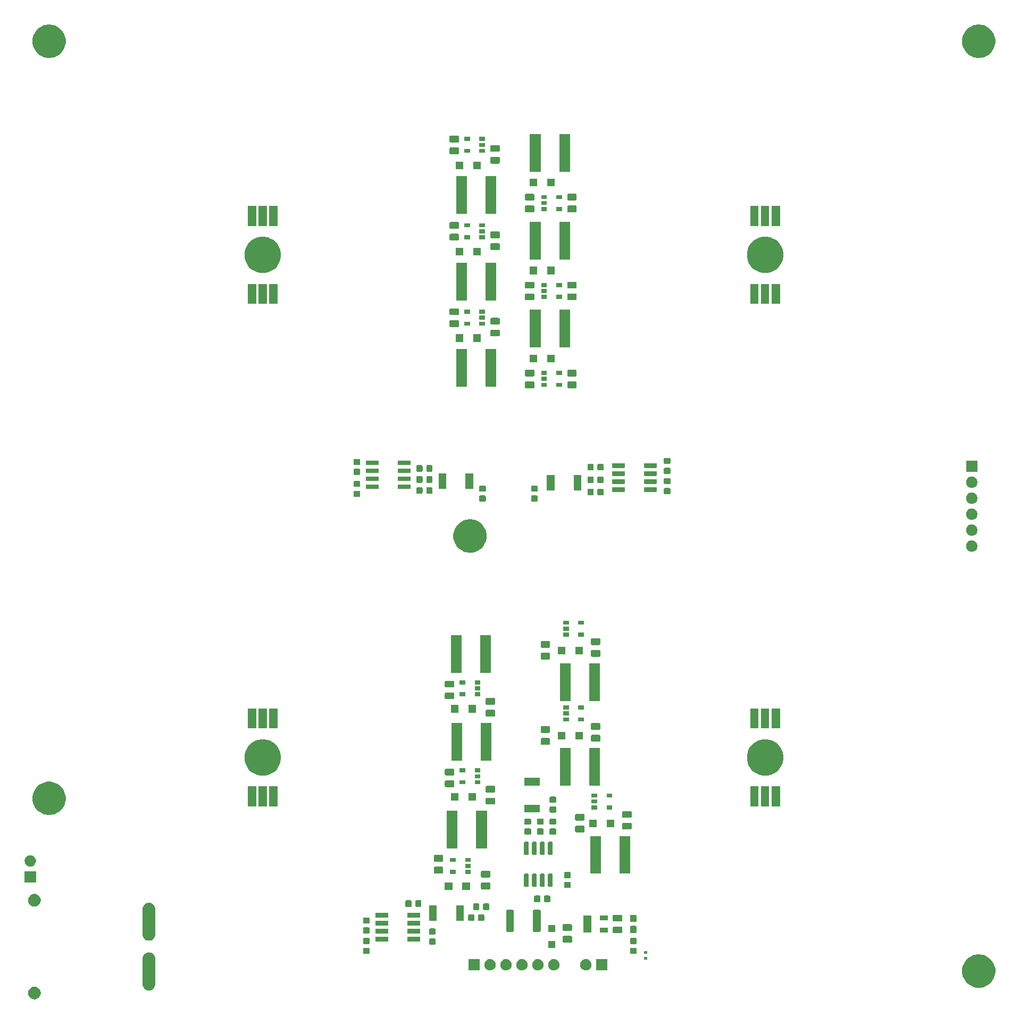
<source format=gbr>
G04 #@! TF.GenerationSoftware,KiCad,Pcbnew,5.1.5-52549c5~84~ubuntu18.04.1*
G04 #@! TF.CreationDate,2020-01-06T19:20:59-07:00*
G04 #@! TF.ProjectId,cob_3x3,636f625f-3378-4332-9e6b-696361645f70,rev?*
G04 #@! TF.SameCoordinates,Original*
G04 #@! TF.FileFunction,Soldermask,Top*
G04 #@! TF.FilePolarity,Negative*
%FSLAX46Y46*%
G04 Gerber Fmt 4.6, Leading zero omitted, Abs format (unit mm)*
G04 Created by KiCad (PCBNEW 5.1.5-52549c5~84~ubuntu18.04.1) date 2020-01-06 19:20:59*
%MOMM*%
%LPD*%
G04 APERTURE LIST*
%ADD10C,0.100000*%
G04 APERTURE END LIST*
D10*
G36*
X103855285Y-256508234D02*
G01*
X103951981Y-256527468D01*
X104134151Y-256602926D01*
X104298100Y-256712473D01*
X104437527Y-256851900D01*
X104547074Y-257015849D01*
X104622532Y-257198019D01*
X104661000Y-257391410D01*
X104661000Y-257588590D01*
X104622532Y-257781981D01*
X104547074Y-257964151D01*
X104437527Y-258128100D01*
X104298100Y-258267527D01*
X104134151Y-258377074D01*
X103951981Y-258452532D01*
X103855285Y-258471766D01*
X103758591Y-258491000D01*
X103561409Y-258491000D01*
X103464715Y-258471766D01*
X103368019Y-258452532D01*
X103185849Y-258377074D01*
X103021900Y-258267527D01*
X102882473Y-258128100D01*
X102772926Y-257964151D01*
X102697468Y-257781981D01*
X102659000Y-257588590D01*
X102659000Y-257391410D01*
X102697468Y-257198019D01*
X102772926Y-257015849D01*
X102882473Y-256851900D01*
X103021900Y-256712473D01*
X103185849Y-256602926D01*
X103368019Y-256527468D01*
X103464715Y-256508234D01*
X103561409Y-256489000D01*
X103758591Y-256489000D01*
X103855285Y-256508234D01*
G37*
G36*
X122103088Y-251048990D02*
G01*
X122298380Y-251108231D01*
X122459883Y-251194557D01*
X122478355Y-251204430D01*
X122636107Y-251333893D01*
X122732112Y-251450876D01*
X122765571Y-251491646D01*
X122861769Y-251671619D01*
X122921010Y-251866911D01*
X122936000Y-252019109D01*
X122936000Y-256080891D01*
X122921010Y-256233089D01*
X122861769Y-256428381D01*
X122765571Y-256608354D01*
X122636107Y-256766107D01*
X122478354Y-256895571D01*
X122298381Y-256991769D01*
X122103089Y-257051010D01*
X121900000Y-257071012D01*
X121696912Y-257051010D01*
X121501620Y-256991769D01*
X121321647Y-256895571D01*
X121163894Y-256766107D01*
X121034430Y-256608354D01*
X120938232Y-256428381D01*
X120878991Y-256233089D01*
X120864001Y-256080891D01*
X120864000Y-252019110D01*
X120878990Y-251866912D01*
X120938231Y-251671620D01*
X121034429Y-251491647D01*
X121034430Y-251491645D01*
X121163893Y-251333893D01*
X121321645Y-251204430D01*
X121321644Y-251204430D01*
X121321646Y-251204429D01*
X121501619Y-251108231D01*
X121696911Y-251048990D01*
X121900000Y-251028988D01*
X122103088Y-251048990D01*
G37*
G36*
X254517184Y-251399938D02*
G01*
X254773268Y-251450876D01*
X254973105Y-251533651D01*
X255255718Y-251650713D01*
X255255719Y-251650714D01*
X255689914Y-251940834D01*
X256059166Y-252310086D01*
X256059167Y-252310088D01*
X256349287Y-252744282D01*
X256418450Y-252911258D01*
X256549124Y-253226732D01*
X256556301Y-253262812D01*
X256651000Y-253738898D01*
X256651000Y-254261102D01*
X256549124Y-254773267D01*
X256349287Y-255255718D01*
X256349286Y-255255719D01*
X256059166Y-255689914D01*
X255689914Y-256059166D01*
X255657406Y-256080887D01*
X255255718Y-256349287D01*
X255064767Y-256428381D01*
X254773268Y-256549124D01*
X254261102Y-256651000D01*
X253738898Y-256651000D01*
X253226732Y-256549124D01*
X252935233Y-256428381D01*
X252744282Y-256349287D01*
X252342594Y-256080887D01*
X252310086Y-256059166D01*
X251940834Y-255689914D01*
X251650714Y-255255719D01*
X251650713Y-255255718D01*
X251450876Y-254773267D01*
X251349000Y-254261102D01*
X251349000Y-253738898D01*
X251443699Y-253262812D01*
X251450876Y-253226732D01*
X251581550Y-252911258D01*
X251650713Y-252744282D01*
X251940833Y-252310088D01*
X251940834Y-252310086D01*
X252310086Y-251940834D01*
X252744281Y-251650714D01*
X252744282Y-251650713D01*
X253026895Y-251533651D01*
X253226732Y-251450876D01*
X253482816Y-251399938D01*
X253738898Y-251349000D01*
X254261102Y-251349000D01*
X254517184Y-251399938D01*
G37*
G36*
X186463512Y-252103927D02*
G01*
X186612812Y-252133624D01*
X186776784Y-252201544D01*
X186924354Y-252300147D01*
X187049853Y-252425646D01*
X187148456Y-252573216D01*
X187216376Y-252737188D01*
X187251000Y-252911259D01*
X187251000Y-253088741D01*
X187216376Y-253262812D01*
X187148456Y-253426784D01*
X187049853Y-253574354D01*
X186924354Y-253699853D01*
X186776784Y-253798456D01*
X186612812Y-253866376D01*
X186463512Y-253896073D01*
X186438742Y-253901000D01*
X186261258Y-253901000D01*
X186236488Y-253896073D01*
X186087188Y-253866376D01*
X185923216Y-253798456D01*
X185775646Y-253699853D01*
X185650147Y-253574354D01*
X185551544Y-253426784D01*
X185483624Y-253262812D01*
X185449000Y-253088741D01*
X185449000Y-252911259D01*
X185483624Y-252737188D01*
X185551544Y-252573216D01*
X185650147Y-252425646D01*
X185775646Y-252300147D01*
X185923216Y-252201544D01*
X186087188Y-252133624D01*
X186236488Y-252103927D01*
X186261258Y-252099000D01*
X186438742Y-252099000D01*
X186463512Y-252103927D01*
G37*
G36*
X174551000Y-253901000D02*
G01*
X172749000Y-253901000D01*
X172749000Y-252099000D01*
X174551000Y-252099000D01*
X174551000Y-253901000D01*
G37*
G36*
X176303512Y-252103927D02*
G01*
X176452812Y-252133624D01*
X176616784Y-252201544D01*
X176764354Y-252300147D01*
X176889853Y-252425646D01*
X176988456Y-252573216D01*
X177056376Y-252737188D01*
X177091000Y-252911259D01*
X177091000Y-253088741D01*
X177056376Y-253262812D01*
X176988456Y-253426784D01*
X176889853Y-253574354D01*
X176764354Y-253699853D01*
X176616784Y-253798456D01*
X176452812Y-253866376D01*
X176303512Y-253896073D01*
X176278742Y-253901000D01*
X176101258Y-253901000D01*
X176076488Y-253896073D01*
X175927188Y-253866376D01*
X175763216Y-253798456D01*
X175615646Y-253699853D01*
X175490147Y-253574354D01*
X175391544Y-253426784D01*
X175323624Y-253262812D01*
X175289000Y-253088741D01*
X175289000Y-252911259D01*
X175323624Y-252737188D01*
X175391544Y-252573216D01*
X175490147Y-252425646D01*
X175615646Y-252300147D01*
X175763216Y-252201544D01*
X175927188Y-252133624D01*
X176076488Y-252103927D01*
X176101258Y-252099000D01*
X176278742Y-252099000D01*
X176303512Y-252103927D01*
G37*
G36*
X178843512Y-252103927D02*
G01*
X178992812Y-252133624D01*
X179156784Y-252201544D01*
X179304354Y-252300147D01*
X179429853Y-252425646D01*
X179528456Y-252573216D01*
X179596376Y-252737188D01*
X179631000Y-252911259D01*
X179631000Y-253088741D01*
X179596376Y-253262812D01*
X179528456Y-253426784D01*
X179429853Y-253574354D01*
X179304354Y-253699853D01*
X179156784Y-253798456D01*
X178992812Y-253866376D01*
X178843512Y-253896073D01*
X178818742Y-253901000D01*
X178641258Y-253901000D01*
X178616488Y-253896073D01*
X178467188Y-253866376D01*
X178303216Y-253798456D01*
X178155646Y-253699853D01*
X178030147Y-253574354D01*
X177931544Y-253426784D01*
X177863624Y-253262812D01*
X177829000Y-253088741D01*
X177829000Y-252911259D01*
X177863624Y-252737188D01*
X177931544Y-252573216D01*
X178030147Y-252425646D01*
X178155646Y-252300147D01*
X178303216Y-252201544D01*
X178467188Y-252133624D01*
X178616488Y-252103927D01*
X178641258Y-252099000D01*
X178818742Y-252099000D01*
X178843512Y-252103927D01*
G37*
G36*
X183923512Y-252103927D02*
G01*
X184072812Y-252133624D01*
X184236784Y-252201544D01*
X184384354Y-252300147D01*
X184509853Y-252425646D01*
X184608456Y-252573216D01*
X184676376Y-252737188D01*
X184711000Y-252911259D01*
X184711000Y-253088741D01*
X184676376Y-253262812D01*
X184608456Y-253426784D01*
X184509853Y-253574354D01*
X184384354Y-253699853D01*
X184236784Y-253798456D01*
X184072812Y-253866376D01*
X183923512Y-253896073D01*
X183898742Y-253901000D01*
X183721258Y-253901000D01*
X183696488Y-253896073D01*
X183547188Y-253866376D01*
X183383216Y-253798456D01*
X183235646Y-253699853D01*
X183110147Y-253574354D01*
X183011544Y-253426784D01*
X182943624Y-253262812D01*
X182909000Y-253088741D01*
X182909000Y-252911259D01*
X182943624Y-252737188D01*
X183011544Y-252573216D01*
X183110147Y-252425646D01*
X183235646Y-252300147D01*
X183383216Y-252201544D01*
X183547188Y-252133624D01*
X183696488Y-252103927D01*
X183721258Y-252099000D01*
X183898742Y-252099000D01*
X183923512Y-252103927D01*
G37*
G36*
X181383512Y-252103927D02*
G01*
X181532812Y-252133624D01*
X181696784Y-252201544D01*
X181844354Y-252300147D01*
X181969853Y-252425646D01*
X182068456Y-252573216D01*
X182136376Y-252737188D01*
X182171000Y-252911259D01*
X182171000Y-253088741D01*
X182136376Y-253262812D01*
X182068456Y-253426784D01*
X181969853Y-253574354D01*
X181844354Y-253699853D01*
X181696784Y-253798456D01*
X181532812Y-253866376D01*
X181383512Y-253896073D01*
X181358742Y-253901000D01*
X181181258Y-253901000D01*
X181156488Y-253896073D01*
X181007188Y-253866376D01*
X180843216Y-253798456D01*
X180695646Y-253699853D01*
X180570147Y-253574354D01*
X180471544Y-253426784D01*
X180403624Y-253262812D01*
X180369000Y-253088741D01*
X180369000Y-252911259D01*
X180403624Y-252737188D01*
X180471544Y-252573216D01*
X180570147Y-252425646D01*
X180695646Y-252300147D01*
X180843216Y-252201544D01*
X181007188Y-252133624D01*
X181156488Y-252103927D01*
X181181258Y-252099000D01*
X181358742Y-252099000D01*
X181383512Y-252103927D01*
G37*
G36*
X191573512Y-252103927D02*
G01*
X191722812Y-252133624D01*
X191886784Y-252201544D01*
X192034354Y-252300147D01*
X192159853Y-252425646D01*
X192258456Y-252573216D01*
X192326376Y-252737188D01*
X192361000Y-252911259D01*
X192361000Y-253088741D01*
X192326376Y-253262812D01*
X192258456Y-253426784D01*
X192159853Y-253574354D01*
X192034354Y-253699853D01*
X191886784Y-253798456D01*
X191722812Y-253866376D01*
X191573512Y-253896073D01*
X191548742Y-253901000D01*
X191371258Y-253901000D01*
X191346488Y-253896073D01*
X191197188Y-253866376D01*
X191033216Y-253798456D01*
X190885646Y-253699853D01*
X190760147Y-253574354D01*
X190661544Y-253426784D01*
X190593624Y-253262812D01*
X190559000Y-253088741D01*
X190559000Y-252911259D01*
X190593624Y-252737188D01*
X190661544Y-252573216D01*
X190760147Y-252425646D01*
X190885646Y-252300147D01*
X191033216Y-252201544D01*
X191197188Y-252133624D01*
X191346488Y-252103927D01*
X191371258Y-252099000D01*
X191548742Y-252099000D01*
X191573512Y-252103927D01*
G37*
G36*
X194901000Y-253901000D02*
G01*
X193099000Y-253901000D01*
X193099000Y-252099000D01*
X194901000Y-252099000D01*
X194901000Y-253901000D01*
G37*
G36*
X201251000Y-252151000D02*
G01*
X200749000Y-252151000D01*
X200749000Y-251724000D01*
X201251000Y-251724000D01*
X201251000Y-252151000D01*
G37*
G36*
X199379591Y-250303085D02*
G01*
X199413569Y-250313393D01*
X199444890Y-250330134D01*
X199472339Y-250352661D01*
X199494866Y-250380110D01*
X199511607Y-250411431D01*
X199521915Y-250445409D01*
X199526000Y-250486890D01*
X199526000Y-251088110D01*
X199521915Y-251129591D01*
X199511607Y-251163569D01*
X199494866Y-251194890D01*
X199472339Y-251222339D01*
X199444890Y-251244866D01*
X199413569Y-251261607D01*
X199379591Y-251271915D01*
X199338110Y-251276000D01*
X198661890Y-251276000D01*
X198620409Y-251271915D01*
X198586431Y-251261607D01*
X198555110Y-251244866D01*
X198527661Y-251222339D01*
X198505134Y-251194890D01*
X198488393Y-251163569D01*
X198478085Y-251129591D01*
X198474000Y-251088110D01*
X198474000Y-250486890D01*
X198478085Y-250445409D01*
X198488393Y-250411431D01*
X198505134Y-250380110D01*
X198527661Y-250352661D01*
X198555110Y-250330134D01*
X198586431Y-250313393D01*
X198620409Y-250303085D01*
X198661890Y-250299000D01*
X199338110Y-250299000D01*
X199379591Y-250303085D01*
G37*
G36*
X201251000Y-251276000D02*
G01*
X200749000Y-251276000D01*
X200749000Y-250849000D01*
X201251000Y-250849000D01*
X201251000Y-251276000D01*
G37*
G36*
X156879591Y-250303085D02*
G01*
X156913569Y-250313393D01*
X156944890Y-250330134D01*
X156972339Y-250352661D01*
X156994866Y-250380110D01*
X157011607Y-250411431D01*
X157021915Y-250445409D01*
X157026000Y-250486890D01*
X157026000Y-251088110D01*
X157021915Y-251129591D01*
X157011607Y-251163569D01*
X156994866Y-251194890D01*
X156972339Y-251222339D01*
X156944890Y-251244866D01*
X156913569Y-251261607D01*
X156879591Y-251271915D01*
X156838110Y-251276000D01*
X156161890Y-251276000D01*
X156120409Y-251271915D01*
X156086431Y-251261607D01*
X156055110Y-251244866D01*
X156027661Y-251222339D01*
X156005134Y-251194890D01*
X155988393Y-251163569D01*
X155978085Y-251129591D01*
X155974000Y-251088110D01*
X155974000Y-250486890D01*
X155978085Y-250445409D01*
X155988393Y-250411431D01*
X156005134Y-250380110D01*
X156027661Y-250352661D01*
X156055110Y-250330134D01*
X156086431Y-250313393D01*
X156120409Y-250303085D01*
X156161890Y-250299000D01*
X156838110Y-250299000D01*
X156879591Y-250303085D01*
G37*
G36*
X186551000Y-250301000D02*
G01*
X185449000Y-250301000D01*
X185449000Y-249199000D01*
X186551000Y-249199000D01*
X186551000Y-250301000D01*
G37*
G36*
X167379591Y-248803085D02*
G01*
X167413569Y-248813393D01*
X167444890Y-248830134D01*
X167472339Y-248852661D01*
X167494866Y-248880110D01*
X167511607Y-248911431D01*
X167521915Y-248945409D01*
X167526000Y-248986890D01*
X167526000Y-249588110D01*
X167521915Y-249629591D01*
X167511607Y-249663569D01*
X167494866Y-249694890D01*
X167472339Y-249722339D01*
X167444890Y-249744866D01*
X167413569Y-249761607D01*
X167379591Y-249771915D01*
X167338110Y-249776000D01*
X166661890Y-249776000D01*
X166620409Y-249771915D01*
X166586431Y-249761607D01*
X166555110Y-249744866D01*
X166527661Y-249722339D01*
X166505134Y-249694890D01*
X166488393Y-249663569D01*
X166478085Y-249629591D01*
X166474000Y-249588110D01*
X166474000Y-248986890D01*
X166478085Y-248945409D01*
X166488393Y-248911431D01*
X166505134Y-248880110D01*
X166527661Y-248852661D01*
X166555110Y-248830134D01*
X166586431Y-248813393D01*
X166620409Y-248803085D01*
X166661890Y-248799000D01*
X167338110Y-248799000D01*
X167379591Y-248803085D01*
G37*
G36*
X199379591Y-248728085D02*
G01*
X199413569Y-248738393D01*
X199444890Y-248755134D01*
X199472339Y-248777661D01*
X199494866Y-248805110D01*
X199511607Y-248836431D01*
X199521915Y-248870409D01*
X199526000Y-248911890D01*
X199526000Y-249513110D01*
X199521915Y-249554591D01*
X199511607Y-249588569D01*
X199494866Y-249619890D01*
X199472339Y-249647339D01*
X199444890Y-249669866D01*
X199413569Y-249686607D01*
X199379591Y-249696915D01*
X199338110Y-249701000D01*
X198661890Y-249701000D01*
X198620409Y-249696915D01*
X198586431Y-249686607D01*
X198555110Y-249669866D01*
X198527661Y-249647339D01*
X198505134Y-249619890D01*
X198488393Y-249588569D01*
X198478085Y-249554591D01*
X198474000Y-249513110D01*
X198474000Y-248911890D01*
X198478085Y-248870409D01*
X198488393Y-248836431D01*
X198505134Y-248805110D01*
X198527661Y-248777661D01*
X198555110Y-248755134D01*
X198586431Y-248738393D01*
X198620409Y-248728085D01*
X198661890Y-248724000D01*
X199338110Y-248724000D01*
X199379591Y-248728085D01*
G37*
G36*
X156879591Y-248728085D02*
G01*
X156913569Y-248738393D01*
X156944890Y-248755134D01*
X156972339Y-248777661D01*
X156994866Y-248805110D01*
X157011607Y-248836431D01*
X157021915Y-248870409D01*
X157026000Y-248911890D01*
X157026000Y-249513110D01*
X157021915Y-249554591D01*
X157011607Y-249588569D01*
X156994866Y-249619890D01*
X156972339Y-249647339D01*
X156944890Y-249669866D01*
X156913569Y-249686607D01*
X156879591Y-249696915D01*
X156838110Y-249701000D01*
X156161890Y-249701000D01*
X156120409Y-249696915D01*
X156086431Y-249686607D01*
X156055110Y-249669866D01*
X156027661Y-249647339D01*
X156005134Y-249619890D01*
X155988393Y-249588569D01*
X155978085Y-249554591D01*
X155974000Y-249513110D01*
X155974000Y-248911890D01*
X155978085Y-248870409D01*
X155988393Y-248836431D01*
X156005134Y-248805110D01*
X156027661Y-248777661D01*
X156055110Y-248755134D01*
X156086431Y-248738393D01*
X156120409Y-248728085D01*
X156161890Y-248724000D01*
X156838110Y-248724000D01*
X156879591Y-248728085D01*
G37*
G36*
X189084468Y-248403565D02*
G01*
X189123138Y-248415296D01*
X189158777Y-248434346D01*
X189190017Y-248459983D01*
X189215654Y-248491223D01*
X189234704Y-248526862D01*
X189246435Y-248565532D01*
X189251000Y-248611888D01*
X189251000Y-249263112D01*
X189246435Y-249309468D01*
X189234704Y-249348138D01*
X189215654Y-249383777D01*
X189190017Y-249415017D01*
X189158777Y-249440654D01*
X189123138Y-249459704D01*
X189084468Y-249471435D01*
X189038112Y-249476000D01*
X187961888Y-249476000D01*
X187915532Y-249471435D01*
X187876862Y-249459704D01*
X187841223Y-249440654D01*
X187809983Y-249415017D01*
X187784346Y-249383777D01*
X187765296Y-249348138D01*
X187753565Y-249309468D01*
X187749000Y-249263112D01*
X187749000Y-248611888D01*
X187753565Y-248565532D01*
X187765296Y-248526862D01*
X187784346Y-248491223D01*
X187809983Y-248459983D01*
X187841223Y-248434346D01*
X187876862Y-248415296D01*
X187915532Y-248403565D01*
X187961888Y-248399000D01*
X189038112Y-248399000D01*
X189084468Y-248403565D01*
G37*
G36*
X159899867Y-248532004D02*
G01*
X159923292Y-248539110D01*
X159944889Y-248550654D01*
X159963814Y-248566186D01*
X159979346Y-248585111D01*
X159990890Y-248606708D01*
X159997996Y-248630133D01*
X160001000Y-248660638D01*
X160001000Y-249149362D01*
X159997996Y-249179867D01*
X159990890Y-249203292D01*
X159979346Y-249224889D01*
X159963814Y-249243814D01*
X159944889Y-249259346D01*
X159923292Y-249270890D01*
X159899867Y-249277996D01*
X159869362Y-249281000D01*
X158055638Y-249281000D01*
X158025133Y-249277996D01*
X158001708Y-249270890D01*
X157980111Y-249259346D01*
X157961186Y-249243814D01*
X157945654Y-249224889D01*
X157934110Y-249203292D01*
X157927004Y-249179867D01*
X157924000Y-249149362D01*
X157924000Y-248660638D01*
X157927004Y-248630133D01*
X157934110Y-248606708D01*
X157945654Y-248585111D01*
X157961186Y-248566186D01*
X157980111Y-248550654D01*
X158001708Y-248539110D01*
X158025133Y-248532004D01*
X158055638Y-248529000D01*
X159869362Y-248529000D01*
X159899867Y-248532004D01*
G37*
G36*
X164974867Y-248532004D02*
G01*
X164998292Y-248539110D01*
X165019889Y-248550654D01*
X165038814Y-248566186D01*
X165054346Y-248585111D01*
X165065890Y-248606708D01*
X165072996Y-248630133D01*
X165076000Y-248660638D01*
X165076000Y-249149362D01*
X165072996Y-249179867D01*
X165065890Y-249203292D01*
X165054346Y-249224889D01*
X165038814Y-249243814D01*
X165019889Y-249259346D01*
X164998292Y-249270890D01*
X164974867Y-249277996D01*
X164944362Y-249281000D01*
X163130638Y-249281000D01*
X163100133Y-249277996D01*
X163076708Y-249270890D01*
X163055111Y-249259346D01*
X163036186Y-249243814D01*
X163020654Y-249224889D01*
X163009110Y-249203292D01*
X163002004Y-249179867D01*
X162999000Y-249149362D01*
X162999000Y-248660638D01*
X163002004Y-248630133D01*
X163009110Y-248606708D01*
X163020654Y-248585111D01*
X163036186Y-248566186D01*
X163055111Y-248550654D01*
X163076708Y-248539110D01*
X163100133Y-248532004D01*
X163130638Y-248529000D01*
X164944362Y-248529000D01*
X164974867Y-248532004D01*
G37*
G36*
X122103088Y-243148990D02*
G01*
X122298380Y-243208231D01*
X122428274Y-243277661D01*
X122478355Y-243304430D01*
X122636107Y-243433893D01*
X122680123Y-243487527D01*
X122765571Y-243591646D01*
X122861769Y-243771619D01*
X122921010Y-243966911D01*
X122936000Y-244119109D01*
X122936000Y-248180891D01*
X122921010Y-248333089D01*
X122861769Y-248528381D01*
X122765571Y-248708354D01*
X122636107Y-248866107D01*
X122478354Y-248995571D01*
X122298381Y-249091769D01*
X122103089Y-249151010D01*
X121900000Y-249171012D01*
X121696912Y-249151010D01*
X121501620Y-249091769D01*
X121321647Y-248995571D01*
X121163894Y-248866107D01*
X121034430Y-248708354D01*
X120938232Y-248528381D01*
X120878991Y-248333089D01*
X120864001Y-248180891D01*
X120864000Y-244119110D01*
X120878990Y-243966912D01*
X120936902Y-243776000D01*
X120938230Y-243771623D01*
X120938231Y-243771620D01*
X121034429Y-243591647D01*
X121034430Y-243591645D01*
X121163893Y-243433893D01*
X121321645Y-243304430D01*
X121321644Y-243304430D01*
X121321646Y-243304429D01*
X121501619Y-243208231D01*
X121696911Y-243148990D01*
X121900000Y-243128988D01*
X122103088Y-243148990D01*
G37*
G36*
X167379591Y-247228085D02*
G01*
X167413569Y-247238393D01*
X167444890Y-247255134D01*
X167472339Y-247277661D01*
X167494866Y-247305110D01*
X167511607Y-247336431D01*
X167521915Y-247370409D01*
X167526000Y-247411890D01*
X167526000Y-248013110D01*
X167521915Y-248054591D01*
X167511607Y-248088569D01*
X167494866Y-248119890D01*
X167472339Y-248147339D01*
X167444890Y-248169866D01*
X167413569Y-248186607D01*
X167379591Y-248196915D01*
X167338110Y-248201000D01*
X166661890Y-248201000D01*
X166620409Y-248196915D01*
X166586431Y-248186607D01*
X166555110Y-248169866D01*
X166527661Y-248147339D01*
X166505134Y-248119890D01*
X166488393Y-248088569D01*
X166478085Y-248054591D01*
X166474000Y-248013110D01*
X166474000Y-247411890D01*
X166478085Y-247370409D01*
X166488393Y-247336431D01*
X166505134Y-247305110D01*
X166527661Y-247277661D01*
X166555110Y-247255134D01*
X166586431Y-247238393D01*
X166620409Y-247228085D01*
X166661890Y-247224000D01*
X167338110Y-247224000D01*
X167379591Y-247228085D01*
G37*
G36*
X156879591Y-247053085D02*
G01*
X156913569Y-247063393D01*
X156944890Y-247080134D01*
X156972339Y-247102661D01*
X156994866Y-247130110D01*
X157011607Y-247161431D01*
X157021915Y-247195409D01*
X157026000Y-247236890D01*
X157026000Y-247838110D01*
X157021915Y-247879591D01*
X157011607Y-247913569D01*
X156994866Y-247944890D01*
X156972339Y-247972339D01*
X156944890Y-247994866D01*
X156913569Y-248011607D01*
X156879591Y-248021915D01*
X156838110Y-248026000D01*
X156161890Y-248026000D01*
X156120409Y-248021915D01*
X156086431Y-248011607D01*
X156055110Y-247994866D01*
X156027661Y-247972339D01*
X156005134Y-247944890D01*
X155988393Y-247913569D01*
X155978085Y-247879591D01*
X155974000Y-247838110D01*
X155974000Y-247236890D01*
X155978085Y-247195409D01*
X155988393Y-247161431D01*
X156005134Y-247130110D01*
X156027661Y-247102661D01*
X156055110Y-247080134D01*
X156086431Y-247063393D01*
X156120409Y-247053085D01*
X156161890Y-247049000D01*
X156838110Y-247049000D01*
X156879591Y-247053085D01*
G37*
G36*
X164974867Y-247262004D02*
G01*
X164998292Y-247269110D01*
X165019889Y-247280654D01*
X165038814Y-247296186D01*
X165054346Y-247315111D01*
X165065890Y-247336708D01*
X165072996Y-247360133D01*
X165076000Y-247390638D01*
X165076000Y-247879362D01*
X165072996Y-247909867D01*
X165065890Y-247933292D01*
X165054346Y-247954889D01*
X165038814Y-247973814D01*
X165019889Y-247989346D01*
X164998292Y-248000890D01*
X164974867Y-248007996D01*
X164944362Y-248011000D01*
X163130638Y-248011000D01*
X163100133Y-248007996D01*
X163076708Y-248000890D01*
X163055111Y-247989346D01*
X163036186Y-247973814D01*
X163020654Y-247954889D01*
X163009110Y-247933292D01*
X163002004Y-247909867D01*
X162999000Y-247879362D01*
X162999000Y-247390638D01*
X163002004Y-247360133D01*
X163009110Y-247336708D01*
X163020654Y-247315111D01*
X163036186Y-247296186D01*
X163055111Y-247280654D01*
X163076708Y-247269110D01*
X163100133Y-247262004D01*
X163130638Y-247259000D01*
X164944362Y-247259000D01*
X164974867Y-247262004D01*
G37*
G36*
X159899867Y-247262004D02*
G01*
X159923292Y-247269110D01*
X159944889Y-247280654D01*
X159963814Y-247296186D01*
X159979346Y-247315111D01*
X159990890Y-247336708D01*
X159997996Y-247360133D01*
X160001000Y-247390638D01*
X160001000Y-247879362D01*
X159997996Y-247909867D01*
X159990890Y-247933292D01*
X159979346Y-247954889D01*
X159963814Y-247973814D01*
X159944889Y-247989346D01*
X159923292Y-248000890D01*
X159899867Y-248007996D01*
X159869362Y-248011000D01*
X158055638Y-248011000D01*
X158025133Y-248007996D01*
X158001708Y-248000890D01*
X157980111Y-247989346D01*
X157961186Y-247973814D01*
X157945654Y-247954889D01*
X157934110Y-247933292D01*
X157927004Y-247909867D01*
X157924000Y-247879362D01*
X157924000Y-247390638D01*
X157927004Y-247360133D01*
X157934110Y-247336708D01*
X157945654Y-247315111D01*
X157961186Y-247296186D01*
X157980111Y-247280654D01*
X158001708Y-247269110D01*
X158025133Y-247262004D01*
X158055638Y-247259000D01*
X159869362Y-247259000D01*
X159899867Y-247262004D01*
G37*
G36*
X197084468Y-246903565D02*
G01*
X197123138Y-246915296D01*
X197158777Y-246934346D01*
X197190017Y-246959983D01*
X197215654Y-246991223D01*
X197234704Y-247026862D01*
X197246435Y-247065532D01*
X197251000Y-247111888D01*
X197251000Y-247763112D01*
X197246435Y-247809468D01*
X197234704Y-247848138D01*
X197215654Y-247883777D01*
X197190017Y-247915017D01*
X197158777Y-247940654D01*
X197123138Y-247959704D01*
X197084468Y-247971435D01*
X197038112Y-247976000D01*
X195961888Y-247976000D01*
X195915532Y-247971435D01*
X195876862Y-247959704D01*
X195841223Y-247940654D01*
X195809983Y-247915017D01*
X195784346Y-247883777D01*
X195765296Y-247848138D01*
X195753565Y-247809468D01*
X195749000Y-247763112D01*
X195749000Y-247111888D01*
X195753565Y-247065532D01*
X195765296Y-247026862D01*
X195784346Y-246991223D01*
X195809983Y-246959983D01*
X195841223Y-246934346D01*
X195876862Y-246915296D01*
X195915532Y-246903565D01*
X195961888Y-246899000D01*
X197038112Y-246899000D01*
X197084468Y-246903565D01*
G37*
G36*
X199364499Y-246803445D02*
G01*
X199401995Y-246814820D01*
X199436554Y-246833292D01*
X199466847Y-246858153D01*
X199491708Y-246888446D01*
X199510180Y-246923005D01*
X199521555Y-246960501D01*
X199526000Y-247005638D01*
X199526000Y-247744362D01*
X199521555Y-247789499D01*
X199510180Y-247826995D01*
X199491708Y-247861554D01*
X199466847Y-247891847D01*
X199436554Y-247916708D01*
X199401995Y-247935180D01*
X199364499Y-247946555D01*
X199319362Y-247951000D01*
X198680638Y-247951000D01*
X198635501Y-247946555D01*
X198598005Y-247935180D01*
X198563446Y-247916708D01*
X198533153Y-247891847D01*
X198508292Y-247861554D01*
X198489820Y-247826995D01*
X198478445Y-247789499D01*
X198474000Y-247744362D01*
X198474000Y-247005638D01*
X198478445Y-246960501D01*
X198489820Y-246923005D01*
X198508292Y-246888446D01*
X198533153Y-246858153D01*
X198563446Y-246833292D01*
X198598005Y-246814820D01*
X198635501Y-246803445D01*
X198680638Y-246799000D01*
X199319362Y-246799000D01*
X199364499Y-246803445D01*
G37*
G36*
X192351000Y-247826000D02*
G01*
X191029000Y-247826000D01*
X191029000Y-245174000D01*
X192351000Y-245174000D01*
X192351000Y-247826000D01*
G37*
G36*
X194971000Y-247826000D02*
G01*
X193649000Y-247826000D01*
X193649000Y-247074000D01*
X194971000Y-247074000D01*
X194971000Y-247826000D01*
G37*
G36*
X186551000Y-247801000D02*
G01*
X185449000Y-247801000D01*
X185449000Y-246699000D01*
X186551000Y-246699000D01*
X186551000Y-247801000D01*
G37*
G36*
X184087307Y-244253498D02*
G01*
X184125318Y-244265029D01*
X184160342Y-244283749D01*
X184191049Y-244308951D01*
X184216251Y-244339658D01*
X184234971Y-244374682D01*
X184246502Y-244412693D01*
X184251000Y-244458363D01*
X184251000Y-247541637D01*
X184246502Y-247587307D01*
X184234971Y-247625318D01*
X184216251Y-247660342D01*
X184191049Y-247691049D01*
X184160342Y-247716251D01*
X184125318Y-247734971D01*
X184087307Y-247746502D01*
X184041637Y-247751000D01*
X183233363Y-247751000D01*
X183187693Y-247746502D01*
X183149682Y-247734971D01*
X183114658Y-247716251D01*
X183083951Y-247691049D01*
X183058749Y-247660342D01*
X183040029Y-247625318D01*
X183028498Y-247587307D01*
X183024000Y-247541637D01*
X183024000Y-244458363D01*
X183028498Y-244412693D01*
X183040029Y-244374682D01*
X183058749Y-244339658D01*
X183083951Y-244308951D01*
X183114658Y-244283749D01*
X183149682Y-244265029D01*
X183187693Y-244253498D01*
X183233363Y-244249000D01*
X184041637Y-244249000D01*
X184087307Y-244253498D01*
G37*
G36*
X179812307Y-244253498D02*
G01*
X179850318Y-244265029D01*
X179885342Y-244283749D01*
X179916049Y-244308951D01*
X179941251Y-244339658D01*
X179959971Y-244374682D01*
X179971502Y-244412693D01*
X179976000Y-244458363D01*
X179976000Y-247541637D01*
X179971502Y-247587307D01*
X179959971Y-247625318D01*
X179941251Y-247660342D01*
X179916049Y-247691049D01*
X179885342Y-247716251D01*
X179850318Y-247734971D01*
X179812307Y-247746502D01*
X179766637Y-247751000D01*
X178958363Y-247751000D01*
X178912693Y-247746502D01*
X178874682Y-247734971D01*
X178839658Y-247716251D01*
X178808951Y-247691049D01*
X178783749Y-247660342D01*
X178765029Y-247625318D01*
X178753498Y-247587307D01*
X178749000Y-247541637D01*
X178749000Y-244458363D01*
X178753498Y-244412693D01*
X178765029Y-244374682D01*
X178783749Y-244339658D01*
X178808951Y-244308951D01*
X178839658Y-244283749D01*
X178874682Y-244265029D01*
X178912693Y-244253498D01*
X178958363Y-244249000D01*
X179766637Y-244249000D01*
X179812307Y-244253498D01*
G37*
G36*
X189084468Y-246528565D02*
G01*
X189123138Y-246540296D01*
X189158777Y-246559346D01*
X189190017Y-246584983D01*
X189215654Y-246616223D01*
X189234704Y-246651862D01*
X189246435Y-246690532D01*
X189251000Y-246736888D01*
X189251000Y-247388112D01*
X189246435Y-247434468D01*
X189234704Y-247473138D01*
X189215654Y-247508777D01*
X189190017Y-247540017D01*
X189158777Y-247565654D01*
X189123138Y-247584704D01*
X189084468Y-247596435D01*
X189038112Y-247601000D01*
X187961888Y-247601000D01*
X187915532Y-247596435D01*
X187876862Y-247584704D01*
X187841223Y-247565654D01*
X187809983Y-247540017D01*
X187784346Y-247508777D01*
X187765296Y-247473138D01*
X187753565Y-247434468D01*
X187749000Y-247388112D01*
X187749000Y-246736888D01*
X187753565Y-246690532D01*
X187765296Y-246651862D01*
X187784346Y-246616223D01*
X187809983Y-246584983D01*
X187841223Y-246559346D01*
X187876862Y-246540296D01*
X187915532Y-246528565D01*
X187961888Y-246524000D01*
X189038112Y-246524000D01*
X189084468Y-246528565D01*
G37*
G36*
X164974867Y-245992004D02*
G01*
X164998292Y-245999110D01*
X165019889Y-246010654D01*
X165038814Y-246026186D01*
X165054346Y-246045111D01*
X165065890Y-246066708D01*
X165072996Y-246090133D01*
X165076000Y-246120638D01*
X165076000Y-246609362D01*
X165072996Y-246639867D01*
X165065890Y-246663292D01*
X165054346Y-246684889D01*
X165038814Y-246703814D01*
X165019889Y-246719346D01*
X164998292Y-246730890D01*
X164974867Y-246737996D01*
X164944362Y-246741000D01*
X163130638Y-246741000D01*
X163100133Y-246737996D01*
X163076708Y-246730890D01*
X163055111Y-246719346D01*
X163036186Y-246703814D01*
X163020654Y-246684889D01*
X163009110Y-246663292D01*
X163002004Y-246639867D01*
X162999000Y-246609362D01*
X162999000Y-246120638D01*
X163002004Y-246090133D01*
X163009110Y-246066708D01*
X163020654Y-246045111D01*
X163036186Y-246026186D01*
X163055111Y-246010654D01*
X163076708Y-245999110D01*
X163100133Y-245992004D01*
X163130638Y-245989000D01*
X164944362Y-245989000D01*
X164974867Y-245992004D01*
G37*
G36*
X159899867Y-245992004D02*
G01*
X159923292Y-245999110D01*
X159944889Y-246010654D01*
X159963814Y-246026186D01*
X159979346Y-246045111D01*
X159990890Y-246066708D01*
X159997996Y-246090133D01*
X160001000Y-246120638D01*
X160001000Y-246609362D01*
X159997996Y-246639867D01*
X159990890Y-246663292D01*
X159979346Y-246684889D01*
X159963814Y-246703814D01*
X159944889Y-246719346D01*
X159923292Y-246730890D01*
X159899867Y-246737996D01*
X159869362Y-246741000D01*
X158055638Y-246741000D01*
X158025133Y-246737996D01*
X158001708Y-246730890D01*
X157980111Y-246719346D01*
X157961186Y-246703814D01*
X157945654Y-246684889D01*
X157934110Y-246663292D01*
X157927004Y-246639867D01*
X157924000Y-246609362D01*
X157924000Y-246120638D01*
X157927004Y-246090133D01*
X157934110Y-246066708D01*
X157945654Y-246045111D01*
X157961186Y-246026186D01*
X157980111Y-246010654D01*
X158001708Y-245999110D01*
X158025133Y-245992004D01*
X158055638Y-245989000D01*
X159869362Y-245989000D01*
X159899867Y-245992004D01*
G37*
G36*
X156879591Y-245478085D02*
G01*
X156913569Y-245488393D01*
X156944890Y-245505134D01*
X156972339Y-245527661D01*
X156994866Y-245555110D01*
X157011607Y-245586431D01*
X157021915Y-245620409D01*
X157026000Y-245661890D01*
X157026000Y-246263110D01*
X157021915Y-246304591D01*
X157011607Y-246338569D01*
X156994866Y-246369890D01*
X156972339Y-246397339D01*
X156944890Y-246419866D01*
X156913569Y-246436607D01*
X156879591Y-246446915D01*
X156838110Y-246451000D01*
X156161890Y-246451000D01*
X156120409Y-246446915D01*
X156086431Y-246436607D01*
X156055110Y-246419866D01*
X156027661Y-246397339D01*
X156005134Y-246369890D01*
X155988393Y-246338569D01*
X155978085Y-246304591D01*
X155974000Y-246263110D01*
X155974000Y-245661890D01*
X155978085Y-245620409D01*
X155988393Y-245586431D01*
X156005134Y-245555110D01*
X156027661Y-245527661D01*
X156055110Y-245505134D01*
X156086431Y-245488393D01*
X156120409Y-245478085D01*
X156161890Y-245474000D01*
X156838110Y-245474000D01*
X156879591Y-245478085D01*
G37*
G36*
X199364499Y-245053445D02*
G01*
X199401995Y-245064820D01*
X199436554Y-245083292D01*
X199466847Y-245108153D01*
X199491708Y-245138446D01*
X199510180Y-245173005D01*
X199521555Y-245210501D01*
X199526000Y-245255638D01*
X199526000Y-245994362D01*
X199521555Y-246039499D01*
X199510180Y-246076995D01*
X199491708Y-246111554D01*
X199466847Y-246141847D01*
X199436554Y-246166708D01*
X199401995Y-246185180D01*
X199364499Y-246196555D01*
X199319362Y-246201000D01*
X198680638Y-246201000D01*
X198635501Y-246196555D01*
X198598005Y-246185180D01*
X198563446Y-246166708D01*
X198533153Y-246141847D01*
X198508292Y-246111554D01*
X198489820Y-246076995D01*
X198478445Y-246039499D01*
X198474000Y-245994362D01*
X198474000Y-245255638D01*
X198478445Y-245210501D01*
X198489820Y-245173005D01*
X198508292Y-245138446D01*
X198533153Y-245108153D01*
X198563446Y-245083292D01*
X198598005Y-245064820D01*
X198635501Y-245053445D01*
X198680638Y-245049000D01*
X199319362Y-245049000D01*
X199364499Y-245053445D01*
G37*
G36*
X197084468Y-245028565D02*
G01*
X197123138Y-245040296D01*
X197158777Y-245059346D01*
X197190017Y-245084983D01*
X197215654Y-245116223D01*
X197234704Y-245151862D01*
X197246435Y-245190532D01*
X197251000Y-245236888D01*
X197251000Y-245888112D01*
X197246435Y-245934468D01*
X197234704Y-245973138D01*
X197215654Y-246008777D01*
X197190017Y-246040017D01*
X197158777Y-246065654D01*
X197123138Y-246084704D01*
X197084468Y-246096435D01*
X197038112Y-246101000D01*
X195961888Y-246101000D01*
X195915532Y-246096435D01*
X195876862Y-246084704D01*
X195841223Y-246065654D01*
X195809983Y-246040017D01*
X195784346Y-246008777D01*
X195765296Y-245973138D01*
X195753565Y-245934468D01*
X195749000Y-245888112D01*
X195749000Y-245236888D01*
X195753565Y-245190532D01*
X195765296Y-245151862D01*
X195784346Y-245116223D01*
X195809983Y-245084983D01*
X195841223Y-245059346D01*
X195876862Y-245040296D01*
X195915532Y-245028565D01*
X195961888Y-245024000D01*
X197038112Y-245024000D01*
X197084468Y-245028565D01*
G37*
G36*
X173554591Y-244978085D02*
G01*
X173588569Y-244988393D01*
X173619890Y-245005134D01*
X173647339Y-245027661D01*
X173669866Y-245055110D01*
X173686607Y-245086431D01*
X173696915Y-245120409D01*
X173701000Y-245161890D01*
X173701000Y-245838110D01*
X173696915Y-245879591D01*
X173686607Y-245913569D01*
X173669866Y-245944890D01*
X173647339Y-245972339D01*
X173619890Y-245994866D01*
X173588569Y-246011607D01*
X173554591Y-246021915D01*
X173513110Y-246026000D01*
X172911890Y-246026000D01*
X172870409Y-246021915D01*
X172836431Y-246011607D01*
X172805110Y-245994866D01*
X172777661Y-245972339D01*
X172755134Y-245944890D01*
X172738393Y-245913569D01*
X172728085Y-245879591D01*
X172724000Y-245838110D01*
X172724000Y-245161890D01*
X172728085Y-245120409D01*
X172738393Y-245086431D01*
X172755134Y-245055110D01*
X172777661Y-245027661D01*
X172805110Y-245005134D01*
X172836431Y-244988393D01*
X172870409Y-244978085D01*
X172911890Y-244974000D01*
X173513110Y-244974000D01*
X173554591Y-244978085D01*
G37*
G36*
X175129591Y-244978085D02*
G01*
X175163569Y-244988393D01*
X175194890Y-245005134D01*
X175222339Y-245027661D01*
X175244866Y-245055110D01*
X175261607Y-245086431D01*
X175271915Y-245120409D01*
X175276000Y-245161890D01*
X175276000Y-245838110D01*
X175271915Y-245879591D01*
X175261607Y-245913569D01*
X175244866Y-245944890D01*
X175222339Y-245972339D01*
X175194890Y-245994866D01*
X175163569Y-246011607D01*
X175129591Y-246021915D01*
X175088110Y-246026000D01*
X174486890Y-246026000D01*
X174445409Y-246021915D01*
X174411431Y-246011607D01*
X174380110Y-245994866D01*
X174352661Y-245972339D01*
X174330134Y-245944890D01*
X174313393Y-245913569D01*
X174303085Y-245879591D01*
X174299000Y-245838110D01*
X174299000Y-245161890D01*
X174303085Y-245120409D01*
X174313393Y-245086431D01*
X174330134Y-245055110D01*
X174352661Y-245027661D01*
X174380110Y-245005134D01*
X174411431Y-244988393D01*
X174445409Y-244978085D01*
X174486890Y-244974000D01*
X175088110Y-244974000D01*
X175129591Y-244978085D01*
G37*
G36*
X172001000Y-245976000D02*
G01*
X170799000Y-245976000D01*
X170799000Y-243524000D01*
X172001000Y-243524000D01*
X172001000Y-245976000D01*
G37*
G36*
X167701000Y-245976000D02*
G01*
X166499000Y-245976000D01*
X166499000Y-243524000D01*
X167701000Y-243524000D01*
X167701000Y-245976000D01*
G37*
G36*
X194971000Y-245926000D02*
G01*
X193649000Y-245926000D01*
X193649000Y-245174000D01*
X194971000Y-245174000D01*
X194971000Y-245926000D01*
G37*
G36*
X164974867Y-244722004D02*
G01*
X164998292Y-244729110D01*
X165019889Y-244740654D01*
X165038814Y-244756186D01*
X165054346Y-244775111D01*
X165065890Y-244796708D01*
X165072996Y-244820133D01*
X165076000Y-244850638D01*
X165076000Y-245339362D01*
X165072996Y-245369867D01*
X165065890Y-245393292D01*
X165054346Y-245414889D01*
X165038814Y-245433814D01*
X165019889Y-245449346D01*
X164998292Y-245460890D01*
X164974867Y-245467996D01*
X164944362Y-245471000D01*
X163130638Y-245471000D01*
X163100133Y-245467996D01*
X163076708Y-245460890D01*
X163055111Y-245449346D01*
X163036186Y-245433814D01*
X163020654Y-245414889D01*
X163009110Y-245393292D01*
X163002004Y-245369867D01*
X162999000Y-245339362D01*
X162999000Y-244850638D01*
X163002004Y-244820133D01*
X163009110Y-244796708D01*
X163020654Y-244775111D01*
X163036186Y-244756186D01*
X163055111Y-244740654D01*
X163076708Y-244729110D01*
X163100133Y-244722004D01*
X163130638Y-244719000D01*
X164944362Y-244719000D01*
X164974867Y-244722004D01*
G37*
G36*
X159899867Y-244722004D02*
G01*
X159923292Y-244729110D01*
X159944889Y-244740654D01*
X159963814Y-244756186D01*
X159979346Y-244775111D01*
X159990890Y-244796708D01*
X159997996Y-244820133D01*
X160001000Y-244850638D01*
X160001000Y-245339362D01*
X159997996Y-245369867D01*
X159990890Y-245393292D01*
X159979346Y-245414889D01*
X159963814Y-245433814D01*
X159944889Y-245449346D01*
X159923292Y-245460890D01*
X159899867Y-245467996D01*
X159869362Y-245471000D01*
X158055638Y-245471000D01*
X158025133Y-245467996D01*
X158001708Y-245460890D01*
X157980111Y-245449346D01*
X157961186Y-245433814D01*
X157945654Y-245414889D01*
X157934110Y-245393292D01*
X157927004Y-245369867D01*
X157924000Y-245339362D01*
X157924000Y-244850638D01*
X157927004Y-244820133D01*
X157934110Y-244796708D01*
X157945654Y-244775111D01*
X157961186Y-244756186D01*
X157980111Y-244740654D01*
X158001708Y-244729110D01*
X158025133Y-244722004D01*
X158055638Y-244719000D01*
X159869362Y-244719000D01*
X159899867Y-244722004D01*
G37*
G36*
X175917091Y-243228085D02*
G01*
X175951069Y-243238393D01*
X175982390Y-243255134D01*
X176009839Y-243277661D01*
X176032366Y-243305110D01*
X176049107Y-243336431D01*
X176059415Y-243370409D01*
X176063500Y-243411890D01*
X176063500Y-244088110D01*
X176059415Y-244129591D01*
X176049107Y-244163569D01*
X176032366Y-244194890D01*
X176009839Y-244222339D01*
X175982390Y-244244866D01*
X175951069Y-244261607D01*
X175917091Y-244271915D01*
X175875610Y-244276000D01*
X175274390Y-244276000D01*
X175232909Y-244271915D01*
X175198931Y-244261607D01*
X175167610Y-244244866D01*
X175140161Y-244222339D01*
X175117634Y-244194890D01*
X175100893Y-244163569D01*
X175090585Y-244129591D01*
X175086500Y-244088110D01*
X175086500Y-243411890D01*
X175090585Y-243370409D01*
X175100893Y-243336431D01*
X175117634Y-243305110D01*
X175140161Y-243277661D01*
X175167610Y-243255134D01*
X175198931Y-243238393D01*
X175232909Y-243228085D01*
X175274390Y-243224000D01*
X175875610Y-243224000D01*
X175917091Y-243228085D01*
G37*
G36*
X174342091Y-243228085D02*
G01*
X174376069Y-243238393D01*
X174407390Y-243255134D01*
X174434839Y-243277661D01*
X174457366Y-243305110D01*
X174474107Y-243336431D01*
X174484415Y-243370409D01*
X174488500Y-243411890D01*
X174488500Y-244088110D01*
X174484415Y-244129591D01*
X174474107Y-244163569D01*
X174457366Y-244194890D01*
X174434839Y-244222339D01*
X174407390Y-244244866D01*
X174376069Y-244261607D01*
X174342091Y-244271915D01*
X174300610Y-244276000D01*
X173699390Y-244276000D01*
X173657909Y-244271915D01*
X173623931Y-244261607D01*
X173592610Y-244244866D01*
X173565161Y-244222339D01*
X173542634Y-244194890D01*
X173525893Y-244163569D01*
X173515585Y-244129591D01*
X173511500Y-244088110D01*
X173511500Y-243411890D01*
X173515585Y-243370409D01*
X173525893Y-243336431D01*
X173542634Y-243305110D01*
X173565161Y-243277661D01*
X173592610Y-243255134D01*
X173623931Y-243238393D01*
X173657909Y-243228085D01*
X173699390Y-243224000D01*
X174300610Y-243224000D01*
X174342091Y-243228085D01*
G37*
G36*
X163554591Y-242728085D02*
G01*
X163588569Y-242738393D01*
X163619890Y-242755134D01*
X163647339Y-242777661D01*
X163669866Y-242805110D01*
X163686607Y-242836431D01*
X163696915Y-242870409D01*
X163701000Y-242911890D01*
X163701000Y-243588110D01*
X163696915Y-243629591D01*
X163686607Y-243663569D01*
X163669866Y-243694890D01*
X163647339Y-243722339D01*
X163619890Y-243744866D01*
X163588569Y-243761607D01*
X163554591Y-243771915D01*
X163513110Y-243776000D01*
X162911890Y-243776000D01*
X162870409Y-243771915D01*
X162836431Y-243761607D01*
X162805110Y-243744866D01*
X162777661Y-243722339D01*
X162755134Y-243694890D01*
X162738393Y-243663569D01*
X162728085Y-243629591D01*
X162724000Y-243588110D01*
X162724000Y-242911890D01*
X162728085Y-242870409D01*
X162738393Y-242836431D01*
X162755134Y-242805110D01*
X162777661Y-242777661D01*
X162805110Y-242755134D01*
X162836431Y-242738393D01*
X162870409Y-242728085D01*
X162911890Y-242724000D01*
X163513110Y-242724000D01*
X163554591Y-242728085D01*
G37*
G36*
X165129591Y-242728085D02*
G01*
X165163569Y-242738393D01*
X165194890Y-242755134D01*
X165222339Y-242777661D01*
X165244866Y-242805110D01*
X165261607Y-242836431D01*
X165271915Y-242870409D01*
X165276000Y-242911890D01*
X165276000Y-243588110D01*
X165271915Y-243629591D01*
X165261607Y-243663569D01*
X165244866Y-243694890D01*
X165222339Y-243722339D01*
X165194890Y-243744866D01*
X165163569Y-243761607D01*
X165129591Y-243771915D01*
X165088110Y-243776000D01*
X164486890Y-243776000D01*
X164445409Y-243771915D01*
X164411431Y-243761607D01*
X164380110Y-243744866D01*
X164352661Y-243722339D01*
X164330134Y-243694890D01*
X164313393Y-243663569D01*
X164303085Y-243629591D01*
X164299000Y-243588110D01*
X164299000Y-242911890D01*
X164303085Y-242870409D01*
X164313393Y-242836431D01*
X164330134Y-242805110D01*
X164352661Y-242777661D01*
X164380110Y-242755134D01*
X164411431Y-242738393D01*
X164445409Y-242728085D01*
X164486890Y-242724000D01*
X165088110Y-242724000D01*
X165129591Y-242728085D01*
G37*
G36*
X103951981Y-241747468D02*
G01*
X104134151Y-241822926D01*
X104298100Y-241932473D01*
X104437527Y-242071900D01*
X104547074Y-242235849D01*
X104547075Y-242235851D01*
X104622532Y-242418020D01*
X104661000Y-242611409D01*
X104661000Y-242808591D01*
X104656234Y-242832552D01*
X104622532Y-243001981D01*
X104547074Y-243184151D01*
X104437527Y-243348100D01*
X104298100Y-243487527D01*
X104134151Y-243597074D01*
X103951981Y-243672532D01*
X103758591Y-243711000D01*
X103561409Y-243711000D01*
X103368019Y-243672532D01*
X103185849Y-243597074D01*
X103021900Y-243487527D01*
X102882473Y-243348100D01*
X102772926Y-243184151D01*
X102697468Y-243001981D01*
X102663766Y-242832552D01*
X102659000Y-242808591D01*
X102659000Y-242611409D01*
X102697468Y-242418020D01*
X102772925Y-242235851D01*
X102772926Y-242235849D01*
X102882473Y-242071900D01*
X103021900Y-241932473D01*
X103185849Y-241822926D01*
X103368019Y-241747468D01*
X103561409Y-241709000D01*
X103758591Y-241709000D01*
X103951981Y-241747468D01*
G37*
G36*
X184054591Y-241978085D02*
G01*
X184088569Y-241988393D01*
X184119890Y-242005134D01*
X184147339Y-242027661D01*
X184169866Y-242055110D01*
X184186607Y-242086431D01*
X184196915Y-242120409D01*
X184201000Y-242161890D01*
X184201000Y-242838110D01*
X184196915Y-242879591D01*
X184186607Y-242913569D01*
X184169866Y-242944890D01*
X184147339Y-242972339D01*
X184119890Y-242994866D01*
X184088569Y-243011607D01*
X184054591Y-243021915D01*
X184013110Y-243026000D01*
X183411890Y-243026000D01*
X183370409Y-243021915D01*
X183336431Y-243011607D01*
X183305110Y-242994866D01*
X183277661Y-242972339D01*
X183255134Y-242944890D01*
X183238393Y-242913569D01*
X183228085Y-242879591D01*
X183224000Y-242838110D01*
X183224000Y-242161890D01*
X183228085Y-242120409D01*
X183238393Y-242086431D01*
X183255134Y-242055110D01*
X183277661Y-242027661D01*
X183305110Y-242005134D01*
X183336431Y-241988393D01*
X183370409Y-241978085D01*
X183411890Y-241974000D01*
X184013110Y-241974000D01*
X184054591Y-241978085D01*
G37*
G36*
X185629591Y-241978085D02*
G01*
X185663569Y-241988393D01*
X185694890Y-242005134D01*
X185722339Y-242027661D01*
X185744866Y-242055110D01*
X185761607Y-242086431D01*
X185771915Y-242120409D01*
X185776000Y-242161890D01*
X185776000Y-242838110D01*
X185771915Y-242879591D01*
X185761607Y-242913569D01*
X185744866Y-242944890D01*
X185722339Y-242972339D01*
X185694890Y-242994866D01*
X185663569Y-243011607D01*
X185629591Y-243021915D01*
X185588110Y-243026000D01*
X184986890Y-243026000D01*
X184945409Y-243021915D01*
X184911431Y-243011607D01*
X184880110Y-242994866D01*
X184852661Y-242972339D01*
X184830134Y-242944890D01*
X184813393Y-242913569D01*
X184803085Y-242879591D01*
X184799000Y-242838110D01*
X184799000Y-242161890D01*
X184803085Y-242120409D01*
X184813393Y-242086431D01*
X184830134Y-242055110D01*
X184852661Y-242027661D01*
X184880110Y-242005134D01*
X184911431Y-241988393D01*
X184945409Y-241978085D01*
X184986890Y-241974000D01*
X185588110Y-241974000D01*
X185629591Y-241978085D01*
G37*
G36*
X170201000Y-241101000D02*
G01*
X168999000Y-241101000D01*
X168999000Y-239899000D01*
X170201000Y-239899000D01*
X170201000Y-241101000D01*
G37*
G36*
X173001000Y-241101000D02*
G01*
X171799000Y-241101000D01*
X171799000Y-239899000D01*
X173001000Y-239899000D01*
X173001000Y-241101000D01*
G37*
G36*
X176084468Y-239903565D02*
G01*
X176123138Y-239915296D01*
X176158777Y-239934346D01*
X176190017Y-239959983D01*
X176215654Y-239991223D01*
X176234704Y-240026862D01*
X176246435Y-240065532D01*
X176251000Y-240111888D01*
X176251000Y-240763112D01*
X176246435Y-240809468D01*
X176234704Y-240848138D01*
X176215654Y-240883777D01*
X176190017Y-240915017D01*
X176158777Y-240940654D01*
X176123138Y-240959704D01*
X176084468Y-240971435D01*
X176038112Y-240976000D01*
X174961888Y-240976000D01*
X174915532Y-240971435D01*
X174876862Y-240959704D01*
X174841223Y-240940654D01*
X174809983Y-240915017D01*
X174784346Y-240883777D01*
X174765296Y-240848138D01*
X174753565Y-240809468D01*
X174749000Y-240763112D01*
X174749000Y-240111888D01*
X174753565Y-240065532D01*
X174765296Y-240026862D01*
X174784346Y-239991223D01*
X174809983Y-239959983D01*
X174841223Y-239934346D01*
X174876862Y-239915296D01*
X174915532Y-239903565D01*
X174961888Y-239899000D01*
X176038112Y-239899000D01*
X176084468Y-239903565D01*
G37*
G36*
X188879591Y-239803085D02*
G01*
X188913569Y-239813393D01*
X188944890Y-239830134D01*
X188972339Y-239852661D01*
X188994866Y-239880110D01*
X189011607Y-239911431D01*
X189021915Y-239945409D01*
X189026000Y-239986890D01*
X189026000Y-240588110D01*
X189021915Y-240629591D01*
X189011607Y-240663569D01*
X188994866Y-240694890D01*
X188972339Y-240722339D01*
X188944890Y-240744866D01*
X188913569Y-240761607D01*
X188879591Y-240771915D01*
X188838110Y-240776000D01*
X188161890Y-240776000D01*
X188120409Y-240771915D01*
X188086431Y-240761607D01*
X188055110Y-240744866D01*
X188027661Y-240722339D01*
X188005134Y-240694890D01*
X187988393Y-240663569D01*
X187978085Y-240629591D01*
X187974000Y-240588110D01*
X187974000Y-239986890D01*
X187978085Y-239945409D01*
X187988393Y-239911431D01*
X188005134Y-239880110D01*
X188027661Y-239852661D01*
X188055110Y-239830134D01*
X188086431Y-239813393D01*
X188120409Y-239803085D01*
X188161890Y-239799000D01*
X188838110Y-239799000D01*
X188879591Y-239803085D01*
G37*
G36*
X182269867Y-238502004D02*
G01*
X182293292Y-238509110D01*
X182314889Y-238520654D01*
X182333814Y-238536186D01*
X182349346Y-238555111D01*
X182360890Y-238576708D01*
X182367996Y-238600133D01*
X182371000Y-238630638D01*
X182371000Y-240444362D01*
X182367996Y-240474867D01*
X182360890Y-240498292D01*
X182349346Y-240519889D01*
X182333814Y-240538814D01*
X182314889Y-240554346D01*
X182293292Y-240565890D01*
X182269867Y-240572996D01*
X182239362Y-240576000D01*
X181750638Y-240576000D01*
X181720133Y-240572996D01*
X181696708Y-240565890D01*
X181675111Y-240554346D01*
X181656186Y-240538814D01*
X181640654Y-240519889D01*
X181629110Y-240498292D01*
X181622004Y-240474867D01*
X181619000Y-240444362D01*
X181619000Y-238630638D01*
X181622004Y-238600133D01*
X181629110Y-238576708D01*
X181640654Y-238555111D01*
X181656186Y-238536186D01*
X181675111Y-238520654D01*
X181696708Y-238509110D01*
X181720133Y-238502004D01*
X181750638Y-238499000D01*
X182239362Y-238499000D01*
X182269867Y-238502004D01*
G37*
G36*
X183539867Y-238502004D02*
G01*
X183563292Y-238509110D01*
X183584889Y-238520654D01*
X183603814Y-238536186D01*
X183619346Y-238555111D01*
X183630890Y-238576708D01*
X183637996Y-238600133D01*
X183641000Y-238630638D01*
X183641000Y-240444362D01*
X183637996Y-240474867D01*
X183630890Y-240498292D01*
X183619346Y-240519889D01*
X183603814Y-240538814D01*
X183584889Y-240554346D01*
X183563292Y-240565890D01*
X183539867Y-240572996D01*
X183509362Y-240576000D01*
X183020638Y-240576000D01*
X182990133Y-240572996D01*
X182966708Y-240565890D01*
X182945111Y-240554346D01*
X182926186Y-240538814D01*
X182910654Y-240519889D01*
X182899110Y-240498292D01*
X182892004Y-240474867D01*
X182889000Y-240444362D01*
X182889000Y-238630638D01*
X182892004Y-238600133D01*
X182899110Y-238576708D01*
X182910654Y-238555111D01*
X182926186Y-238536186D01*
X182945111Y-238520654D01*
X182966708Y-238509110D01*
X182990133Y-238502004D01*
X183020638Y-238499000D01*
X183509362Y-238499000D01*
X183539867Y-238502004D01*
G37*
G36*
X184809867Y-238502004D02*
G01*
X184833292Y-238509110D01*
X184854889Y-238520654D01*
X184873814Y-238536186D01*
X184889346Y-238555111D01*
X184900890Y-238576708D01*
X184907996Y-238600133D01*
X184911000Y-238630638D01*
X184911000Y-240444362D01*
X184907996Y-240474867D01*
X184900890Y-240498292D01*
X184889346Y-240519889D01*
X184873814Y-240538814D01*
X184854889Y-240554346D01*
X184833292Y-240565890D01*
X184809867Y-240572996D01*
X184779362Y-240576000D01*
X184290638Y-240576000D01*
X184260133Y-240572996D01*
X184236708Y-240565890D01*
X184215111Y-240554346D01*
X184196186Y-240538814D01*
X184180654Y-240519889D01*
X184169110Y-240498292D01*
X184162004Y-240474867D01*
X184159000Y-240444362D01*
X184159000Y-238630638D01*
X184162004Y-238600133D01*
X184169110Y-238576708D01*
X184180654Y-238555111D01*
X184196186Y-238536186D01*
X184215111Y-238520654D01*
X184236708Y-238509110D01*
X184260133Y-238502004D01*
X184290638Y-238499000D01*
X184779362Y-238499000D01*
X184809867Y-238502004D01*
G37*
G36*
X186079867Y-238502004D02*
G01*
X186103292Y-238509110D01*
X186124889Y-238520654D01*
X186143814Y-238536186D01*
X186159346Y-238555111D01*
X186170890Y-238576708D01*
X186177996Y-238600133D01*
X186181000Y-238630638D01*
X186181000Y-240444362D01*
X186177996Y-240474867D01*
X186170890Y-240498292D01*
X186159346Y-240519889D01*
X186143814Y-240538814D01*
X186124889Y-240554346D01*
X186103292Y-240565890D01*
X186079867Y-240572996D01*
X186049362Y-240576000D01*
X185560638Y-240576000D01*
X185530133Y-240572996D01*
X185506708Y-240565890D01*
X185485111Y-240554346D01*
X185466186Y-240538814D01*
X185450654Y-240519889D01*
X185439110Y-240498292D01*
X185432004Y-240474867D01*
X185429000Y-240444362D01*
X185429000Y-238630638D01*
X185432004Y-238600133D01*
X185439110Y-238576708D01*
X185450654Y-238555111D01*
X185466186Y-238536186D01*
X185485111Y-238520654D01*
X185506708Y-238509110D01*
X185530133Y-238502004D01*
X185560638Y-238499000D01*
X186049362Y-238499000D01*
X186079867Y-238502004D01*
G37*
G36*
X103901000Y-239901000D02*
G01*
X102099000Y-239901000D01*
X102099000Y-238099000D01*
X103901000Y-238099000D01*
X103901000Y-239901000D01*
G37*
G36*
X188879591Y-238228085D02*
G01*
X188913569Y-238238393D01*
X188944890Y-238255134D01*
X188972339Y-238277661D01*
X188994866Y-238305110D01*
X189011607Y-238336431D01*
X189021915Y-238370409D01*
X189026000Y-238411890D01*
X189026000Y-239013110D01*
X189021915Y-239054591D01*
X189011607Y-239088569D01*
X188994866Y-239119890D01*
X188972339Y-239147339D01*
X188944890Y-239169866D01*
X188913569Y-239186607D01*
X188879591Y-239196915D01*
X188838110Y-239201000D01*
X188161890Y-239201000D01*
X188120409Y-239196915D01*
X188086431Y-239186607D01*
X188055110Y-239169866D01*
X188027661Y-239147339D01*
X188005134Y-239119890D01*
X187988393Y-239088569D01*
X187978085Y-239054591D01*
X187974000Y-239013110D01*
X187974000Y-238411890D01*
X187978085Y-238370409D01*
X187988393Y-238336431D01*
X188005134Y-238305110D01*
X188027661Y-238277661D01*
X188055110Y-238255134D01*
X188086431Y-238238393D01*
X188120409Y-238228085D01*
X188161890Y-238224000D01*
X188838110Y-238224000D01*
X188879591Y-238228085D01*
G37*
G36*
X176084468Y-238028565D02*
G01*
X176123138Y-238040296D01*
X176158777Y-238059346D01*
X176190017Y-238084983D01*
X176215654Y-238116223D01*
X176234704Y-238151862D01*
X176246435Y-238190532D01*
X176251000Y-238236888D01*
X176251000Y-238888112D01*
X176246435Y-238934468D01*
X176234704Y-238973138D01*
X176215654Y-239008777D01*
X176190017Y-239040017D01*
X176158777Y-239065654D01*
X176123138Y-239084704D01*
X176084468Y-239096435D01*
X176038112Y-239101000D01*
X174961888Y-239101000D01*
X174915532Y-239096435D01*
X174876862Y-239084704D01*
X174841223Y-239065654D01*
X174809983Y-239040017D01*
X174784346Y-239008777D01*
X174765296Y-238973138D01*
X174753565Y-238934468D01*
X174749000Y-238888112D01*
X174749000Y-238236888D01*
X174753565Y-238190532D01*
X174765296Y-238151862D01*
X174784346Y-238116223D01*
X174809983Y-238084983D01*
X174841223Y-238059346D01*
X174876862Y-238040296D01*
X174915532Y-238028565D01*
X174961888Y-238024000D01*
X176038112Y-238024000D01*
X176084468Y-238028565D01*
G37*
G36*
X170751000Y-238526000D02*
G01*
X169849000Y-238526000D01*
X169849000Y-237874000D01*
X170751000Y-237874000D01*
X170751000Y-238526000D01*
G37*
G36*
X173151000Y-238526000D02*
G01*
X172249000Y-238526000D01*
X172249000Y-237874000D01*
X173151000Y-237874000D01*
X173151000Y-238526000D01*
G37*
G36*
X193851000Y-238501000D02*
G01*
X192149000Y-238501000D01*
X192149000Y-232499000D01*
X193851000Y-232499000D01*
X193851000Y-238501000D01*
G37*
G36*
X198551000Y-238501000D02*
G01*
X196849000Y-238501000D01*
X196849000Y-232499000D01*
X198551000Y-232499000D01*
X198551000Y-238501000D01*
G37*
G36*
X168584468Y-237403565D02*
G01*
X168623138Y-237415296D01*
X168658777Y-237434346D01*
X168690017Y-237459983D01*
X168715654Y-237491223D01*
X168734704Y-237526862D01*
X168746435Y-237565532D01*
X168751000Y-237611888D01*
X168751000Y-238263112D01*
X168746435Y-238309468D01*
X168734704Y-238348138D01*
X168715654Y-238383777D01*
X168690017Y-238415017D01*
X168658777Y-238440654D01*
X168623138Y-238459704D01*
X168584468Y-238471435D01*
X168538112Y-238476000D01*
X167461888Y-238476000D01*
X167415532Y-238471435D01*
X167376862Y-238459704D01*
X167341223Y-238440654D01*
X167309983Y-238415017D01*
X167284346Y-238383777D01*
X167265296Y-238348138D01*
X167253565Y-238309468D01*
X167249000Y-238263112D01*
X167249000Y-237611888D01*
X167253565Y-237565532D01*
X167265296Y-237526862D01*
X167284346Y-237491223D01*
X167309983Y-237459983D01*
X167341223Y-237434346D01*
X167376862Y-237415296D01*
X167415532Y-237403565D01*
X167461888Y-237399000D01*
X168538112Y-237399000D01*
X168584468Y-237403565D01*
G37*
G36*
X173151000Y-237576000D02*
G01*
X172249000Y-237576000D01*
X172249000Y-236924000D01*
X173151000Y-236924000D01*
X173151000Y-237576000D01*
G37*
G36*
X103090481Y-235559346D02*
G01*
X103262812Y-235593624D01*
X103426784Y-235661544D01*
X103574354Y-235760147D01*
X103699853Y-235885646D01*
X103798456Y-236033216D01*
X103866376Y-236197188D01*
X103901000Y-236371259D01*
X103901000Y-236548741D01*
X103866376Y-236722812D01*
X103798456Y-236886784D01*
X103699853Y-237034354D01*
X103574354Y-237159853D01*
X103426784Y-237258456D01*
X103262812Y-237326376D01*
X103113512Y-237356073D01*
X103088742Y-237361000D01*
X102911258Y-237361000D01*
X102886488Y-237356073D01*
X102737188Y-237326376D01*
X102573216Y-237258456D01*
X102425646Y-237159853D01*
X102300147Y-237034354D01*
X102201544Y-236886784D01*
X102133624Y-236722812D01*
X102099000Y-236548741D01*
X102099000Y-236371259D01*
X102133624Y-236197188D01*
X102201544Y-236033216D01*
X102300147Y-235885646D01*
X102425646Y-235760147D01*
X102573216Y-235661544D01*
X102737188Y-235593624D01*
X102909519Y-235559346D01*
X102911258Y-235559000D01*
X103088742Y-235559000D01*
X103090481Y-235559346D01*
G37*
G36*
X173151000Y-236626000D02*
G01*
X172249000Y-236626000D01*
X172249000Y-235974000D01*
X173151000Y-235974000D01*
X173151000Y-236626000D01*
G37*
G36*
X170751000Y-236626000D02*
G01*
X169849000Y-236626000D01*
X169849000Y-235974000D01*
X170751000Y-235974000D01*
X170751000Y-236626000D01*
G37*
G36*
X168584468Y-235528565D02*
G01*
X168623138Y-235540296D01*
X168658777Y-235559346D01*
X168690017Y-235584983D01*
X168715654Y-235616223D01*
X168734704Y-235651862D01*
X168746435Y-235690532D01*
X168751000Y-235736888D01*
X168751000Y-236388112D01*
X168746435Y-236434468D01*
X168734704Y-236473138D01*
X168715654Y-236508777D01*
X168690017Y-236540017D01*
X168658777Y-236565654D01*
X168623138Y-236584704D01*
X168584468Y-236596435D01*
X168538112Y-236601000D01*
X167461888Y-236601000D01*
X167415532Y-236596435D01*
X167376862Y-236584704D01*
X167341223Y-236565654D01*
X167309983Y-236540017D01*
X167284346Y-236508777D01*
X167265296Y-236473138D01*
X167253565Y-236434468D01*
X167249000Y-236388112D01*
X167249000Y-235736888D01*
X167253565Y-235690532D01*
X167265296Y-235651862D01*
X167284346Y-235616223D01*
X167309983Y-235584983D01*
X167341223Y-235559346D01*
X167376862Y-235540296D01*
X167415532Y-235528565D01*
X167461888Y-235524000D01*
X168538112Y-235524000D01*
X168584468Y-235528565D01*
G37*
G36*
X184809867Y-233427004D02*
G01*
X184833292Y-233434110D01*
X184854889Y-233445654D01*
X184873814Y-233461186D01*
X184889346Y-233480111D01*
X184900890Y-233501708D01*
X184907996Y-233525133D01*
X184911000Y-233555638D01*
X184911000Y-235369362D01*
X184907996Y-235399867D01*
X184900890Y-235423292D01*
X184889346Y-235444889D01*
X184873814Y-235463814D01*
X184854889Y-235479346D01*
X184833292Y-235490890D01*
X184809867Y-235497996D01*
X184779362Y-235501000D01*
X184290638Y-235501000D01*
X184260133Y-235497996D01*
X184236708Y-235490890D01*
X184215111Y-235479346D01*
X184196186Y-235463814D01*
X184180654Y-235444889D01*
X184169110Y-235423292D01*
X184162004Y-235399867D01*
X184159000Y-235369362D01*
X184159000Y-233555638D01*
X184162004Y-233525133D01*
X184169110Y-233501708D01*
X184180654Y-233480111D01*
X184196186Y-233461186D01*
X184215111Y-233445654D01*
X184236708Y-233434110D01*
X184260133Y-233427004D01*
X184290638Y-233424000D01*
X184779362Y-233424000D01*
X184809867Y-233427004D01*
G37*
G36*
X182269867Y-233427004D02*
G01*
X182293292Y-233434110D01*
X182314889Y-233445654D01*
X182333814Y-233461186D01*
X182349346Y-233480111D01*
X182360890Y-233501708D01*
X182367996Y-233525133D01*
X182371000Y-233555638D01*
X182371000Y-235369362D01*
X182367996Y-235399867D01*
X182360890Y-235423292D01*
X182349346Y-235444889D01*
X182333814Y-235463814D01*
X182314889Y-235479346D01*
X182293292Y-235490890D01*
X182269867Y-235497996D01*
X182239362Y-235501000D01*
X181750638Y-235501000D01*
X181720133Y-235497996D01*
X181696708Y-235490890D01*
X181675111Y-235479346D01*
X181656186Y-235463814D01*
X181640654Y-235444889D01*
X181629110Y-235423292D01*
X181622004Y-235399867D01*
X181619000Y-235369362D01*
X181619000Y-233555638D01*
X181622004Y-233525133D01*
X181629110Y-233501708D01*
X181640654Y-233480111D01*
X181656186Y-233461186D01*
X181675111Y-233445654D01*
X181696708Y-233434110D01*
X181720133Y-233427004D01*
X181750638Y-233424000D01*
X182239362Y-233424000D01*
X182269867Y-233427004D01*
G37*
G36*
X183539867Y-233427004D02*
G01*
X183563292Y-233434110D01*
X183584889Y-233445654D01*
X183603814Y-233461186D01*
X183619346Y-233480111D01*
X183630890Y-233501708D01*
X183637996Y-233525133D01*
X183641000Y-233555638D01*
X183641000Y-235369362D01*
X183637996Y-235399867D01*
X183630890Y-235423292D01*
X183619346Y-235444889D01*
X183603814Y-235463814D01*
X183584889Y-235479346D01*
X183563292Y-235490890D01*
X183539867Y-235497996D01*
X183509362Y-235501000D01*
X183020638Y-235501000D01*
X182990133Y-235497996D01*
X182966708Y-235490890D01*
X182945111Y-235479346D01*
X182926186Y-235463814D01*
X182910654Y-235444889D01*
X182899110Y-235423292D01*
X182892004Y-235399867D01*
X182889000Y-235369362D01*
X182889000Y-233555638D01*
X182892004Y-233525133D01*
X182899110Y-233501708D01*
X182910654Y-233480111D01*
X182926186Y-233461186D01*
X182945111Y-233445654D01*
X182966708Y-233434110D01*
X182990133Y-233427004D01*
X183020638Y-233424000D01*
X183509362Y-233424000D01*
X183539867Y-233427004D01*
G37*
G36*
X186079867Y-233427004D02*
G01*
X186103292Y-233434110D01*
X186124889Y-233445654D01*
X186143814Y-233461186D01*
X186159346Y-233480111D01*
X186170890Y-233501708D01*
X186177996Y-233525133D01*
X186181000Y-233555638D01*
X186181000Y-235369362D01*
X186177996Y-235399867D01*
X186170890Y-235423292D01*
X186159346Y-235444889D01*
X186143814Y-235463814D01*
X186124889Y-235479346D01*
X186103292Y-235490890D01*
X186079867Y-235497996D01*
X186049362Y-235501000D01*
X185560638Y-235501000D01*
X185530133Y-235497996D01*
X185506708Y-235490890D01*
X185485111Y-235479346D01*
X185466186Y-235463814D01*
X185450654Y-235444889D01*
X185439110Y-235423292D01*
X185432004Y-235399867D01*
X185429000Y-235369362D01*
X185429000Y-233555638D01*
X185432004Y-233525133D01*
X185439110Y-233501708D01*
X185450654Y-233480111D01*
X185466186Y-233461186D01*
X185485111Y-233445654D01*
X185506708Y-233434110D01*
X185530133Y-233427004D01*
X185560638Y-233424000D01*
X186049362Y-233424000D01*
X186079867Y-233427004D01*
G37*
G36*
X171001000Y-234501000D02*
G01*
X169299000Y-234501000D01*
X169299000Y-228499000D01*
X171001000Y-228499000D01*
X171001000Y-234501000D01*
G37*
G36*
X175701000Y-234501000D02*
G01*
X173999000Y-234501000D01*
X173999000Y-228499000D01*
X175701000Y-228499000D01*
X175701000Y-234501000D01*
G37*
G36*
X186579591Y-231303085D02*
G01*
X186613569Y-231313393D01*
X186644890Y-231330134D01*
X186672339Y-231352661D01*
X186694866Y-231380110D01*
X186711607Y-231411431D01*
X186721915Y-231445409D01*
X186726000Y-231486890D01*
X186726000Y-232088110D01*
X186721915Y-232129591D01*
X186711607Y-232163569D01*
X186694866Y-232194890D01*
X186672339Y-232222339D01*
X186644890Y-232244866D01*
X186613569Y-232261607D01*
X186579591Y-232271915D01*
X186538110Y-232276000D01*
X185861890Y-232276000D01*
X185820409Y-232271915D01*
X185786431Y-232261607D01*
X185755110Y-232244866D01*
X185727661Y-232222339D01*
X185705134Y-232194890D01*
X185688393Y-232163569D01*
X185678085Y-232129591D01*
X185674000Y-232088110D01*
X185674000Y-231486890D01*
X185678085Y-231445409D01*
X185688393Y-231411431D01*
X185705134Y-231380110D01*
X185727661Y-231352661D01*
X185755110Y-231330134D01*
X185786431Y-231313393D01*
X185820409Y-231303085D01*
X185861890Y-231299000D01*
X186538110Y-231299000D01*
X186579591Y-231303085D01*
G37*
G36*
X184579591Y-231303085D02*
G01*
X184613569Y-231313393D01*
X184644890Y-231330134D01*
X184672339Y-231352661D01*
X184694866Y-231380110D01*
X184711607Y-231411431D01*
X184721915Y-231445409D01*
X184726000Y-231486890D01*
X184726000Y-232088110D01*
X184721915Y-232129591D01*
X184711607Y-232163569D01*
X184694866Y-232194890D01*
X184672339Y-232222339D01*
X184644890Y-232244866D01*
X184613569Y-232261607D01*
X184579591Y-232271915D01*
X184538110Y-232276000D01*
X183861890Y-232276000D01*
X183820409Y-232271915D01*
X183786431Y-232261607D01*
X183755110Y-232244866D01*
X183727661Y-232222339D01*
X183705134Y-232194890D01*
X183688393Y-232163569D01*
X183678085Y-232129591D01*
X183674000Y-232088110D01*
X183674000Y-231486890D01*
X183678085Y-231445409D01*
X183688393Y-231411431D01*
X183705134Y-231380110D01*
X183727661Y-231352661D01*
X183755110Y-231330134D01*
X183786431Y-231313393D01*
X183820409Y-231303085D01*
X183861890Y-231299000D01*
X184538110Y-231299000D01*
X184579591Y-231303085D01*
G37*
G36*
X182579591Y-231303085D02*
G01*
X182613569Y-231313393D01*
X182644890Y-231330134D01*
X182672339Y-231352661D01*
X182694866Y-231380110D01*
X182711607Y-231411431D01*
X182721915Y-231445409D01*
X182726000Y-231486890D01*
X182726000Y-232088110D01*
X182721915Y-232129591D01*
X182711607Y-232163569D01*
X182694866Y-232194890D01*
X182672339Y-232222339D01*
X182644890Y-232244866D01*
X182613569Y-232261607D01*
X182579591Y-232271915D01*
X182538110Y-232276000D01*
X181861890Y-232276000D01*
X181820409Y-232271915D01*
X181786431Y-232261607D01*
X181755110Y-232244866D01*
X181727661Y-232222339D01*
X181705134Y-232194890D01*
X181688393Y-232163569D01*
X181678085Y-232129591D01*
X181674000Y-232088110D01*
X181674000Y-231486890D01*
X181678085Y-231445409D01*
X181688393Y-231411431D01*
X181705134Y-231380110D01*
X181727661Y-231352661D01*
X181755110Y-231330134D01*
X181786431Y-231313393D01*
X181820409Y-231303085D01*
X181861890Y-231299000D01*
X182538110Y-231299000D01*
X182579591Y-231303085D01*
G37*
G36*
X191084468Y-230841065D02*
G01*
X191123138Y-230852796D01*
X191158777Y-230871846D01*
X191190017Y-230897483D01*
X191215654Y-230928723D01*
X191234704Y-230964362D01*
X191246435Y-231003032D01*
X191251000Y-231049388D01*
X191251000Y-231700612D01*
X191246435Y-231746968D01*
X191234704Y-231785638D01*
X191215654Y-231821277D01*
X191190017Y-231852517D01*
X191158777Y-231878154D01*
X191123138Y-231897204D01*
X191084468Y-231908935D01*
X191038112Y-231913500D01*
X189961888Y-231913500D01*
X189915532Y-231908935D01*
X189876862Y-231897204D01*
X189841223Y-231878154D01*
X189809983Y-231852517D01*
X189784346Y-231821277D01*
X189765296Y-231785638D01*
X189753565Y-231746968D01*
X189749000Y-231700612D01*
X189749000Y-231049388D01*
X189753565Y-231003032D01*
X189765296Y-230964362D01*
X189784346Y-230928723D01*
X189809983Y-230897483D01*
X189841223Y-230871846D01*
X189876862Y-230852796D01*
X189915532Y-230841065D01*
X189961888Y-230836500D01*
X191038112Y-230836500D01*
X191084468Y-230841065D01*
G37*
G36*
X198584468Y-230403565D02*
G01*
X198623138Y-230415296D01*
X198658777Y-230434346D01*
X198690017Y-230459983D01*
X198715654Y-230491223D01*
X198734704Y-230526862D01*
X198746435Y-230565532D01*
X198751000Y-230611888D01*
X198751000Y-231263112D01*
X198746435Y-231309468D01*
X198734704Y-231348138D01*
X198715654Y-231383777D01*
X198690017Y-231415017D01*
X198658777Y-231440654D01*
X198623138Y-231459704D01*
X198584468Y-231471435D01*
X198538112Y-231476000D01*
X197461888Y-231476000D01*
X197415532Y-231471435D01*
X197376862Y-231459704D01*
X197341223Y-231440654D01*
X197309983Y-231415017D01*
X197284346Y-231383777D01*
X197265296Y-231348138D01*
X197253565Y-231309468D01*
X197249000Y-231263112D01*
X197249000Y-230611888D01*
X197253565Y-230565532D01*
X197265296Y-230526862D01*
X197284346Y-230491223D01*
X197309983Y-230459983D01*
X197341223Y-230434346D01*
X197376862Y-230415296D01*
X197415532Y-230403565D01*
X197461888Y-230399000D01*
X198538112Y-230399000D01*
X198584468Y-230403565D01*
G37*
G36*
X196001000Y-231101000D02*
G01*
X194799000Y-231101000D01*
X194799000Y-229899000D01*
X196001000Y-229899000D01*
X196001000Y-231101000D01*
G37*
G36*
X193201000Y-231101000D02*
G01*
X191999000Y-231101000D01*
X191999000Y-229899000D01*
X193201000Y-229899000D01*
X193201000Y-231101000D01*
G37*
G36*
X182579591Y-229728085D02*
G01*
X182613569Y-229738393D01*
X182644890Y-229755134D01*
X182672339Y-229777661D01*
X182694866Y-229805110D01*
X182711607Y-229836431D01*
X182721915Y-229870409D01*
X182726000Y-229911890D01*
X182726000Y-230513110D01*
X182721915Y-230554591D01*
X182711607Y-230588569D01*
X182694866Y-230619890D01*
X182672339Y-230647339D01*
X182644890Y-230669866D01*
X182613569Y-230686607D01*
X182579591Y-230696915D01*
X182538110Y-230701000D01*
X181861890Y-230701000D01*
X181820409Y-230696915D01*
X181786431Y-230686607D01*
X181755110Y-230669866D01*
X181727661Y-230647339D01*
X181705134Y-230619890D01*
X181688393Y-230588569D01*
X181678085Y-230554591D01*
X181674000Y-230513110D01*
X181674000Y-229911890D01*
X181678085Y-229870409D01*
X181688393Y-229836431D01*
X181705134Y-229805110D01*
X181727661Y-229777661D01*
X181755110Y-229755134D01*
X181786431Y-229738393D01*
X181820409Y-229728085D01*
X181861890Y-229724000D01*
X182538110Y-229724000D01*
X182579591Y-229728085D01*
G37*
G36*
X184579591Y-229728085D02*
G01*
X184613569Y-229738393D01*
X184644890Y-229755134D01*
X184672339Y-229777661D01*
X184694866Y-229805110D01*
X184711607Y-229836431D01*
X184721915Y-229870409D01*
X184726000Y-229911890D01*
X184726000Y-230513110D01*
X184721915Y-230554591D01*
X184711607Y-230588569D01*
X184694866Y-230619890D01*
X184672339Y-230647339D01*
X184644890Y-230669866D01*
X184613569Y-230686607D01*
X184579591Y-230696915D01*
X184538110Y-230701000D01*
X183861890Y-230701000D01*
X183820409Y-230696915D01*
X183786431Y-230686607D01*
X183755110Y-230669866D01*
X183727661Y-230647339D01*
X183705134Y-230619890D01*
X183688393Y-230588569D01*
X183678085Y-230554591D01*
X183674000Y-230513110D01*
X183674000Y-229911890D01*
X183678085Y-229870409D01*
X183688393Y-229836431D01*
X183705134Y-229805110D01*
X183727661Y-229777661D01*
X183755110Y-229755134D01*
X183786431Y-229738393D01*
X183820409Y-229728085D01*
X183861890Y-229724000D01*
X184538110Y-229724000D01*
X184579591Y-229728085D01*
G37*
G36*
X186579591Y-229728085D02*
G01*
X186613569Y-229738393D01*
X186644890Y-229755134D01*
X186672339Y-229777661D01*
X186694866Y-229805110D01*
X186711607Y-229836431D01*
X186721915Y-229870409D01*
X186726000Y-229911890D01*
X186726000Y-230513110D01*
X186721915Y-230554591D01*
X186711607Y-230588569D01*
X186694866Y-230619890D01*
X186672339Y-230647339D01*
X186644890Y-230669866D01*
X186613569Y-230686607D01*
X186579591Y-230696915D01*
X186538110Y-230701000D01*
X185861890Y-230701000D01*
X185820409Y-230696915D01*
X185786431Y-230686607D01*
X185755110Y-230669866D01*
X185727661Y-230647339D01*
X185705134Y-230619890D01*
X185688393Y-230588569D01*
X185678085Y-230554591D01*
X185674000Y-230513110D01*
X185674000Y-229911890D01*
X185678085Y-229870409D01*
X185688393Y-229836431D01*
X185705134Y-229805110D01*
X185727661Y-229777661D01*
X185755110Y-229755134D01*
X185786431Y-229738393D01*
X185820409Y-229728085D01*
X185861890Y-229724000D01*
X186538110Y-229724000D01*
X186579591Y-229728085D01*
G37*
G36*
X191084468Y-228966065D02*
G01*
X191123138Y-228977796D01*
X191158777Y-228996846D01*
X191190017Y-229022483D01*
X191215654Y-229053723D01*
X191234704Y-229089362D01*
X191246435Y-229128032D01*
X191251000Y-229174388D01*
X191251000Y-229825612D01*
X191246435Y-229871968D01*
X191234704Y-229910638D01*
X191215654Y-229946277D01*
X191190017Y-229977517D01*
X191158777Y-230003154D01*
X191123138Y-230022204D01*
X191084468Y-230033935D01*
X191038112Y-230038500D01*
X189961888Y-230038500D01*
X189915532Y-230033935D01*
X189876862Y-230022204D01*
X189841223Y-230003154D01*
X189809983Y-229977517D01*
X189784346Y-229946277D01*
X189765296Y-229910638D01*
X189753565Y-229871968D01*
X189749000Y-229825612D01*
X189749000Y-229174388D01*
X189753565Y-229128032D01*
X189765296Y-229089362D01*
X189784346Y-229053723D01*
X189809983Y-229022483D01*
X189841223Y-228996846D01*
X189876862Y-228977796D01*
X189915532Y-228966065D01*
X189961888Y-228961500D01*
X191038112Y-228961500D01*
X191084468Y-228966065D01*
G37*
G36*
X198584468Y-228528565D02*
G01*
X198623138Y-228540296D01*
X198658777Y-228559346D01*
X198690017Y-228584983D01*
X198715654Y-228616223D01*
X198734704Y-228651862D01*
X198746435Y-228690532D01*
X198751000Y-228736888D01*
X198751000Y-229388112D01*
X198746435Y-229434468D01*
X198734704Y-229473138D01*
X198715654Y-229508777D01*
X198690017Y-229540017D01*
X198658777Y-229565654D01*
X198623138Y-229584704D01*
X198584468Y-229596435D01*
X198538112Y-229601000D01*
X197461888Y-229601000D01*
X197415532Y-229596435D01*
X197376862Y-229584704D01*
X197341223Y-229565654D01*
X197309983Y-229540017D01*
X197284346Y-229508777D01*
X197265296Y-229473138D01*
X197253565Y-229434468D01*
X197249000Y-229388112D01*
X197249000Y-228736888D01*
X197253565Y-228690532D01*
X197265296Y-228651862D01*
X197284346Y-228616223D01*
X197309983Y-228584983D01*
X197341223Y-228559346D01*
X197376862Y-228540296D01*
X197415532Y-228528565D01*
X197461888Y-228524000D01*
X198538112Y-228524000D01*
X198584468Y-228528565D01*
G37*
G36*
X106773268Y-223950876D02*
G01*
X106973105Y-224033651D01*
X107255718Y-224150713D01*
X107255719Y-224150714D01*
X107689914Y-224440834D01*
X108059166Y-224810086D01*
X108059167Y-224810088D01*
X108349287Y-225244282D01*
X108549124Y-225726733D01*
X108650900Y-226238393D01*
X108651000Y-226238899D01*
X108651000Y-226761101D01*
X108549124Y-227273268D01*
X108483945Y-227430623D01*
X108349287Y-227755718D01*
X108272566Y-227870539D01*
X108059166Y-228189914D01*
X107689914Y-228559166D01*
X107563455Y-228643663D01*
X107255718Y-228849287D01*
X106984811Y-228961500D01*
X106773268Y-229049124D01*
X106570977Y-229089362D01*
X106261102Y-229151000D01*
X105738898Y-229151000D01*
X105429023Y-229089362D01*
X105226732Y-229049124D01*
X105015189Y-228961500D01*
X104744282Y-228849287D01*
X104436545Y-228643663D01*
X104310086Y-228559166D01*
X103940834Y-228189914D01*
X103727434Y-227870539D01*
X103650713Y-227755718D01*
X103516055Y-227430623D01*
X103450876Y-227273268D01*
X103349000Y-226761101D01*
X103349000Y-226238899D01*
X103349101Y-226238393D01*
X103450876Y-225726733D01*
X103650713Y-225244282D01*
X103940833Y-224810088D01*
X103940834Y-224810086D01*
X104310086Y-224440834D01*
X104744281Y-224150714D01*
X104744282Y-224150713D01*
X105026895Y-224033651D01*
X105226732Y-223950876D01*
X105738898Y-223849000D01*
X106261102Y-223849000D01*
X106773268Y-223950876D01*
G37*
G36*
X186579591Y-227803085D02*
G01*
X186613569Y-227813393D01*
X186644890Y-227830134D01*
X186672339Y-227852661D01*
X186694866Y-227880110D01*
X186711607Y-227911431D01*
X186721915Y-227945409D01*
X186726000Y-227986890D01*
X186726000Y-228588110D01*
X186721915Y-228629591D01*
X186711607Y-228663569D01*
X186694866Y-228694890D01*
X186672339Y-228722339D01*
X186644890Y-228744866D01*
X186613569Y-228761607D01*
X186579591Y-228771915D01*
X186538110Y-228776000D01*
X185861890Y-228776000D01*
X185820409Y-228771915D01*
X185786431Y-228761607D01*
X185755110Y-228744866D01*
X185727661Y-228722339D01*
X185705134Y-228694890D01*
X185688393Y-228663569D01*
X185678085Y-228629591D01*
X185674000Y-228588110D01*
X185674000Y-227986890D01*
X185678085Y-227945409D01*
X185688393Y-227911431D01*
X185705134Y-227880110D01*
X185727661Y-227852661D01*
X185755110Y-227830134D01*
X185786431Y-227813393D01*
X185820409Y-227803085D01*
X185861890Y-227799000D01*
X186538110Y-227799000D01*
X186579591Y-227803085D01*
G37*
G36*
X184126000Y-228751000D02*
G01*
X181674000Y-228751000D01*
X181674000Y-227549000D01*
X184126000Y-227549000D01*
X184126000Y-228751000D01*
G37*
G36*
X193251000Y-228276000D02*
G01*
X192349000Y-228276000D01*
X192349000Y-227624000D01*
X193251000Y-227624000D01*
X193251000Y-228276000D01*
G37*
G36*
X195651000Y-228276000D02*
G01*
X194749000Y-228276000D01*
X194749000Y-227624000D01*
X195651000Y-227624000D01*
X195651000Y-228276000D01*
G37*
G36*
X218951000Y-227821000D02*
G01*
X217649000Y-227821000D01*
X217649000Y-224619000D01*
X218951000Y-224619000D01*
X218951000Y-227821000D01*
G37*
G36*
X222351000Y-227821000D02*
G01*
X221049000Y-227821000D01*
X221049000Y-224619000D01*
X222351000Y-224619000D01*
X222351000Y-227821000D01*
G37*
G36*
X138951000Y-227821000D02*
G01*
X137649000Y-227821000D01*
X137649000Y-224619000D01*
X138951000Y-224619000D01*
X138951000Y-227821000D01*
G37*
G36*
X142351000Y-227821000D02*
G01*
X141049000Y-227821000D01*
X141049000Y-224619000D01*
X142351000Y-224619000D01*
X142351000Y-227821000D01*
G37*
G36*
X140651000Y-227821000D02*
G01*
X139349000Y-227821000D01*
X139349000Y-224619000D01*
X140651000Y-224619000D01*
X140651000Y-227821000D01*
G37*
G36*
X220651000Y-227821000D02*
G01*
X219349000Y-227821000D01*
X219349000Y-224619000D01*
X220651000Y-224619000D01*
X220651000Y-227821000D01*
G37*
G36*
X176834468Y-226403565D02*
G01*
X176873138Y-226415296D01*
X176908777Y-226434346D01*
X176940017Y-226459983D01*
X176965654Y-226491223D01*
X176984704Y-226526862D01*
X176996435Y-226565532D01*
X177001000Y-226611888D01*
X177001000Y-227263112D01*
X176996435Y-227309468D01*
X176984704Y-227348138D01*
X176965654Y-227383777D01*
X176940017Y-227415017D01*
X176908777Y-227440654D01*
X176873138Y-227459704D01*
X176834468Y-227471435D01*
X176788112Y-227476000D01*
X175711888Y-227476000D01*
X175665532Y-227471435D01*
X175626862Y-227459704D01*
X175591223Y-227440654D01*
X175559983Y-227415017D01*
X175534346Y-227383777D01*
X175515296Y-227348138D01*
X175503565Y-227309468D01*
X175499000Y-227263112D01*
X175499000Y-226611888D01*
X175503565Y-226565532D01*
X175515296Y-226526862D01*
X175534346Y-226491223D01*
X175559983Y-226459983D01*
X175591223Y-226434346D01*
X175626862Y-226415296D01*
X175665532Y-226403565D01*
X175711888Y-226399000D01*
X176788112Y-226399000D01*
X176834468Y-226403565D01*
G37*
G36*
X193251000Y-227326000D02*
G01*
X192349000Y-227326000D01*
X192349000Y-226674000D01*
X193251000Y-226674000D01*
X193251000Y-227326000D01*
G37*
G36*
X186579591Y-226228085D02*
G01*
X186613569Y-226238393D01*
X186644890Y-226255134D01*
X186672339Y-226277661D01*
X186694866Y-226305110D01*
X186711607Y-226336431D01*
X186721915Y-226370409D01*
X186726000Y-226411890D01*
X186726000Y-227013110D01*
X186721915Y-227054591D01*
X186711607Y-227088569D01*
X186694866Y-227119890D01*
X186672339Y-227147339D01*
X186644890Y-227169866D01*
X186613569Y-227186607D01*
X186579591Y-227196915D01*
X186538110Y-227201000D01*
X185861890Y-227201000D01*
X185820409Y-227196915D01*
X185786431Y-227186607D01*
X185755110Y-227169866D01*
X185727661Y-227147339D01*
X185705134Y-227119890D01*
X185688393Y-227088569D01*
X185678085Y-227054591D01*
X185674000Y-227013110D01*
X185674000Y-226411890D01*
X185678085Y-226370409D01*
X185688393Y-226336431D01*
X185705134Y-226305110D01*
X185727661Y-226277661D01*
X185755110Y-226255134D01*
X185786431Y-226238393D01*
X185820409Y-226228085D01*
X185861890Y-226224000D01*
X186538110Y-226224000D01*
X186579591Y-226228085D01*
G37*
G36*
X174001000Y-226851000D02*
G01*
X172799000Y-226851000D01*
X172799000Y-225649000D01*
X174001000Y-225649000D01*
X174001000Y-226851000D01*
G37*
G36*
X171201000Y-226851000D02*
G01*
X169999000Y-226851000D01*
X169999000Y-225649000D01*
X171201000Y-225649000D01*
X171201000Y-226851000D01*
G37*
G36*
X193251000Y-226376000D02*
G01*
X192349000Y-226376000D01*
X192349000Y-225724000D01*
X193251000Y-225724000D01*
X193251000Y-226376000D01*
G37*
G36*
X195651000Y-226376000D02*
G01*
X194749000Y-226376000D01*
X194749000Y-225724000D01*
X195651000Y-225724000D01*
X195651000Y-226376000D01*
G37*
G36*
X176834468Y-224528565D02*
G01*
X176873138Y-224540296D01*
X176908777Y-224559346D01*
X176940017Y-224584983D01*
X176965654Y-224616223D01*
X176984704Y-224651862D01*
X176996435Y-224690532D01*
X177001000Y-224736888D01*
X177001000Y-225388112D01*
X176996435Y-225434468D01*
X176984704Y-225473138D01*
X176965654Y-225508777D01*
X176940017Y-225540017D01*
X176908777Y-225565654D01*
X176873138Y-225584704D01*
X176834468Y-225596435D01*
X176788112Y-225601000D01*
X175711888Y-225601000D01*
X175665532Y-225596435D01*
X175626862Y-225584704D01*
X175591223Y-225565654D01*
X175559983Y-225540017D01*
X175534346Y-225508777D01*
X175515296Y-225473138D01*
X175503565Y-225434468D01*
X175499000Y-225388112D01*
X175499000Y-224736888D01*
X175503565Y-224690532D01*
X175515296Y-224651862D01*
X175534346Y-224616223D01*
X175559983Y-224584983D01*
X175591223Y-224559346D01*
X175626862Y-224540296D01*
X175665532Y-224528565D01*
X175711888Y-224524000D01*
X176788112Y-224524000D01*
X176834468Y-224528565D01*
G37*
G36*
X170334468Y-223653565D02*
G01*
X170373138Y-223665296D01*
X170408777Y-223684346D01*
X170440017Y-223709983D01*
X170465654Y-223741223D01*
X170484704Y-223776862D01*
X170496435Y-223815532D01*
X170501000Y-223861888D01*
X170501000Y-224513112D01*
X170496435Y-224559468D01*
X170484704Y-224598138D01*
X170465654Y-224633777D01*
X170440017Y-224665017D01*
X170408777Y-224690654D01*
X170373138Y-224709704D01*
X170334468Y-224721435D01*
X170288112Y-224726000D01*
X169211888Y-224726000D01*
X169165532Y-224721435D01*
X169126862Y-224709704D01*
X169091223Y-224690654D01*
X169059983Y-224665017D01*
X169034346Y-224633777D01*
X169015296Y-224598138D01*
X169003565Y-224559468D01*
X168999000Y-224513112D01*
X168999000Y-223861888D01*
X169003565Y-223815532D01*
X169015296Y-223776862D01*
X169034346Y-223741223D01*
X169059983Y-223709983D01*
X169091223Y-223684346D01*
X169126862Y-223665296D01*
X169165532Y-223653565D01*
X169211888Y-223649000D01*
X170288112Y-223649000D01*
X170334468Y-223653565D01*
G37*
G36*
X189001000Y-224501000D02*
G01*
X187299000Y-224501000D01*
X187299000Y-218499000D01*
X189001000Y-218499000D01*
X189001000Y-224501000D01*
G37*
G36*
X193701000Y-224501000D02*
G01*
X191999000Y-224501000D01*
X191999000Y-218499000D01*
X193701000Y-218499000D01*
X193701000Y-224501000D01*
G37*
G36*
X184126000Y-224451000D02*
G01*
X181674000Y-224451000D01*
X181674000Y-223249000D01*
X184126000Y-223249000D01*
X184126000Y-224451000D01*
G37*
G36*
X174651000Y-224276000D02*
G01*
X173749000Y-224276000D01*
X173749000Y-223624000D01*
X174651000Y-223624000D01*
X174651000Y-224276000D01*
G37*
G36*
X172251000Y-224276000D02*
G01*
X171349000Y-224276000D01*
X171349000Y-223624000D01*
X172251000Y-223624000D01*
X172251000Y-224276000D01*
G37*
G36*
X174651000Y-223326000D02*
G01*
X173749000Y-223326000D01*
X173749000Y-222674000D01*
X174651000Y-222674000D01*
X174651000Y-223326000D01*
G37*
G36*
X140846189Y-217210483D02*
G01*
X141339978Y-217415017D01*
X141374139Y-217429167D01*
X141849280Y-217746646D01*
X142253354Y-218150720D01*
X142486067Y-218499000D01*
X142570834Y-218625863D01*
X142789517Y-219153811D01*
X142901000Y-219714275D01*
X142901000Y-220285725D01*
X142789517Y-220846189D01*
X142789516Y-220846191D01*
X142570833Y-221374139D01*
X142253354Y-221849280D01*
X141849280Y-222253354D01*
X141374139Y-222570833D01*
X141374138Y-222570834D01*
X141374137Y-222570834D01*
X140846189Y-222789517D01*
X140285725Y-222901000D01*
X139714275Y-222901000D01*
X139153811Y-222789517D01*
X138625863Y-222570834D01*
X138625862Y-222570834D01*
X138625861Y-222570833D01*
X138150720Y-222253354D01*
X137746646Y-221849280D01*
X137429167Y-221374139D01*
X137210484Y-220846191D01*
X137210483Y-220846189D01*
X137099000Y-220285725D01*
X137099000Y-219714275D01*
X137210483Y-219153811D01*
X137429166Y-218625863D01*
X137513933Y-218499000D01*
X137746646Y-218150720D01*
X138150720Y-217746646D01*
X138625861Y-217429167D01*
X138660022Y-217415017D01*
X139153811Y-217210483D01*
X139714275Y-217099000D01*
X140285725Y-217099000D01*
X140846189Y-217210483D01*
G37*
G36*
X220846189Y-217210483D02*
G01*
X221339978Y-217415017D01*
X221374139Y-217429167D01*
X221849280Y-217746646D01*
X222253354Y-218150720D01*
X222486067Y-218499000D01*
X222570834Y-218625863D01*
X222789517Y-219153811D01*
X222901000Y-219714275D01*
X222901000Y-220285725D01*
X222789517Y-220846189D01*
X222789516Y-220846191D01*
X222570833Y-221374139D01*
X222253354Y-221849280D01*
X221849280Y-222253354D01*
X221374139Y-222570833D01*
X221374138Y-222570834D01*
X221374137Y-222570834D01*
X220846189Y-222789517D01*
X220285725Y-222901000D01*
X219714275Y-222901000D01*
X219153811Y-222789517D01*
X218625863Y-222570834D01*
X218625862Y-222570834D01*
X218625861Y-222570833D01*
X218150720Y-222253354D01*
X217746646Y-221849280D01*
X217429167Y-221374139D01*
X217210484Y-220846191D01*
X217210483Y-220846189D01*
X217099000Y-220285725D01*
X217099000Y-219714275D01*
X217210483Y-219153811D01*
X217429166Y-218625863D01*
X217513933Y-218499000D01*
X217746646Y-218150720D01*
X218150720Y-217746646D01*
X218625861Y-217429167D01*
X218660022Y-217415017D01*
X219153811Y-217210483D01*
X219714275Y-217099000D01*
X220285725Y-217099000D01*
X220846189Y-217210483D01*
G37*
G36*
X170334468Y-221778565D02*
G01*
X170373138Y-221790296D01*
X170408777Y-221809346D01*
X170440017Y-221834983D01*
X170465654Y-221866223D01*
X170484704Y-221901862D01*
X170496435Y-221940532D01*
X170501000Y-221986888D01*
X170501000Y-222638112D01*
X170496435Y-222684468D01*
X170484704Y-222723138D01*
X170465654Y-222758777D01*
X170440017Y-222790017D01*
X170408777Y-222815654D01*
X170373138Y-222834704D01*
X170334468Y-222846435D01*
X170288112Y-222851000D01*
X169211888Y-222851000D01*
X169165532Y-222846435D01*
X169126862Y-222834704D01*
X169091223Y-222815654D01*
X169059983Y-222790017D01*
X169034346Y-222758777D01*
X169015296Y-222723138D01*
X169003565Y-222684468D01*
X168999000Y-222638112D01*
X168999000Y-221986888D01*
X169003565Y-221940532D01*
X169015296Y-221901862D01*
X169034346Y-221866223D01*
X169059983Y-221834983D01*
X169091223Y-221809346D01*
X169126862Y-221790296D01*
X169165532Y-221778565D01*
X169211888Y-221774000D01*
X170288112Y-221774000D01*
X170334468Y-221778565D01*
G37*
G36*
X174651000Y-222376000D02*
G01*
X173749000Y-222376000D01*
X173749000Y-221724000D01*
X174651000Y-221724000D01*
X174651000Y-222376000D01*
G37*
G36*
X172251000Y-222376000D02*
G01*
X171349000Y-222376000D01*
X171349000Y-221724000D01*
X172251000Y-221724000D01*
X172251000Y-222376000D01*
G37*
G36*
X176451000Y-220501000D02*
G01*
X174749000Y-220501000D01*
X174749000Y-214499000D01*
X176451000Y-214499000D01*
X176451000Y-220501000D01*
G37*
G36*
X171751000Y-220501000D02*
G01*
X170049000Y-220501000D01*
X170049000Y-214499000D01*
X171751000Y-214499000D01*
X171751000Y-220501000D01*
G37*
G36*
X185584468Y-216903565D02*
G01*
X185623138Y-216915296D01*
X185658777Y-216934346D01*
X185690017Y-216959983D01*
X185715654Y-216991223D01*
X185734704Y-217026862D01*
X185746435Y-217065532D01*
X185751000Y-217111888D01*
X185751000Y-217763112D01*
X185746435Y-217809468D01*
X185734704Y-217848138D01*
X185715654Y-217883777D01*
X185690017Y-217915017D01*
X185658777Y-217940654D01*
X185623138Y-217959704D01*
X185584468Y-217971435D01*
X185538112Y-217976000D01*
X184461888Y-217976000D01*
X184415532Y-217971435D01*
X184376862Y-217959704D01*
X184341223Y-217940654D01*
X184309983Y-217915017D01*
X184284346Y-217883777D01*
X184265296Y-217848138D01*
X184253565Y-217809468D01*
X184249000Y-217763112D01*
X184249000Y-217111888D01*
X184253565Y-217065532D01*
X184265296Y-217026862D01*
X184284346Y-216991223D01*
X184309983Y-216959983D01*
X184341223Y-216934346D01*
X184376862Y-216915296D01*
X184415532Y-216903565D01*
X184461888Y-216899000D01*
X185538112Y-216899000D01*
X185584468Y-216903565D01*
G37*
G36*
X193584468Y-216403565D02*
G01*
X193623138Y-216415296D01*
X193658777Y-216434346D01*
X193690017Y-216459983D01*
X193715654Y-216491223D01*
X193734704Y-216526862D01*
X193746435Y-216565532D01*
X193751000Y-216611888D01*
X193751000Y-217263112D01*
X193746435Y-217309468D01*
X193734704Y-217348138D01*
X193715654Y-217383777D01*
X193690017Y-217415017D01*
X193658777Y-217440654D01*
X193623138Y-217459704D01*
X193584468Y-217471435D01*
X193538112Y-217476000D01*
X192461888Y-217476000D01*
X192415532Y-217471435D01*
X192376862Y-217459704D01*
X192341223Y-217440654D01*
X192309983Y-217415017D01*
X192284346Y-217383777D01*
X192265296Y-217348138D01*
X192253565Y-217309468D01*
X192249000Y-217263112D01*
X192249000Y-216611888D01*
X192253565Y-216565532D01*
X192265296Y-216526862D01*
X192284346Y-216491223D01*
X192309983Y-216459983D01*
X192341223Y-216434346D01*
X192376862Y-216415296D01*
X192415532Y-216403565D01*
X192461888Y-216399000D01*
X193538112Y-216399000D01*
X193584468Y-216403565D01*
G37*
G36*
X188201000Y-217101000D02*
G01*
X186999000Y-217101000D01*
X186999000Y-215899000D01*
X188201000Y-215899000D01*
X188201000Y-217101000D01*
G37*
G36*
X191001000Y-217101000D02*
G01*
X189799000Y-217101000D01*
X189799000Y-215899000D01*
X191001000Y-215899000D01*
X191001000Y-217101000D01*
G37*
G36*
X185584468Y-215028565D02*
G01*
X185623138Y-215040296D01*
X185658777Y-215059346D01*
X185690017Y-215084983D01*
X185715654Y-215116223D01*
X185734704Y-215151862D01*
X185746435Y-215190532D01*
X185751000Y-215236888D01*
X185751000Y-215888112D01*
X185746435Y-215934468D01*
X185734704Y-215973138D01*
X185715654Y-216008777D01*
X185690017Y-216040017D01*
X185658777Y-216065654D01*
X185623138Y-216084704D01*
X185584468Y-216096435D01*
X185538112Y-216101000D01*
X184461888Y-216101000D01*
X184415532Y-216096435D01*
X184376862Y-216084704D01*
X184341223Y-216065654D01*
X184309983Y-216040017D01*
X184284346Y-216008777D01*
X184265296Y-215973138D01*
X184253565Y-215934468D01*
X184249000Y-215888112D01*
X184249000Y-215236888D01*
X184253565Y-215190532D01*
X184265296Y-215151862D01*
X184284346Y-215116223D01*
X184309983Y-215084983D01*
X184341223Y-215059346D01*
X184376862Y-215040296D01*
X184415532Y-215028565D01*
X184461888Y-215024000D01*
X185538112Y-215024000D01*
X185584468Y-215028565D01*
G37*
G36*
X193584468Y-214528565D02*
G01*
X193623138Y-214540296D01*
X193658777Y-214559346D01*
X193690017Y-214584983D01*
X193715654Y-214616223D01*
X193734704Y-214651862D01*
X193746435Y-214690532D01*
X193751000Y-214736888D01*
X193751000Y-215388112D01*
X193746435Y-215434468D01*
X193734704Y-215473138D01*
X193715654Y-215508777D01*
X193690017Y-215540017D01*
X193658777Y-215565654D01*
X193623138Y-215584704D01*
X193584468Y-215596435D01*
X193538112Y-215601000D01*
X192461888Y-215601000D01*
X192415532Y-215596435D01*
X192376862Y-215584704D01*
X192341223Y-215565654D01*
X192309983Y-215540017D01*
X192284346Y-215508777D01*
X192265296Y-215473138D01*
X192253565Y-215434468D01*
X192249000Y-215388112D01*
X192249000Y-214736888D01*
X192253565Y-214690532D01*
X192265296Y-214651862D01*
X192284346Y-214616223D01*
X192309983Y-214584983D01*
X192341223Y-214559346D01*
X192376862Y-214540296D01*
X192415532Y-214528565D01*
X192461888Y-214524000D01*
X193538112Y-214524000D01*
X193584468Y-214528565D01*
G37*
G36*
X138951000Y-215381000D02*
G01*
X137649000Y-215381000D01*
X137649000Y-212179000D01*
X138951000Y-212179000D01*
X138951000Y-215381000D01*
G37*
G36*
X218951000Y-215381000D02*
G01*
X217649000Y-215381000D01*
X217649000Y-212179000D01*
X218951000Y-212179000D01*
X218951000Y-215381000D01*
G37*
G36*
X142351000Y-215381000D02*
G01*
X141049000Y-215381000D01*
X141049000Y-212179000D01*
X142351000Y-212179000D01*
X142351000Y-215381000D01*
G37*
G36*
X140651000Y-215381000D02*
G01*
X139349000Y-215381000D01*
X139349000Y-212179000D01*
X140651000Y-212179000D01*
X140651000Y-215381000D01*
G37*
G36*
X220651000Y-215381000D02*
G01*
X219349000Y-215381000D01*
X219349000Y-212179000D01*
X220651000Y-212179000D01*
X220651000Y-215381000D01*
G37*
G36*
X222351000Y-215381000D02*
G01*
X221049000Y-215381000D01*
X221049000Y-212179000D01*
X222351000Y-212179000D01*
X222351000Y-215381000D01*
G37*
G36*
X191151000Y-214276000D02*
G01*
X190249000Y-214276000D01*
X190249000Y-213624000D01*
X191151000Y-213624000D01*
X191151000Y-214276000D01*
G37*
G36*
X188751000Y-214276000D02*
G01*
X187849000Y-214276000D01*
X187849000Y-213624000D01*
X188751000Y-213624000D01*
X188751000Y-214276000D01*
G37*
G36*
X176834468Y-212403565D02*
G01*
X176873138Y-212415296D01*
X176908777Y-212434346D01*
X176940017Y-212459983D01*
X176965654Y-212491223D01*
X176984704Y-212526862D01*
X176996435Y-212565532D01*
X177001000Y-212611888D01*
X177001000Y-213263112D01*
X176996435Y-213309468D01*
X176984704Y-213348138D01*
X176965654Y-213383777D01*
X176940017Y-213415017D01*
X176908777Y-213440654D01*
X176873138Y-213459704D01*
X176834468Y-213471435D01*
X176788112Y-213476000D01*
X175711888Y-213476000D01*
X175665532Y-213471435D01*
X175626862Y-213459704D01*
X175591223Y-213440654D01*
X175559983Y-213415017D01*
X175534346Y-213383777D01*
X175515296Y-213348138D01*
X175503565Y-213309468D01*
X175499000Y-213263112D01*
X175499000Y-212611888D01*
X175503565Y-212565532D01*
X175515296Y-212526862D01*
X175534346Y-212491223D01*
X175559983Y-212459983D01*
X175591223Y-212434346D01*
X175626862Y-212415296D01*
X175665532Y-212403565D01*
X175711888Y-212399000D01*
X176788112Y-212399000D01*
X176834468Y-212403565D01*
G37*
G36*
X188751000Y-213326000D02*
G01*
X187849000Y-213326000D01*
X187849000Y-212674000D01*
X188751000Y-212674000D01*
X188751000Y-213326000D01*
G37*
G36*
X174001000Y-212851000D02*
G01*
X172799000Y-212851000D01*
X172799000Y-211649000D01*
X174001000Y-211649000D01*
X174001000Y-212851000D01*
G37*
G36*
X171201000Y-212851000D02*
G01*
X169999000Y-212851000D01*
X169999000Y-211649000D01*
X171201000Y-211649000D01*
X171201000Y-212851000D01*
G37*
G36*
X188751000Y-212376000D02*
G01*
X187849000Y-212376000D01*
X187849000Y-211724000D01*
X188751000Y-211724000D01*
X188751000Y-212376000D01*
G37*
G36*
X191151000Y-212376000D02*
G01*
X190249000Y-212376000D01*
X190249000Y-211724000D01*
X191151000Y-211724000D01*
X191151000Y-212376000D01*
G37*
G36*
X176834468Y-210528565D02*
G01*
X176873138Y-210540296D01*
X176908777Y-210559346D01*
X176940017Y-210584983D01*
X176965654Y-210616223D01*
X176984704Y-210651862D01*
X176996435Y-210690532D01*
X177001000Y-210736888D01*
X177001000Y-211388112D01*
X176996435Y-211434468D01*
X176984704Y-211473138D01*
X176965654Y-211508777D01*
X176940017Y-211540017D01*
X176908777Y-211565654D01*
X176873138Y-211584704D01*
X176834468Y-211596435D01*
X176788112Y-211601000D01*
X175711888Y-211601000D01*
X175665532Y-211596435D01*
X175626862Y-211584704D01*
X175591223Y-211565654D01*
X175559983Y-211540017D01*
X175534346Y-211508777D01*
X175515296Y-211473138D01*
X175503565Y-211434468D01*
X175499000Y-211388112D01*
X175499000Y-210736888D01*
X175503565Y-210690532D01*
X175515296Y-210651862D01*
X175534346Y-210616223D01*
X175559983Y-210584983D01*
X175591223Y-210559346D01*
X175626862Y-210540296D01*
X175665532Y-210528565D01*
X175711888Y-210524000D01*
X176788112Y-210524000D01*
X176834468Y-210528565D01*
G37*
G36*
X193701000Y-211001000D02*
G01*
X191999000Y-211001000D01*
X191999000Y-204999000D01*
X193701000Y-204999000D01*
X193701000Y-211001000D01*
G37*
G36*
X189001000Y-211001000D02*
G01*
X187299000Y-211001000D01*
X187299000Y-204999000D01*
X189001000Y-204999000D01*
X189001000Y-211001000D01*
G37*
G36*
X170334468Y-209653565D02*
G01*
X170373138Y-209665296D01*
X170408777Y-209684346D01*
X170440017Y-209709983D01*
X170465654Y-209741223D01*
X170484704Y-209776862D01*
X170496435Y-209815532D01*
X170501000Y-209861888D01*
X170501000Y-210513112D01*
X170496435Y-210559468D01*
X170484704Y-210598138D01*
X170465654Y-210633777D01*
X170440017Y-210665017D01*
X170408777Y-210690654D01*
X170373138Y-210709704D01*
X170334468Y-210721435D01*
X170288112Y-210726000D01*
X169211888Y-210726000D01*
X169165532Y-210721435D01*
X169126862Y-210709704D01*
X169091223Y-210690654D01*
X169059983Y-210665017D01*
X169034346Y-210633777D01*
X169015296Y-210598138D01*
X169003565Y-210559468D01*
X168999000Y-210513112D01*
X168999000Y-209861888D01*
X169003565Y-209815532D01*
X169015296Y-209776862D01*
X169034346Y-209741223D01*
X169059983Y-209709983D01*
X169091223Y-209684346D01*
X169126862Y-209665296D01*
X169165532Y-209653565D01*
X169211888Y-209649000D01*
X170288112Y-209649000D01*
X170334468Y-209653565D01*
G37*
G36*
X174651000Y-210276000D02*
G01*
X173749000Y-210276000D01*
X173749000Y-209624000D01*
X174651000Y-209624000D01*
X174651000Y-210276000D01*
G37*
G36*
X172251000Y-210276000D02*
G01*
X171349000Y-210276000D01*
X171349000Y-209624000D01*
X172251000Y-209624000D01*
X172251000Y-210276000D01*
G37*
G36*
X174651000Y-209326000D02*
G01*
X173749000Y-209326000D01*
X173749000Y-208674000D01*
X174651000Y-208674000D01*
X174651000Y-209326000D01*
G37*
G36*
X170334468Y-207778565D02*
G01*
X170373138Y-207790296D01*
X170408777Y-207809346D01*
X170440017Y-207834983D01*
X170465654Y-207866223D01*
X170484704Y-207901862D01*
X170496435Y-207940532D01*
X170501000Y-207986888D01*
X170501000Y-208638112D01*
X170496435Y-208684468D01*
X170484704Y-208723138D01*
X170465654Y-208758777D01*
X170440017Y-208790017D01*
X170408777Y-208815654D01*
X170373138Y-208834704D01*
X170334468Y-208846435D01*
X170288112Y-208851000D01*
X169211888Y-208851000D01*
X169165532Y-208846435D01*
X169126862Y-208834704D01*
X169091223Y-208815654D01*
X169059983Y-208790017D01*
X169034346Y-208758777D01*
X169015296Y-208723138D01*
X169003565Y-208684468D01*
X168999000Y-208638112D01*
X168999000Y-207986888D01*
X169003565Y-207940532D01*
X169015296Y-207901862D01*
X169034346Y-207866223D01*
X169059983Y-207834983D01*
X169091223Y-207809346D01*
X169126862Y-207790296D01*
X169165532Y-207778565D01*
X169211888Y-207774000D01*
X170288112Y-207774000D01*
X170334468Y-207778565D01*
G37*
G36*
X174651000Y-208376000D02*
G01*
X173749000Y-208376000D01*
X173749000Y-207724000D01*
X174651000Y-207724000D01*
X174651000Y-208376000D01*
G37*
G36*
X172251000Y-208376000D02*
G01*
X171349000Y-208376000D01*
X171349000Y-207724000D01*
X172251000Y-207724000D01*
X172251000Y-208376000D01*
G37*
G36*
X176351000Y-206501000D02*
G01*
X174649000Y-206501000D01*
X174649000Y-200499000D01*
X176351000Y-200499000D01*
X176351000Y-206501000D01*
G37*
G36*
X171651000Y-206501000D02*
G01*
X169949000Y-206501000D01*
X169949000Y-200499000D01*
X171651000Y-200499000D01*
X171651000Y-206501000D01*
G37*
G36*
X185584468Y-203341065D02*
G01*
X185623138Y-203352796D01*
X185658777Y-203371846D01*
X185690017Y-203397483D01*
X185715654Y-203428723D01*
X185734704Y-203464362D01*
X185746435Y-203503032D01*
X185751000Y-203549388D01*
X185751000Y-204200612D01*
X185746435Y-204246968D01*
X185734704Y-204285638D01*
X185715654Y-204321277D01*
X185690017Y-204352517D01*
X185658777Y-204378154D01*
X185623138Y-204397204D01*
X185584468Y-204408935D01*
X185538112Y-204413500D01*
X184461888Y-204413500D01*
X184415532Y-204408935D01*
X184376862Y-204397204D01*
X184341223Y-204378154D01*
X184309983Y-204352517D01*
X184284346Y-204321277D01*
X184265296Y-204285638D01*
X184253565Y-204246968D01*
X184249000Y-204200612D01*
X184249000Y-203549388D01*
X184253565Y-203503032D01*
X184265296Y-203464362D01*
X184284346Y-203428723D01*
X184309983Y-203397483D01*
X184341223Y-203371846D01*
X184376862Y-203352796D01*
X184415532Y-203341065D01*
X184461888Y-203336500D01*
X185538112Y-203336500D01*
X185584468Y-203341065D01*
G37*
G36*
X193584468Y-202903565D02*
G01*
X193623138Y-202915296D01*
X193658777Y-202934346D01*
X193690017Y-202959983D01*
X193715654Y-202991223D01*
X193734704Y-203026862D01*
X193746435Y-203065532D01*
X193751000Y-203111888D01*
X193751000Y-203763112D01*
X193746435Y-203809468D01*
X193734704Y-203848138D01*
X193715654Y-203883777D01*
X193690017Y-203915017D01*
X193658777Y-203940654D01*
X193623138Y-203959704D01*
X193584468Y-203971435D01*
X193538112Y-203976000D01*
X192461888Y-203976000D01*
X192415532Y-203971435D01*
X192376862Y-203959704D01*
X192341223Y-203940654D01*
X192309983Y-203915017D01*
X192284346Y-203883777D01*
X192265296Y-203848138D01*
X192253565Y-203809468D01*
X192249000Y-203763112D01*
X192249000Y-203111888D01*
X192253565Y-203065532D01*
X192265296Y-203026862D01*
X192284346Y-202991223D01*
X192309983Y-202959983D01*
X192341223Y-202934346D01*
X192376862Y-202915296D01*
X192415532Y-202903565D01*
X192461888Y-202899000D01*
X193538112Y-202899000D01*
X193584468Y-202903565D01*
G37*
G36*
X188201000Y-203601000D02*
G01*
X186999000Y-203601000D01*
X186999000Y-202399000D01*
X188201000Y-202399000D01*
X188201000Y-203601000D01*
G37*
G36*
X191001000Y-203601000D02*
G01*
X189799000Y-203601000D01*
X189799000Y-202399000D01*
X191001000Y-202399000D01*
X191001000Y-203601000D01*
G37*
G36*
X185584468Y-201466065D02*
G01*
X185623138Y-201477796D01*
X185658777Y-201496846D01*
X185690017Y-201522483D01*
X185715654Y-201553723D01*
X185734704Y-201589362D01*
X185746435Y-201628032D01*
X185751000Y-201674388D01*
X185751000Y-202325612D01*
X185746435Y-202371968D01*
X185734704Y-202410638D01*
X185715654Y-202446277D01*
X185690017Y-202477517D01*
X185658777Y-202503154D01*
X185623138Y-202522204D01*
X185584468Y-202533935D01*
X185538112Y-202538500D01*
X184461888Y-202538500D01*
X184415532Y-202533935D01*
X184376862Y-202522204D01*
X184341223Y-202503154D01*
X184309983Y-202477517D01*
X184284346Y-202446277D01*
X184265296Y-202410638D01*
X184253565Y-202371968D01*
X184249000Y-202325612D01*
X184249000Y-201674388D01*
X184253565Y-201628032D01*
X184265296Y-201589362D01*
X184284346Y-201553723D01*
X184309983Y-201522483D01*
X184341223Y-201496846D01*
X184376862Y-201477796D01*
X184415532Y-201466065D01*
X184461888Y-201461500D01*
X185538112Y-201461500D01*
X185584468Y-201466065D01*
G37*
G36*
X193584468Y-201028565D02*
G01*
X193623138Y-201040296D01*
X193658777Y-201059346D01*
X193690017Y-201084983D01*
X193715654Y-201116223D01*
X193734704Y-201151862D01*
X193746435Y-201190532D01*
X193751000Y-201236888D01*
X193751000Y-201888112D01*
X193746435Y-201934468D01*
X193734704Y-201973138D01*
X193715654Y-202008777D01*
X193690017Y-202040017D01*
X193658777Y-202065654D01*
X193623138Y-202084704D01*
X193584468Y-202096435D01*
X193538112Y-202101000D01*
X192461888Y-202101000D01*
X192415532Y-202096435D01*
X192376862Y-202084704D01*
X192341223Y-202065654D01*
X192309983Y-202040017D01*
X192284346Y-202008777D01*
X192265296Y-201973138D01*
X192253565Y-201934468D01*
X192249000Y-201888112D01*
X192249000Y-201236888D01*
X192253565Y-201190532D01*
X192265296Y-201151862D01*
X192284346Y-201116223D01*
X192309983Y-201084983D01*
X192341223Y-201059346D01*
X192376862Y-201040296D01*
X192415532Y-201028565D01*
X192461888Y-201024000D01*
X193538112Y-201024000D01*
X193584468Y-201028565D01*
G37*
G36*
X191151000Y-200776000D02*
G01*
X190249000Y-200776000D01*
X190249000Y-200124000D01*
X191151000Y-200124000D01*
X191151000Y-200776000D01*
G37*
G36*
X188751000Y-200776000D02*
G01*
X187849000Y-200776000D01*
X187849000Y-200124000D01*
X188751000Y-200124000D01*
X188751000Y-200776000D01*
G37*
G36*
X188751000Y-199826000D02*
G01*
X187849000Y-199826000D01*
X187849000Y-199174000D01*
X188751000Y-199174000D01*
X188751000Y-199826000D01*
G37*
G36*
X191151000Y-198876000D02*
G01*
X190249000Y-198876000D01*
X190249000Y-198224000D01*
X191151000Y-198224000D01*
X191151000Y-198876000D01*
G37*
G36*
X188751000Y-198876000D02*
G01*
X187849000Y-198876000D01*
X187849000Y-198224000D01*
X188751000Y-198224000D01*
X188751000Y-198876000D01*
G37*
G36*
X173517184Y-182149938D02*
G01*
X173773268Y-182200876D01*
X173973105Y-182283651D01*
X174255718Y-182400713D01*
X174255719Y-182400714D01*
X174689914Y-182690834D01*
X175059166Y-183060086D01*
X175176472Y-183235647D01*
X175349287Y-183494282D01*
X175466349Y-183776895D01*
X175549124Y-183976732D01*
X175651000Y-184488899D01*
X175651000Y-185011101D01*
X175549124Y-185523268D01*
X175466349Y-185723105D01*
X175349287Y-186005718D01*
X175205212Y-186221341D01*
X175059166Y-186439914D01*
X174689914Y-186809166D01*
X174517523Y-186924354D01*
X174255718Y-187099287D01*
X173973105Y-187216349D01*
X173773268Y-187299124D01*
X173261102Y-187401000D01*
X172738898Y-187401000D01*
X172482816Y-187350062D01*
X172226732Y-187299124D01*
X172026895Y-187216349D01*
X171744282Y-187099287D01*
X171482477Y-186924354D01*
X171310086Y-186809166D01*
X170940834Y-186439914D01*
X170794788Y-186221341D01*
X170650713Y-186005718D01*
X170533651Y-185723105D01*
X170450876Y-185523268D01*
X170349000Y-185011101D01*
X170349000Y-184488899D01*
X170450876Y-183976732D01*
X170533651Y-183776895D01*
X170650713Y-183494282D01*
X170823528Y-183235647D01*
X170940834Y-183060086D01*
X171310086Y-182690834D01*
X171744281Y-182400714D01*
X171744282Y-182400713D01*
X172026895Y-182283651D01*
X172226732Y-182200876D01*
X172482816Y-182149938D01*
X172738898Y-182099000D01*
X173261102Y-182099000D01*
X173517184Y-182149938D01*
G37*
G36*
X253003512Y-185453927D02*
G01*
X253152812Y-185483624D01*
X253316784Y-185551544D01*
X253464354Y-185650147D01*
X253589853Y-185775646D01*
X253688456Y-185923216D01*
X253756376Y-186087188D01*
X253791000Y-186261259D01*
X253791000Y-186438741D01*
X253756376Y-186612812D01*
X253688456Y-186776784D01*
X253589853Y-186924354D01*
X253464354Y-187049853D01*
X253316784Y-187148456D01*
X253152812Y-187216376D01*
X253003512Y-187246073D01*
X252978742Y-187251000D01*
X252801258Y-187251000D01*
X252776488Y-187246073D01*
X252627188Y-187216376D01*
X252463216Y-187148456D01*
X252315646Y-187049853D01*
X252190147Y-186924354D01*
X252091544Y-186776784D01*
X252023624Y-186612812D01*
X251989000Y-186438741D01*
X251989000Y-186261259D01*
X252023624Y-186087188D01*
X252091544Y-185923216D01*
X252190147Y-185775646D01*
X252315646Y-185650147D01*
X252463216Y-185551544D01*
X252627188Y-185483624D01*
X252776488Y-185453927D01*
X252801258Y-185449000D01*
X252978742Y-185449000D01*
X253003512Y-185453927D01*
G37*
G36*
X253003512Y-182913927D02*
G01*
X253152812Y-182943624D01*
X253316784Y-183011544D01*
X253464354Y-183110147D01*
X253589853Y-183235646D01*
X253688456Y-183383216D01*
X253756376Y-183547188D01*
X253791000Y-183721259D01*
X253791000Y-183898741D01*
X253756376Y-184072812D01*
X253688456Y-184236784D01*
X253589853Y-184384354D01*
X253464354Y-184509853D01*
X253316784Y-184608456D01*
X253152812Y-184676376D01*
X253003512Y-184706073D01*
X252978742Y-184711000D01*
X252801258Y-184711000D01*
X252776488Y-184706073D01*
X252627188Y-184676376D01*
X252463216Y-184608456D01*
X252315646Y-184509853D01*
X252190147Y-184384354D01*
X252091544Y-184236784D01*
X252023624Y-184072812D01*
X251989000Y-183898741D01*
X251989000Y-183721259D01*
X252023624Y-183547188D01*
X252091544Y-183383216D01*
X252190147Y-183235646D01*
X252315646Y-183110147D01*
X252463216Y-183011544D01*
X252627188Y-182943624D01*
X252776488Y-182913927D01*
X252801258Y-182909000D01*
X252978742Y-182909000D01*
X253003512Y-182913927D01*
G37*
G36*
X253003512Y-180373927D02*
G01*
X253152812Y-180403624D01*
X253316784Y-180471544D01*
X253464354Y-180570147D01*
X253589853Y-180695646D01*
X253688456Y-180843216D01*
X253756376Y-181007188D01*
X253791000Y-181181259D01*
X253791000Y-181358741D01*
X253756376Y-181532812D01*
X253688456Y-181696784D01*
X253589853Y-181844354D01*
X253464354Y-181969853D01*
X253316784Y-182068456D01*
X253152812Y-182136376D01*
X253003512Y-182166073D01*
X252978742Y-182171000D01*
X252801258Y-182171000D01*
X252776488Y-182166073D01*
X252627188Y-182136376D01*
X252463216Y-182068456D01*
X252315646Y-181969853D01*
X252190147Y-181844354D01*
X252091544Y-181696784D01*
X252023624Y-181532812D01*
X251989000Y-181358741D01*
X251989000Y-181181259D01*
X252023624Y-181007188D01*
X252091544Y-180843216D01*
X252190147Y-180695646D01*
X252315646Y-180570147D01*
X252463216Y-180471544D01*
X252627188Y-180403624D01*
X252776488Y-180373927D01*
X252801258Y-180369000D01*
X252978742Y-180369000D01*
X253003512Y-180373927D01*
G37*
G36*
X252992567Y-177831750D02*
G01*
X253152812Y-177863624D01*
X253316784Y-177931544D01*
X253464354Y-178030147D01*
X253589853Y-178155646D01*
X253688456Y-178303216D01*
X253756376Y-178467188D01*
X253791000Y-178641259D01*
X253791000Y-178818741D01*
X253756376Y-178992812D01*
X253688456Y-179156784D01*
X253589853Y-179304354D01*
X253464354Y-179429853D01*
X253316784Y-179528456D01*
X253152812Y-179596376D01*
X253003512Y-179626073D01*
X252978742Y-179631000D01*
X252801258Y-179631000D01*
X252776488Y-179626073D01*
X252627188Y-179596376D01*
X252463216Y-179528456D01*
X252315646Y-179429853D01*
X252190147Y-179304354D01*
X252091544Y-179156784D01*
X252023624Y-178992812D01*
X251989000Y-178818741D01*
X251989000Y-178641259D01*
X252023624Y-178467188D01*
X252091544Y-178303216D01*
X252190147Y-178155646D01*
X252315646Y-178030147D01*
X252463216Y-177931544D01*
X252627188Y-177863624D01*
X252787433Y-177831750D01*
X252801258Y-177829000D01*
X252978742Y-177829000D01*
X252992567Y-177831750D01*
G37*
G36*
X175379591Y-178303085D02*
G01*
X175413569Y-178313393D01*
X175444890Y-178330134D01*
X175472339Y-178352661D01*
X175494866Y-178380110D01*
X175511607Y-178411431D01*
X175521915Y-178445409D01*
X175526000Y-178486890D01*
X175526000Y-179088110D01*
X175521915Y-179129591D01*
X175511607Y-179163569D01*
X175494866Y-179194890D01*
X175472339Y-179222339D01*
X175444890Y-179244866D01*
X175413569Y-179261607D01*
X175379591Y-179271915D01*
X175338110Y-179276000D01*
X174661890Y-179276000D01*
X174620409Y-179271915D01*
X174586431Y-179261607D01*
X174555110Y-179244866D01*
X174527661Y-179222339D01*
X174505134Y-179194890D01*
X174488393Y-179163569D01*
X174478085Y-179129591D01*
X174474000Y-179088110D01*
X174474000Y-178486890D01*
X174478085Y-178445409D01*
X174488393Y-178411431D01*
X174505134Y-178380110D01*
X174527661Y-178352661D01*
X174555110Y-178330134D01*
X174586431Y-178313393D01*
X174620409Y-178303085D01*
X174661890Y-178299000D01*
X175338110Y-178299000D01*
X175379591Y-178303085D01*
G37*
G36*
X183629591Y-178303085D02*
G01*
X183663569Y-178313393D01*
X183694890Y-178330134D01*
X183722339Y-178352661D01*
X183744866Y-178380110D01*
X183761607Y-178411431D01*
X183771915Y-178445409D01*
X183776000Y-178486890D01*
X183776000Y-179088110D01*
X183771915Y-179129591D01*
X183761607Y-179163569D01*
X183744866Y-179194890D01*
X183722339Y-179222339D01*
X183694890Y-179244866D01*
X183663569Y-179261607D01*
X183629591Y-179271915D01*
X183588110Y-179276000D01*
X182911890Y-179276000D01*
X182870409Y-179271915D01*
X182836431Y-179261607D01*
X182805110Y-179244866D01*
X182777661Y-179222339D01*
X182755134Y-179194890D01*
X182738393Y-179163569D01*
X182728085Y-179129591D01*
X182724000Y-179088110D01*
X182724000Y-178486890D01*
X182728085Y-178445409D01*
X182738393Y-178411431D01*
X182755134Y-178380110D01*
X182777661Y-178352661D01*
X182805110Y-178330134D01*
X182836431Y-178313393D01*
X182870409Y-178303085D01*
X182911890Y-178299000D01*
X183588110Y-178299000D01*
X183629591Y-178303085D01*
G37*
G36*
X155379591Y-177553085D02*
G01*
X155413569Y-177563393D01*
X155444890Y-177580134D01*
X155472339Y-177602661D01*
X155494866Y-177630110D01*
X155511607Y-177661431D01*
X155521915Y-177695409D01*
X155526000Y-177736890D01*
X155526000Y-178338110D01*
X155521915Y-178379591D01*
X155511607Y-178413569D01*
X155494866Y-178444890D01*
X155472339Y-178472339D01*
X155444890Y-178494866D01*
X155413569Y-178511607D01*
X155379591Y-178521915D01*
X155338110Y-178526000D01*
X154661890Y-178526000D01*
X154620409Y-178521915D01*
X154586431Y-178511607D01*
X154555110Y-178494866D01*
X154527661Y-178472339D01*
X154505134Y-178444890D01*
X154488393Y-178413569D01*
X154478085Y-178379591D01*
X154474000Y-178338110D01*
X154474000Y-177736890D01*
X154478085Y-177695409D01*
X154488393Y-177661431D01*
X154505134Y-177630110D01*
X154527661Y-177602661D01*
X154555110Y-177580134D01*
X154586431Y-177563393D01*
X154620409Y-177553085D01*
X154661890Y-177549000D01*
X155338110Y-177549000D01*
X155379591Y-177553085D01*
G37*
G36*
X194129591Y-177228085D02*
G01*
X194163569Y-177238393D01*
X194194890Y-177255134D01*
X194222339Y-177277661D01*
X194244866Y-177305110D01*
X194261607Y-177336431D01*
X194271915Y-177370409D01*
X194276000Y-177411890D01*
X194276000Y-178088110D01*
X194271915Y-178129591D01*
X194261607Y-178163569D01*
X194244866Y-178194890D01*
X194222339Y-178222339D01*
X194194890Y-178244866D01*
X194163569Y-178261607D01*
X194129591Y-178271915D01*
X194088110Y-178276000D01*
X193486890Y-178276000D01*
X193445409Y-178271915D01*
X193411431Y-178261607D01*
X193380110Y-178244866D01*
X193352661Y-178222339D01*
X193330134Y-178194890D01*
X193313393Y-178163569D01*
X193303085Y-178129591D01*
X193299000Y-178088110D01*
X193299000Y-177411890D01*
X193303085Y-177370409D01*
X193313393Y-177336431D01*
X193330134Y-177305110D01*
X193352661Y-177277661D01*
X193380110Y-177255134D01*
X193411431Y-177238393D01*
X193445409Y-177228085D01*
X193486890Y-177224000D01*
X194088110Y-177224000D01*
X194129591Y-177228085D01*
G37*
G36*
X192554591Y-177228085D02*
G01*
X192588569Y-177238393D01*
X192619890Y-177255134D01*
X192647339Y-177277661D01*
X192669866Y-177305110D01*
X192686607Y-177336431D01*
X192696915Y-177370409D01*
X192701000Y-177411890D01*
X192701000Y-178088110D01*
X192696915Y-178129591D01*
X192686607Y-178163569D01*
X192669866Y-178194890D01*
X192647339Y-178222339D01*
X192619890Y-178244866D01*
X192588569Y-178261607D01*
X192554591Y-178271915D01*
X192513110Y-178276000D01*
X191911890Y-178276000D01*
X191870409Y-178271915D01*
X191836431Y-178261607D01*
X191805110Y-178244866D01*
X191777661Y-178222339D01*
X191755134Y-178194890D01*
X191738393Y-178163569D01*
X191728085Y-178129591D01*
X191724000Y-178088110D01*
X191724000Y-177411890D01*
X191728085Y-177370409D01*
X191738393Y-177336431D01*
X191755134Y-177305110D01*
X191777661Y-177277661D01*
X191805110Y-177255134D01*
X191836431Y-177238393D01*
X191870409Y-177228085D01*
X191911890Y-177224000D01*
X192513110Y-177224000D01*
X192554591Y-177228085D01*
G37*
G36*
X204779591Y-177103085D02*
G01*
X204813569Y-177113393D01*
X204844890Y-177130134D01*
X204872339Y-177152661D01*
X204894866Y-177180110D01*
X204911607Y-177211431D01*
X204921915Y-177245409D01*
X204926000Y-177286890D01*
X204926000Y-177888110D01*
X204921915Y-177929591D01*
X204911607Y-177963569D01*
X204894866Y-177994890D01*
X204872339Y-178022339D01*
X204844890Y-178044866D01*
X204813569Y-178061607D01*
X204779591Y-178071915D01*
X204738110Y-178076000D01*
X204061890Y-178076000D01*
X204020409Y-178071915D01*
X203986431Y-178061607D01*
X203955110Y-178044866D01*
X203927661Y-178022339D01*
X203905134Y-177994890D01*
X203888393Y-177963569D01*
X203878085Y-177929591D01*
X203874000Y-177888110D01*
X203874000Y-177286890D01*
X203878085Y-177245409D01*
X203888393Y-177211431D01*
X203905134Y-177180110D01*
X203927661Y-177152661D01*
X203955110Y-177130134D01*
X203986431Y-177113393D01*
X204020409Y-177103085D01*
X204061890Y-177099000D01*
X204738110Y-177099000D01*
X204779591Y-177103085D01*
G37*
G36*
X166879591Y-176978085D02*
G01*
X166913569Y-176988393D01*
X166944890Y-177005134D01*
X166972339Y-177027661D01*
X166994866Y-177055110D01*
X167011607Y-177086431D01*
X167021915Y-177120409D01*
X167026000Y-177161890D01*
X167026000Y-177838110D01*
X167021915Y-177879591D01*
X167011607Y-177913569D01*
X166994866Y-177944890D01*
X166972339Y-177972339D01*
X166944890Y-177994866D01*
X166913569Y-178011607D01*
X166879591Y-178021915D01*
X166838110Y-178026000D01*
X166236890Y-178026000D01*
X166195409Y-178021915D01*
X166161431Y-178011607D01*
X166130110Y-177994866D01*
X166102661Y-177972339D01*
X166080134Y-177944890D01*
X166063393Y-177913569D01*
X166053085Y-177879591D01*
X166049000Y-177838110D01*
X166049000Y-177161890D01*
X166053085Y-177120409D01*
X166063393Y-177086431D01*
X166080134Y-177055110D01*
X166102661Y-177027661D01*
X166130110Y-177005134D01*
X166161431Y-176988393D01*
X166195409Y-176978085D01*
X166236890Y-176974000D01*
X166838110Y-176974000D01*
X166879591Y-176978085D01*
G37*
G36*
X165304591Y-176978085D02*
G01*
X165338569Y-176988393D01*
X165369890Y-177005134D01*
X165397339Y-177027661D01*
X165419866Y-177055110D01*
X165436607Y-177086431D01*
X165446915Y-177120409D01*
X165451000Y-177161890D01*
X165451000Y-177838110D01*
X165446915Y-177879591D01*
X165436607Y-177913569D01*
X165419866Y-177944890D01*
X165397339Y-177972339D01*
X165369890Y-177994866D01*
X165338569Y-178011607D01*
X165304591Y-178021915D01*
X165263110Y-178026000D01*
X164661890Y-178026000D01*
X164620409Y-178021915D01*
X164586431Y-178011607D01*
X164555110Y-177994866D01*
X164527661Y-177972339D01*
X164505134Y-177944890D01*
X164488393Y-177913569D01*
X164478085Y-177879591D01*
X164474000Y-177838110D01*
X164474000Y-177161890D01*
X164478085Y-177120409D01*
X164488393Y-177086431D01*
X164505134Y-177055110D01*
X164527661Y-177027661D01*
X164555110Y-177005134D01*
X164586431Y-176988393D01*
X164620409Y-176978085D01*
X164661890Y-176974000D01*
X165263110Y-176974000D01*
X165304591Y-176978085D01*
G37*
G36*
X197599867Y-176967004D02*
G01*
X197623292Y-176974110D01*
X197644889Y-176985654D01*
X197663814Y-177001186D01*
X197679346Y-177020111D01*
X197690890Y-177041708D01*
X197697996Y-177065133D01*
X197701000Y-177095638D01*
X197701000Y-177584362D01*
X197697996Y-177614867D01*
X197690890Y-177638292D01*
X197679346Y-177659889D01*
X197663814Y-177678814D01*
X197644889Y-177694346D01*
X197623292Y-177705890D01*
X197599867Y-177712996D01*
X197569362Y-177716000D01*
X195755638Y-177716000D01*
X195725133Y-177712996D01*
X195701708Y-177705890D01*
X195680111Y-177694346D01*
X195661186Y-177678814D01*
X195645654Y-177659889D01*
X195634110Y-177638292D01*
X195627004Y-177614867D01*
X195624000Y-177584362D01*
X195624000Y-177095638D01*
X195627004Y-177065133D01*
X195634110Y-177041708D01*
X195645654Y-177020111D01*
X195661186Y-177001186D01*
X195680111Y-176985654D01*
X195701708Y-176974110D01*
X195725133Y-176967004D01*
X195755638Y-176964000D01*
X197569362Y-176964000D01*
X197599867Y-176967004D01*
G37*
G36*
X202674867Y-176967004D02*
G01*
X202698292Y-176974110D01*
X202719889Y-176985654D01*
X202738814Y-177001186D01*
X202754346Y-177020111D01*
X202765890Y-177041708D01*
X202772996Y-177065133D01*
X202776000Y-177095638D01*
X202776000Y-177584362D01*
X202772996Y-177614867D01*
X202765890Y-177638292D01*
X202754346Y-177659889D01*
X202738814Y-177678814D01*
X202719889Y-177694346D01*
X202698292Y-177705890D01*
X202674867Y-177712996D01*
X202644362Y-177716000D01*
X200830638Y-177716000D01*
X200800133Y-177712996D01*
X200776708Y-177705890D01*
X200755111Y-177694346D01*
X200736186Y-177678814D01*
X200720654Y-177659889D01*
X200709110Y-177638292D01*
X200702004Y-177614867D01*
X200699000Y-177584362D01*
X200699000Y-177095638D01*
X200702004Y-177065133D01*
X200709110Y-177041708D01*
X200720654Y-177020111D01*
X200736186Y-177001186D01*
X200755111Y-176985654D01*
X200776708Y-176974110D01*
X200800133Y-176967004D01*
X200830638Y-176964000D01*
X202644362Y-176964000D01*
X202674867Y-176967004D01*
G37*
G36*
X175379591Y-176728085D02*
G01*
X175413569Y-176738393D01*
X175444890Y-176755134D01*
X175472339Y-176777661D01*
X175494866Y-176805110D01*
X175511607Y-176836431D01*
X175521915Y-176870409D01*
X175526000Y-176911890D01*
X175526000Y-177513110D01*
X175521915Y-177554591D01*
X175511607Y-177588569D01*
X175494866Y-177619890D01*
X175472339Y-177647339D01*
X175444890Y-177669866D01*
X175413569Y-177686607D01*
X175379591Y-177696915D01*
X175338110Y-177701000D01*
X174661890Y-177701000D01*
X174620409Y-177696915D01*
X174586431Y-177686607D01*
X174555110Y-177669866D01*
X174527661Y-177647339D01*
X174505134Y-177619890D01*
X174488393Y-177588569D01*
X174478085Y-177554591D01*
X174474000Y-177513110D01*
X174474000Y-176911890D01*
X174478085Y-176870409D01*
X174488393Y-176836431D01*
X174505134Y-176805110D01*
X174527661Y-176777661D01*
X174555110Y-176755134D01*
X174586431Y-176738393D01*
X174620409Y-176728085D01*
X174661890Y-176724000D01*
X175338110Y-176724000D01*
X175379591Y-176728085D01*
G37*
G36*
X183629591Y-176728085D02*
G01*
X183663569Y-176738393D01*
X183694890Y-176755134D01*
X183722339Y-176777661D01*
X183744866Y-176805110D01*
X183761607Y-176836431D01*
X183771915Y-176870409D01*
X183776000Y-176911890D01*
X183776000Y-177513110D01*
X183771915Y-177554591D01*
X183761607Y-177588569D01*
X183744866Y-177619890D01*
X183722339Y-177647339D01*
X183694890Y-177669866D01*
X183663569Y-177686607D01*
X183629591Y-177696915D01*
X183588110Y-177701000D01*
X182911890Y-177701000D01*
X182870409Y-177696915D01*
X182836431Y-177686607D01*
X182805110Y-177669866D01*
X182777661Y-177647339D01*
X182755134Y-177619890D01*
X182738393Y-177588569D01*
X182728085Y-177554591D01*
X182724000Y-177513110D01*
X182724000Y-176911890D01*
X182728085Y-176870409D01*
X182738393Y-176836431D01*
X182755134Y-176805110D01*
X182777661Y-176777661D01*
X182805110Y-176755134D01*
X182836431Y-176738393D01*
X182870409Y-176728085D01*
X182911890Y-176724000D01*
X183588110Y-176724000D01*
X183629591Y-176728085D01*
G37*
G36*
X186451000Y-177476000D02*
G01*
X185249000Y-177476000D01*
X185249000Y-175024000D01*
X186451000Y-175024000D01*
X186451000Y-177476000D01*
G37*
G36*
X190751000Y-177476000D02*
G01*
X189549000Y-177476000D01*
X189549000Y-175024000D01*
X190751000Y-175024000D01*
X190751000Y-177476000D01*
G37*
G36*
X158399867Y-176532004D02*
G01*
X158423292Y-176539110D01*
X158444889Y-176550654D01*
X158463814Y-176566186D01*
X158479346Y-176585111D01*
X158490890Y-176606708D01*
X158497996Y-176630133D01*
X158501000Y-176660638D01*
X158501000Y-177149362D01*
X158497996Y-177179867D01*
X158490890Y-177203292D01*
X158479346Y-177224889D01*
X158463814Y-177243814D01*
X158444889Y-177259346D01*
X158423292Y-177270890D01*
X158399867Y-177277996D01*
X158369362Y-177281000D01*
X156555638Y-177281000D01*
X156525133Y-177277996D01*
X156501708Y-177270890D01*
X156480111Y-177259346D01*
X156461186Y-177243814D01*
X156445654Y-177224889D01*
X156434110Y-177203292D01*
X156427004Y-177179867D01*
X156424000Y-177149362D01*
X156424000Y-176660638D01*
X156427004Y-176630133D01*
X156434110Y-176606708D01*
X156445654Y-176585111D01*
X156461186Y-176566186D01*
X156480111Y-176550654D01*
X156501708Y-176539110D01*
X156525133Y-176532004D01*
X156555638Y-176529000D01*
X158369362Y-176529000D01*
X158399867Y-176532004D01*
G37*
G36*
X163474867Y-176532004D02*
G01*
X163498292Y-176539110D01*
X163519889Y-176550654D01*
X163538814Y-176566186D01*
X163554346Y-176585111D01*
X163565890Y-176606708D01*
X163572996Y-176630133D01*
X163576000Y-176660638D01*
X163576000Y-177149362D01*
X163572996Y-177179867D01*
X163565890Y-177203292D01*
X163554346Y-177224889D01*
X163538814Y-177243814D01*
X163519889Y-177259346D01*
X163498292Y-177270890D01*
X163474867Y-177277996D01*
X163444362Y-177281000D01*
X161630638Y-177281000D01*
X161600133Y-177277996D01*
X161576708Y-177270890D01*
X161555111Y-177259346D01*
X161536186Y-177243814D01*
X161520654Y-177224889D01*
X161509110Y-177203292D01*
X161502004Y-177179867D01*
X161499000Y-177149362D01*
X161499000Y-176660638D01*
X161502004Y-176630133D01*
X161509110Y-176606708D01*
X161520654Y-176585111D01*
X161536186Y-176566186D01*
X161555111Y-176550654D01*
X161576708Y-176539110D01*
X161600133Y-176532004D01*
X161630638Y-176529000D01*
X163444362Y-176529000D01*
X163474867Y-176532004D01*
G37*
G36*
X169201000Y-177226000D02*
G01*
X167999000Y-177226000D01*
X167999000Y-174774000D01*
X169201000Y-174774000D01*
X169201000Y-177226000D01*
G37*
G36*
X173501000Y-177226000D02*
G01*
X172299000Y-177226000D01*
X172299000Y-174774000D01*
X173501000Y-174774000D01*
X173501000Y-177226000D01*
G37*
G36*
X252996800Y-175292592D02*
G01*
X253152812Y-175323624D01*
X253316784Y-175391544D01*
X253464354Y-175490147D01*
X253589853Y-175615646D01*
X253688456Y-175763216D01*
X253756376Y-175927188D01*
X253791000Y-176101259D01*
X253791000Y-176278741D01*
X253756376Y-176452812D01*
X253688456Y-176616784D01*
X253589853Y-176764354D01*
X253464354Y-176889853D01*
X253316784Y-176988456D01*
X253152812Y-177056376D01*
X253003512Y-177086073D01*
X252978742Y-177091000D01*
X252801258Y-177091000D01*
X252776488Y-177086073D01*
X252627188Y-177056376D01*
X252463216Y-176988456D01*
X252315646Y-176889853D01*
X252190147Y-176764354D01*
X252091544Y-176616784D01*
X252023624Y-176452812D01*
X251989000Y-176278741D01*
X251989000Y-176101259D01*
X252023624Y-175927188D01*
X252091544Y-175763216D01*
X252190147Y-175615646D01*
X252315646Y-175490147D01*
X252463216Y-175391544D01*
X252627188Y-175323624D01*
X252783200Y-175292592D01*
X252801258Y-175289000D01*
X252978742Y-175289000D01*
X252996800Y-175292592D01*
G37*
G36*
X155379591Y-175978085D02*
G01*
X155413569Y-175988393D01*
X155444890Y-176005134D01*
X155472339Y-176027661D01*
X155494866Y-176055110D01*
X155511607Y-176086431D01*
X155521915Y-176120409D01*
X155526000Y-176161890D01*
X155526000Y-176763110D01*
X155521915Y-176804591D01*
X155511607Y-176838569D01*
X155494866Y-176869890D01*
X155472339Y-176897339D01*
X155444890Y-176919866D01*
X155413569Y-176936607D01*
X155379591Y-176946915D01*
X155338110Y-176951000D01*
X154661890Y-176951000D01*
X154620409Y-176946915D01*
X154586431Y-176936607D01*
X154555110Y-176919866D01*
X154527661Y-176897339D01*
X154505134Y-176869890D01*
X154488393Y-176838569D01*
X154478085Y-176804591D01*
X154474000Y-176763110D01*
X154474000Y-176161890D01*
X154478085Y-176120409D01*
X154488393Y-176086431D01*
X154505134Y-176055110D01*
X154527661Y-176027661D01*
X154555110Y-176005134D01*
X154586431Y-175988393D01*
X154620409Y-175978085D01*
X154661890Y-175974000D01*
X155338110Y-175974000D01*
X155379591Y-175978085D01*
G37*
G36*
X204779591Y-175528085D02*
G01*
X204813569Y-175538393D01*
X204844890Y-175555134D01*
X204872339Y-175577661D01*
X204894866Y-175605110D01*
X204911607Y-175636431D01*
X204921915Y-175670409D01*
X204926000Y-175711890D01*
X204926000Y-176313110D01*
X204921915Y-176354591D01*
X204911607Y-176388569D01*
X204894866Y-176419890D01*
X204872339Y-176447339D01*
X204844890Y-176469866D01*
X204813569Y-176486607D01*
X204779591Y-176496915D01*
X204738110Y-176501000D01*
X204061890Y-176501000D01*
X204020409Y-176496915D01*
X203986431Y-176486607D01*
X203955110Y-176469866D01*
X203927661Y-176447339D01*
X203905134Y-176419890D01*
X203888393Y-176388569D01*
X203878085Y-176354591D01*
X203874000Y-176313110D01*
X203874000Y-175711890D01*
X203878085Y-175670409D01*
X203888393Y-175636431D01*
X203905134Y-175605110D01*
X203927661Y-175577661D01*
X203955110Y-175555134D01*
X203986431Y-175538393D01*
X204020409Y-175528085D01*
X204061890Y-175524000D01*
X204738110Y-175524000D01*
X204779591Y-175528085D01*
G37*
G36*
X197599867Y-175697004D02*
G01*
X197623292Y-175704110D01*
X197644889Y-175715654D01*
X197663814Y-175731186D01*
X197679346Y-175750111D01*
X197690890Y-175771708D01*
X197697996Y-175795133D01*
X197701000Y-175825638D01*
X197701000Y-176314362D01*
X197697996Y-176344867D01*
X197690890Y-176368292D01*
X197679346Y-176389889D01*
X197663814Y-176408814D01*
X197644889Y-176424346D01*
X197623292Y-176435890D01*
X197599867Y-176442996D01*
X197569362Y-176446000D01*
X195755638Y-176446000D01*
X195725133Y-176442996D01*
X195701708Y-176435890D01*
X195680111Y-176424346D01*
X195661186Y-176408814D01*
X195645654Y-176389889D01*
X195634110Y-176368292D01*
X195627004Y-176344867D01*
X195624000Y-176314362D01*
X195624000Y-175825638D01*
X195627004Y-175795133D01*
X195634110Y-175771708D01*
X195645654Y-175750111D01*
X195661186Y-175731186D01*
X195680111Y-175715654D01*
X195701708Y-175704110D01*
X195725133Y-175697004D01*
X195755638Y-175694000D01*
X197569362Y-175694000D01*
X197599867Y-175697004D01*
G37*
G36*
X202674867Y-175697004D02*
G01*
X202698292Y-175704110D01*
X202719889Y-175715654D01*
X202738814Y-175731186D01*
X202754346Y-175750111D01*
X202765890Y-175771708D01*
X202772996Y-175795133D01*
X202776000Y-175825638D01*
X202776000Y-176314362D01*
X202772996Y-176344867D01*
X202765890Y-176368292D01*
X202754346Y-176389889D01*
X202738814Y-176408814D01*
X202719889Y-176424346D01*
X202698292Y-176435890D01*
X202674867Y-176442996D01*
X202644362Y-176446000D01*
X200830638Y-176446000D01*
X200800133Y-176442996D01*
X200776708Y-176435890D01*
X200755111Y-176424346D01*
X200736186Y-176408814D01*
X200720654Y-176389889D01*
X200709110Y-176368292D01*
X200702004Y-176344867D01*
X200699000Y-176314362D01*
X200699000Y-175825638D01*
X200702004Y-175795133D01*
X200709110Y-175771708D01*
X200720654Y-175750111D01*
X200736186Y-175731186D01*
X200755111Y-175715654D01*
X200776708Y-175704110D01*
X200800133Y-175697004D01*
X200830638Y-175694000D01*
X202644362Y-175694000D01*
X202674867Y-175697004D01*
G37*
G36*
X194129591Y-175278085D02*
G01*
X194163569Y-175288393D01*
X194194890Y-175305134D01*
X194222339Y-175327661D01*
X194244866Y-175355110D01*
X194261607Y-175386431D01*
X194271915Y-175420409D01*
X194276000Y-175461890D01*
X194276000Y-176138110D01*
X194271915Y-176179591D01*
X194261607Y-176213569D01*
X194244866Y-176244890D01*
X194222339Y-176272339D01*
X194194890Y-176294866D01*
X194163569Y-176311607D01*
X194129591Y-176321915D01*
X194088110Y-176326000D01*
X193486890Y-176326000D01*
X193445409Y-176321915D01*
X193411431Y-176311607D01*
X193380110Y-176294866D01*
X193352661Y-176272339D01*
X193330134Y-176244890D01*
X193313393Y-176213569D01*
X193303085Y-176179591D01*
X193299000Y-176138110D01*
X193299000Y-175461890D01*
X193303085Y-175420409D01*
X193313393Y-175386431D01*
X193330134Y-175355110D01*
X193352661Y-175327661D01*
X193380110Y-175305134D01*
X193411431Y-175288393D01*
X193445409Y-175278085D01*
X193486890Y-175274000D01*
X194088110Y-175274000D01*
X194129591Y-175278085D01*
G37*
G36*
X192554591Y-175278085D02*
G01*
X192588569Y-175288393D01*
X192619890Y-175305134D01*
X192647339Y-175327661D01*
X192669866Y-175355110D01*
X192686607Y-175386431D01*
X192696915Y-175420409D01*
X192701000Y-175461890D01*
X192701000Y-176138110D01*
X192696915Y-176179591D01*
X192686607Y-176213569D01*
X192669866Y-176244890D01*
X192647339Y-176272339D01*
X192619890Y-176294866D01*
X192588569Y-176311607D01*
X192554591Y-176321915D01*
X192513110Y-176326000D01*
X191911890Y-176326000D01*
X191870409Y-176321915D01*
X191836431Y-176311607D01*
X191805110Y-176294866D01*
X191777661Y-176272339D01*
X191755134Y-176244890D01*
X191738393Y-176213569D01*
X191728085Y-176179591D01*
X191724000Y-176138110D01*
X191724000Y-175461890D01*
X191728085Y-175420409D01*
X191738393Y-175386431D01*
X191755134Y-175355110D01*
X191777661Y-175327661D01*
X191805110Y-175305134D01*
X191836431Y-175288393D01*
X191870409Y-175278085D01*
X191911890Y-175274000D01*
X192513110Y-175274000D01*
X192554591Y-175278085D01*
G37*
G36*
X165304591Y-175228085D02*
G01*
X165338569Y-175238393D01*
X165369890Y-175255134D01*
X165397339Y-175277661D01*
X165419866Y-175305110D01*
X165436607Y-175336431D01*
X165446915Y-175370409D01*
X165451000Y-175411890D01*
X165451000Y-176088110D01*
X165446915Y-176129591D01*
X165436607Y-176163569D01*
X165419866Y-176194890D01*
X165397339Y-176222339D01*
X165369890Y-176244866D01*
X165338569Y-176261607D01*
X165304591Y-176271915D01*
X165263110Y-176276000D01*
X164661890Y-176276000D01*
X164620409Y-176271915D01*
X164586431Y-176261607D01*
X164555110Y-176244866D01*
X164527661Y-176222339D01*
X164505134Y-176194890D01*
X164488393Y-176163569D01*
X164478085Y-176129591D01*
X164474000Y-176088110D01*
X164474000Y-175411890D01*
X164478085Y-175370409D01*
X164488393Y-175336431D01*
X164505134Y-175305110D01*
X164527661Y-175277661D01*
X164555110Y-175255134D01*
X164586431Y-175238393D01*
X164620409Y-175228085D01*
X164661890Y-175224000D01*
X165263110Y-175224000D01*
X165304591Y-175228085D01*
G37*
G36*
X166879591Y-175228085D02*
G01*
X166913569Y-175238393D01*
X166944890Y-175255134D01*
X166972339Y-175277661D01*
X166994866Y-175305110D01*
X167011607Y-175336431D01*
X167021915Y-175370409D01*
X167026000Y-175411890D01*
X167026000Y-176088110D01*
X167021915Y-176129591D01*
X167011607Y-176163569D01*
X166994866Y-176194890D01*
X166972339Y-176222339D01*
X166944890Y-176244866D01*
X166913569Y-176261607D01*
X166879591Y-176271915D01*
X166838110Y-176276000D01*
X166236890Y-176276000D01*
X166195409Y-176271915D01*
X166161431Y-176261607D01*
X166130110Y-176244866D01*
X166102661Y-176222339D01*
X166080134Y-176194890D01*
X166063393Y-176163569D01*
X166053085Y-176129591D01*
X166049000Y-176088110D01*
X166049000Y-175411890D01*
X166053085Y-175370409D01*
X166063393Y-175336431D01*
X166080134Y-175305110D01*
X166102661Y-175277661D01*
X166130110Y-175255134D01*
X166161431Y-175238393D01*
X166195409Y-175228085D01*
X166236890Y-175224000D01*
X166838110Y-175224000D01*
X166879591Y-175228085D01*
G37*
G36*
X163474867Y-175262004D02*
G01*
X163498292Y-175269110D01*
X163519889Y-175280654D01*
X163538814Y-175296186D01*
X163554346Y-175315111D01*
X163565890Y-175336708D01*
X163572996Y-175360133D01*
X163576000Y-175390638D01*
X163576000Y-175879362D01*
X163572996Y-175909867D01*
X163565890Y-175933292D01*
X163554346Y-175954889D01*
X163538814Y-175973814D01*
X163519889Y-175989346D01*
X163498292Y-176000890D01*
X163474867Y-176007996D01*
X163444362Y-176011000D01*
X161630638Y-176011000D01*
X161600133Y-176007996D01*
X161576708Y-176000890D01*
X161555111Y-175989346D01*
X161536186Y-175973814D01*
X161520654Y-175954889D01*
X161509110Y-175933292D01*
X161502004Y-175909867D01*
X161499000Y-175879362D01*
X161499000Y-175390638D01*
X161502004Y-175360133D01*
X161509110Y-175336708D01*
X161520654Y-175315111D01*
X161536186Y-175296186D01*
X161555111Y-175280654D01*
X161576708Y-175269110D01*
X161600133Y-175262004D01*
X161630638Y-175259000D01*
X163444362Y-175259000D01*
X163474867Y-175262004D01*
G37*
G36*
X158399867Y-175262004D02*
G01*
X158423292Y-175269110D01*
X158444889Y-175280654D01*
X158463814Y-175296186D01*
X158479346Y-175315111D01*
X158490890Y-175336708D01*
X158497996Y-175360133D01*
X158501000Y-175390638D01*
X158501000Y-175879362D01*
X158497996Y-175909867D01*
X158490890Y-175933292D01*
X158479346Y-175954889D01*
X158463814Y-175973814D01*
X158444889Y-175989346D01*
X158423292Y-176000890D01*
X158399867Y-176007996D01*
X158369362Y-176011000D01*
X156555638Y-176011000D01*
X156525133Y-176007996D01*
X156501708Y-176000890D01*
X156480111Y-175989346D01*
X156461186Y-175973814D01*
X156445654Y-175954889D01*
X156434110Y-175933292D01*
X156427004Y-175909867D01*
X156424000Y-175879362D01*
X156424000Y-175390638D01*
X156427004Y-175360133D01*
X156434110Y-175336708D01*
X156445654Y-175315111D01*
X156461186Y-175296186D01*
X156480111Y-175280654D01*
X156501708Y-175269110D01*
X156525133Y-175262004D01*
X156555638Y-175259000D01*
X158369362Y-175259000D01*
X158399867Y-175262004D01*
G37*
G36*
X197599867Y-174427004D02*
G01*
X197623292Y-174434110D01*
X197644889Y-174445654D01*
X197663814Y-174461186D01*
X197679346Y-174480111D01*
X197690890Y-174501708D01*
X197697996Y-174525133D01*
X197701000Y-174555638D01*
X197701000Y-175044362D01*
X197697996Y-175074867D01*
X197690890Y-175098292D01*
X197679346Y-175119889D01*
X197663814Y-175138814D01*
X197644889Y-175154346D01*
X197623292Y-175165890D01*
X197599867Y-175172996D01*
X197569362Y-175176000D01*
X195755638Y-175176000D01*
X195725133Y-175172996D01*
X195701708Y-175165890D01*
X195680111Y-175154346D01*
X195661186Y-175138814D01*
X195645654Y-175119889D01*
X195634110Y-175098292D01*
X195627004Y-175074867D01*
X195624000Y-175044362D01*
X195624000Y-174555638D01*
X195627004Y-174525133D01*
X195634110Y-174501708D01*
X195645654Y-174480111D01*
X195661186Y-174461186D01*
X195680111Y-174445654D01*
X195701708Y-174434110D01*
X195725133Y-174427004D01*
X195755638Y-174424000D01*
X197569362Y-174424000D01*
X197599867Y-174427004D01*
G37*
G36*
X202674867Y-174427004D02*
G01*
X202698292Y-174434110D01*
X202719889Y-174445654D01*
X202738814Y-174461186D01*
X202754346Y-174480111D01*
X202765890Y-174501708D01*
X202772996Y-174525133D01*
X202776000Y-174555638D01*
X202776000Y-175044362D01*
X202772996Y-175074867D01*
X202765890Y-175098292D01*
X202754346Y-175119889D01*
X202738814Y-175138814D01*
X202719889Y-175154346D01*
X202698292Y-175165890D01*
X202674867Y-175172996D01*
X202644362Y-175176000D01*
X200830638Y-175176000D01*
X200800133Y-175172996D01*
X200776708Y-175165890D01*
X200755111Y-175154346D01*
X200736186Y-175138814D01*
X200720654Y-175119889D01*
X200709110Y-175098292D01*
X200702004Y-175074867D01*
X200699000Y-175044362D01*
X200699000Y-174555638D01*
X200702004Y-174525133D01*
X200709110Y-174501708D01*
X200720654Y-174480111D01*
X200736186Y-174461186D01*
X200755111Y-174445654D01*
X200776708Y-174434110D01*
X200800133Y-174427004D01*
X200830638Y-174424000D01*
X202644362Y-174424000D01*
X202674867Y-174427004D01*
G37*
G36*
X155379591Y-174053085D02*
G01*
X155413569Y-174063393D01*
X155444890Y-174080134D01*
X155472339Y-174102661D01*
X155494866Y-174130110D01*
X155511607Y-174161431D01*
X155521915Y-174195409D01*
X155526000Y-174236890D01*
X155526000Y-174838110D01*
X155521915Y-174879591D01*
X155511607Y-174913569D01*
X155494866Y-174944890D01*
X155472339Y-174972339D01*
X155444890Y-174994866D01*
X155413569Y-175011607D01*
X155379591Y-175021915D01*
X155338110Y-175026000D01*
X154661890Y-175026000D01*
X154620409Y-175021915D01*
X154586431Y-175011607D01*
X154555110Y-174994866D01*
X154527661Y-174972339D01*
X154505134Y-174944890D01*
X154488393Y-174913569D01*
X154478085Y-174879591D01*
X154474000Y-174838110D01*
X154474000Y-174236890D01*
X154478085Y-174195409D01*
X154488393Y-174161431D01*
X154505134Y-174130110D01*
X154527661Y-174102661D01*
X154555110Y-174080134D01*
X154586431Y-174063393D01*
X154620409Y-174053085D01*
X154661890Y-174049000D01*
X155338110Y-174049000D01*
X155379591Y-174053085D01*
G37*
G36*
X204779591Y-173903085D02*
G01*
X204813569Y-173913393D01*
X204844890Y-173930134D01*
X204872339Y-173952661D01*
X204894866Y-173980110D01*
X204911607Y-174011431D01*
X204921915Y-174045409D01*
X204926000Y-174086890D01*
X204926000Y-174688110D01*
X204921915Y-174729591D01*
X204911607Y-174763569D01*
X204894866Y-174794890D01*
X204872339Y-174822339D01*
X204844890Y-174844866D01*
X204813569Y-174861607D01*
X204779591Y-174871915D01*
X204738110Y-174876000D01*
X204061890Y-174876000D01*
X204020409Y-174871915D01*
X203986431Y-174861607D01*
X203955110Y-174844866D01*
X203927661Y-174822339D01*
X203905134Y-174794890D01*
X203888393Y-174763569D01*
X203878085Y-174729591D01*
X203874000Y-174688110D01*
X203874000Y-174086890D01*
X203878085Y-174045409D01*
X203888393Y-174011431D01*
X203905134Y-173980110D01*
X203927661Y-173952661D01*
X203955110Y-173930134D01*
X203986431Y-173913393D01*
X204020409Y-173903085D01*
X204061890Y-173899000D01*
X204738110Y-173899000D01*
X204779591Y-173903085D01*
G37*
G36*
X163474867Y-173992004D02*
G01*
X163498292Y-173999110D01*
X163519889Y-174010654D01*
X163538814Y-174026186D01*
X163554346Y-174045111D01*
X163565890Y-174066708D01*
X163572996Y-174090133D01*
X163576000Y-174120638D01*
X163576000Y-174609362D01*
X163572996Y-174639867D01*
X163565890Y-174663292D01*
X163554346Y-174684889D01*
X163538814Y-174703814D01*
X163519889Y-174719346D01*
X163498292Y-174730890D01*
X163474867Y-174737996D01*
X163444362Y-174741000D01*
X161630638Y-174741000D01*
X161600133Y-174737996D01*
X161576708Y-174730890D01*
X161555111Y-174719346D01*
X161536186Y-174703814D01*
X161520654Y-174684889D01*
X161509110Y-174663292D01*
X161502004Y-174639867D01*
X161499000Y-174609362D01*
X161499000Y-174120638D01*
X161502004Y-174090133D01*
X161509110Y-174066708D01*
X161520654Y-174045111D01*
X161536186Y-174026186D01*
X161555111Y-174010654D01*
X161576708Y-173999110D01*
X161600133Y-173992004D01*
X161630638Y-173989000D01*
X163444362Y-173989000D01*
X163474867Y-173992004D01*
G37*
G36*
X158399867Y-173992004D02*
G01*
X158423292Y-173999110D01*
X158444889Y-174010654D01*
X158463814Y-174026186D01*
X158479346Y-174045111D01*
X158490890Y-174066708D01*
X158497996Y-174090133D01*
X158501000Y-174120638D01*
X158501000Y-174609362D01*
X158497996Y-174639867D01*
X158490890Y-174663292D01*
X158479346Y-174684889D01*
X158463814Y-174703814D01*
X158444889Y-174719346D01*
X158423292Y-174730890D01*
X158399867Y-174737996D01*
X158369362Y-174741000D01*
X156555638Y-174741000D01*
X156525133Y-174737996D01*
X156501708Y-174730890D01*
X156480111Y-174719346D01*
X156461186Y-174703814D01*
X156445654Y-174684889D01*
X156434110Y-174663292D01*
X156427004Y-174639867D01*
X156424000Y-174609362D01*
X156424000Y-174120638D01*
X156427004Y-174090133D01*
X156434110Y-174066708D01*
X156445654Y-174045111D01*
X156461186Y-174026186D01*
X156480111Y-174010654D01*
X156501708Y-173999110D01*
X156525133Y-173992004D01*
X156555638Y-173989000D01*
X158369362Y-173989000D01*
X158399867Y-173992004D01*
G37*
G36*
X253791000Y-174551000D02*
G01*
X251989000Y-174551000D01*
X251989000Y-172749000D01*
X253791000Y-172749000D01*
X253791000Y-174551000D01*
G37*
G36*
X165304591Y-173478085D02*
G01*
X165338569Y-173488393D01*
X165369890Y-173505134D01*
X165397339Y-173527661D01*
X165419866Y-173555110D01*
X165436607Y-173586431D01*
X165446915Y-173620409D01*
X165451000Y-173661890D01*
X165451000Y-174338110D01*
X165446915Y-174379591D01*
X165436607Y-174413569D01*
X165419866Y-174444890D01*
X165397339Y-174472339D01*
X165369890Y-174494866D01*
X165338569Y-174511607D01*
X165304591Y-174521915D01*
X165263110Y-174526000D01*
X164661890Y-174526000D01*
X164620409Y-174521915D01*
X164586431Y-174511607D01*
X164555110Y-174494866D01*
X164527661Y-174472339D01*
X164505134Y-174444890D01*
X164488393Y-174413569D01*
X164478085Y-174379591D01*
X164474000Y-174338110D01*
X164474000Y-173661890D01*
X164478085Y-173620409D01*
X164488393Y-173586431D01*
X164505134Y-173555110D01*
X164527661Y-173527661D01*
X164555110Y-173505134D01*
X164586431Y-173488393D01*
X164620409Y-173478085D01*
X164661890Y-173474000D01*
X165263110Y-173474000D01*
X165304591Y-173478085D01*
G37*
G36*
X166879591Y-173478085D02*
G01*
X166913569Y-173488393D01*
X166944890Y-173505134D01*
X166972339Y-173527661D01*
X166994866Y-173555110D01*
X167011607Y-173586431D01*
X167021915Y-173620409D01*
X167026000Y-173661890D01*
X167026000Y-174338110D01*
X167021915Y-174379591D01*
X167011607Y-174413569D01*
X166994866Y-174444890D01*
X166972339Y-174472339D01*
X166944890Y-174494866D01*
X166913569Y-174511607D01*
X166879591Y-174521915D01*
X166838110Y-174526000D01*
X166236890Y-174526000D01*
X166195409Y-174521915D01*
X166161431Y-174511607D01*
X166130110Y-174494866D01*
X166102661Y-174472339D01*
X166080134Y-174444890D01*
X166063393Y-174413569D01*
X166053085Y-174379591D01*
X166049000Y-174338110D01*
X166049000Y-173661890D01*
X166053085Y-173620409D01*
X166063393Y-173586431D01*
X166080134Y-173555110D01*
X166102661Y-173527661D01*
X166130110Y-173505134D01*
X166161431Y-173488393D01*
X166195409Y-173478085D01*
X166236890Y-173474000D01*
X166838110Y-173474000D01*
X166879591Y-173478085D01*
G37*
G36*
X192554591Y-173278085D02*
G01*
X192588569Y-173288393D01*
X192619890Y-173305134D01*
X192647339Y-173327661D01*
X192669866Y-173355110D01*
X192686607Y-173386431D01*
X192696915Y-173420409D01*
X192701000Y-173461890D01*
X192701000Y-174138110D01*
X192696915Y-174179591D01*
X192686607Y-174213569D01*
X192669866Y-174244890D01*
X192647339Y-174272339D01*
X192619890Y-174294866D01*
X192588569Y-174311607D01*
X192554591Y-174321915D01*
X192513110Y-174326000D01*
X191911890Y-174326000D01*
X191870409Y-174321915D01*
X191836431Y-174311607D01*
X191805110Y-174294866D01*
X191777661Y-174272339D01*
X191755134Y-174244890D01*
X191738393Y-174213569D01*
X191728085Y-174179591D01*
X191724000Y-174138110D01*
X191724000Y-173461890D01*
X191728085Y-173420409D01*
X191738393Y-173386431D01*
X191755134Y-173355110D01*
X191777661Y-173327661D01*
X191805110Y-173305134D01*
X191836431Y-173288393D01*
X191870409Y-173278085D01*
X191911890Y-173274000D01*
X192513110Y-173274000D01*
X192554591Y-173278085D01*
G37*
G36*
X194129591Y-173278085D02*
G01*
X194163569Y-173288393D01*
X194194890Y-173305134D01*
X194222339Y-173327661D01*
X194244866Y-173355110D01*
X194261607Y-173386431D01*
X194271915Y-173420409D01*
X194276000Y-173461890D01*
X194276000Y-174138110D01*
X194271915Y-174179591D01*
X194261607Y-174213569D01*
X194244866Y-174244890D01*
X194222339Y-174272339D01*
X194194890Y-174294866D01*
X194163569Y-174311607D01*
X194129591Y-174321915D01*
X194088110Y-174326000D01*
X193486890Y-174326000D01*
X193445409Y-174321915D01*
X193411431Y-174311607D01*
X193380110Y-174294866D01*
X193352661Y-174272339D01*
X193330134Y-174244890D01*
X193313393Y-174213569D01*
X193303085Y-174179591D01*
X193299000Y-174138110D01*
X193299000Y-173461890D01*
X193303085Y-173420409D01*
X193313393Y-173386431D01*
X193330134Y-173355110D01*
X193352661Y-173327661D01*
X193380110Y-173305134D01*
X193411431Y-173288393D01*
X193445409Y-173278085D01*
X193486890Y-173274000D01*
X194088110Y-173274000D01*
X194129591Y-173278085D01*
G37*
G36*
X197599867Y-173157004D02*
G01*
X197623292Y-173164110D01*
X197644889Y-173175654D01*
X197663814Y-173191186D01*
X197679346Y-173210111D01*
X197690890Y-173231708D01*
X197697996Y-173255133D01*
X197701000Y-173285638D01*
X197701000Y-173774362D01*
X197697996Y-173804867D01*
X197690890Y-173828292D01*
X197679346Y-173849889D01*
X197663814Y-173868814D01*
X197644889Y-173884346D01*
X197623292Y-173895890D01*
X197599867Y-173902996D01*
X197569362Y-173906000D01*
X195755638Y-173906000D01*
X195725133Y-173902996D01*
X195701708Y-173895890D01*
X195680111Y-173884346D01*
X195661186Y-173868814D01*
X195645654Y-173849889D01*
X195634110Y-173828292D01*
X195627004Y-173804867D01*
X195624000Y-173774362D01*
X195624000Y-173285638D01*
X195627004Y-173255133D01*
X195634110Y-173231708D01*
X195645654Y-173210111D01*
X195661186Y-173191186D01*
X195680111Y-173175654D01*
X195701708Y-173164110D01*
X195725133Y-173157004D01*
X195755638Y-173154000D01*
X197569362Y-173154000D01*
X197599867Y-173157004D01*
G37*
G36*
X202674867Y-173157004D02*
G01*
X202698292Y-173164110D01*
X202719889Y-173175654D01*
X202738814Y-173191186D01*
X202754346Y-173210111D01*
X202765890Y-173231708D01*
X202772996Y-173255133D01*
X202776000Y-173285638D01*
X202776000Y-173774362D01*
X202772996Y-173804867D01*
X202765890Y-173828292D01*
X202754346Y-173849889D01*
X202738814Y-173868814D01*
X202719889Y-173884346D01*
X202698292Y-173895890D01*
X202674867Y-173902996D01*
X202644362Y-173906000D01*
X200830638Y-173906000D01*
X200800133Y-173902996D01*
X200776708Y-173895890D01*
X200755111Y-173884346D01*
X200736186Y-173868814D01*
X200720654Y-173849889D01*
X200709110Y-173828292D01*
X200702004Y-173804867D01*
X200699000Y-173774362D01*
X200699000Y-173285638D01*
X200702004Y-173255133D01*
X200709110Y-173231708D01*
X200720654Y-173210111D01*
X200736186Y-173191186D01*
X200755111Y-173175654D01*
X200776708Y-173164110D01*
X200800133Y-173157004D01*
X200830638Y-173154000D01*
X202644362Y-173154000D01*
X202674867Y-173157004D01*
G37*
G36*
X163474867Y-172722004D02*
G01*
X163498292Y-172729110D01*
X163519889Y-172740654D01*
X163538814Y-172756186D01*
X163554346Y-172775111D01*
X163565890Y-172796708D01*
X163572996Y-172820133D01*
X163576000Y-172850638D01*
X163576000Y-173339362D01*
X163572996Y-173369867D01*
X163565890Y-173393292D01*
X163554346Y-173414889D01*
X163538814Y-173433814D01*
X163519889Y-173449346D01*
X163498292Y-173460890D01*
X163474867Y-173467996D01*
X163444362Y-173471000D01*
X161630638Y-173471000D01*
X161600133Y-173467996D01*
X161576708Y-173460890D01*
X161555111Y-173449346D01*
X161536186Y-173433814D01*
X161520654Y-173414889D01*
X161509110Y-173393292D01*
X161502004Y-173369867D01*
X161499000Y-173339362D01*
X161499000Y-172850638D01*
X161502004Y-172820133D01*
X161509110Y-172796708D01*
X161520654Y-172775111D01*
X161536186Y-172756186D01*
X161555111Y-172740654D01*
X161576708Y-172729110D01*
X161600133Y-172722004D01*
X161630638Y-172719000D01*
X163444362Y-172719000D01*
X163474867Y-172722004D01*
G37*
G36*
X158399867Y-172722004D02*
G01*
X158423292Y-172729110D01*
X158444889Y-172740654D01*
X158463814Y-172756186D01*
X158479346Y-172775111D01*
X158490890Y-172796708D01*
X158497996Y-172820133D01*
X158501000Y-172850638D01*
X158501000Y-173339362D01*
X158497996Y-173369867D01*
X158490890Y-173393292D01*
X158479346Y-173414889D01*
X158463814Y-173433814D01*
X158444889Y-173449346D01*
X158423292Y-173460890D01*
X158399867Y-173467996D01*
X158369362Y-173471000D01*
X156555638Y-173471000D01*
X156525133Y-173467996D01*
X156501708Y-173460890D01*
X156480111Y-173449346D01*
X156461186Y-173433814D01*
X156445654Y-173414889D01*
X156434110Y-173393292D01*
X156427004Y-173369867D01*
X156424000Y-173339362D01*
X156424000Y-172850638D01*
X156427004Y-172820133D01*
X156434110Y-172796708D01*
X156445654Y-172775111D01*
X156461186Y-172756186D01*
X156480111Y-172740654D01*
X156501708Y-172729110D01*
X156525133Y-172722004D01*
X156555638Y-172719000D01*
X158369362Y-172719000D01*
X158399867Y-172722004D01*
G37*
G36*
X155379591Y-172478085D02*
G01*
X155413569Y-172488393D01*
X155444890Y-172505134D01*
X155472339Y-172527661D01*
X155494866Y-172555110D01*
X155511607Y-172586431D01*
X155521915Y-172620409D01*
X155526000Y-172661890D01*
X155526000Y-173263110D01*
X155521915Y-173304591D01*
X155511607Y-173338569D01*
X155494866Y-173369890D01*
X155472339Y-173397339D01*
X155444890Y-173419866D01*
X155413569Y-173436607D01*
X155379591Y-173446915D01*
X155338110Y-173451000D01*
X154661890Y-173451000D01*
X154620409Y-173446915D01*
X154586431Y-173436607D01*
X154555110Y-173419866D01*
X154527661Y-173397339D01*
X154505134Y-173369890D01*
X154488393Y-173338569D01*
X154478085Y-173304591D01*
X154474000Y-173263110D01*
X154474000Y-172661890D01*
X154478085Y-172620409D01*
X154488393Y-172586431D01*
X154505134Y-172555110D01*
X154527661Y-172527661D01*
X154555110Y-172505134D01*
X154586431Y-172488393D01*
X154620409Y-172478085D01*
X154661890Y-172474000D01*
X155338110Y-172474000D01*
X155379591Y-172478085D01*
G37*
G36*
X204779591Y-172328085D02*
G01*
X204813569Y-172338393D01*
X204844890Y-172355134D01*
X204872339Y-172377661D01*
X204894866Y-172405110D01*
X204911607Y-172436431D01*
X204921915Y-172470409D01*
X204926000Y-172511890D01*
X204926000Y-173113110D01*
X204921915Y-173154591D01*
X204911607Y-173188569D01*
X204894866Y-173219890D01*
X204872339Y-173247339D01*
X204844890Y-173269866D01*
X204813569Y-173286607D01*
X204779591Y-173296915D01*
X204738110Y-173301000D01*
X204061890Y-173301000D01*
X204020409Y-173296915D01*
X203986431Y-173286607D01*
X203955110Y-173269866D01*
X203927661Y-173247339D01*
X203905134Y-173219890D01*
X203888393Y-173188569D01*
X203878085Y-173154591D01*
X203874000Y-173113110D01*
X203874000Y-172511890D01*
X203878085Y-172470409D01*
X203888393Y-172436431D01*
X203905134Y-172405110D01*
X203927661Y-172377661D01*
X203955110Y-172355134D01*
X203986431Y-172338393D01*
X204020409Y-172328085D01*
X204061890Y-172324000D01*
X204738110Y-172324000D01*
X204779591Y-172328085D01*
G37*
G36*
X183084468Y-160153565D02*
G01*
X183123138Y-160165296D01*
X183158777Y-160184346D01*
X183190017Y-160209983D01*
X183215654Y-160241223D01*
X183234704Y-160276862D01*
X183246435Y-160315532D01*
X183251000Y-160361888D01*
X183251000Y-161013112D01*
X183246435Y-161059468D01*
X183234704Y-161098138D01*
X183215654Y-161133777D01*
X183190017Y-161165017D01*
X183158777Y-161190654D01*
X183123138Y-161209704D01*
X183084468Y-161221435D01*
X183038112Y-161226000D01*
X181961888Y-161226000D01*
X181915532Y-161221435D01*
X181876862Y-161209704D01*
X181841223Y-161190654D01*
X181809983Y-161165017D01*
X181784346Y-161133777D01*
X181765296Y-161098138D01*
X181753565Y-161059468D01*
X181749000Y-161013112D01*
X181749000Y-160361888D01*
X181753565Y-160315532D01*
X181765296Y-160276862D01*
X181784346Y-160241223D01*
X181809983Y-160209983D01*
X181841223Y-160184346D01*
X181876862Y-160165296D01*
X181915532Y-160153565D01*
X181961888Y-160149000D01*
X183038112Y-160149000D01*
X183084468Y-160153565D01*
G37*
G36*
X189834468Y-160153565D02*
G01*
X189873138Y-160165296D01*
X189908777Y-160184346D01*
X189940017Y-160209983D01*
X189965654Y-160241223D01*
X189984704Y-160276862D01*
X189996435Y-160315532D01*
X190001000Y-160361888D01*
X190001000Y-161013112D01*
X189996435Y-161059468D01*
X189984704Y-161098138D01*
X189965654Y-161133777D01*
X189940017Y-161165017D01*
X189908777Y-161190654D01*
X189873138Y-161209704D01*
X189834468Y-161221435D01*
X189788112Y-161226000D01*
X188711888Y-161226000D01*
X188665532Y-161221435D01*
X188626862Y-161209704D01*
X188591223Y-161190654D01*
X188559983Y-161165017D01*
X188534346Y-161133777D01*
X188515296Y-161098138D01*
X188503565Y-161059468D01*
X188499000Y-161013112D01*
X188499000Y-160361888D01*
X188503565Y-160315532D01*
X188515296Y-160276862D01*
X188534346Y-160241223D01*
X188559983Y-160209983D01*
X188591223Y-160184346D01*
X188626862Y-160165296D01*
X188665532Y-160153565D01*
X188711888Y-160149000D01*
X189788112Y-160149000D01*
X189834468Y-160153565D01*
G37*
G36*
X187651000Y-161026000D02*
G01*
X186749000Y-161026000D01*
X186749000Y-160374000D01*
X187651000Y-160374000D01*
X187651000Y-161026000D01*
G37*
G36*
X185251000Y-161026000D02*
G01*
X184349000Y-161026000D01*
X184349000Y-160374000D01*
X185251000Y-160374000D01*
X185251000Y-161026000D01*
G37*
G36*
X172501000Y-161001000D02*
G01*
X170799000Y-161001000D01*
X170799000Y-154999000D01*
X172501000Y-154999000D01*
X172501000Y-161001000D01*
G37*
G36*
X177201000Y-161001000D02*
G01*
X175499000Y-161001000D01*
X175499000Y-154999000D01*
X177201000Y-154999000D01*
X177201000Y-161001000D01*
G37*
G36*
X185251000Y-160076000D02*
G01*
X184349000Y-160076000D01*
X184349000Y-159424000D01*
X185251000Y-159424000D01*
X185251000Y-160076000D01*
G37*
G36*
X189834468Y-158278565D02*
G01*
X189873138Y-158290296D01*
X189908777Y-158309346D01*
X189940017Y-158334983D01*
X189965654Y-158366223D01*
X189984704Y-158401862D01*
X189996435Y-158440532D01*
X190001000Y-158486888D01*
X190001000Y-159138112D01*
X189996435Y-159184468D01*
X189984704Y-159223138D01*
X189965654Y-159258777D01*
X189940017Y-159290017D01*
X189908777Y-159315654D01*
X189873138Y-159334704D01*
X189834468Y-159346435D01*
X189788112Y-159351000D01*
X188711888Y-159351000D01*
X188665532Y-159346435D01*
X188626862Y-159334704D01*
X188591223Y-159315654D01*
X188559983Y-159290017D01*
X188534346Y-159258777D01*
X188515296Y-159223138D01*
X188503565Y-159184468D01*
X188499000Y-159138112D01*
X188499000Y-158486888D01*
X188503565Y-158440532D01*
X188515296Y-158401862D01*
X188534346Y-158366223D01*
X188559983Y-158334983D01*
X188591223Y-158309346D01*
X188626862Y-158290296D01*
X188665532Y-158278565D01*
X188711888Y-158274000D01*
X189788112Y-158274000D01*
X189834468Y-158278565D01*
G37*
G36*
X183084468Y-158278565D02*
G01*
X183123138Y-158290296D01*
X183158777Y-158309346D01*
X183190017Y-158334983D01*
X183215654Y-158366223D01*
X183234704Y-158401862D01*
X183246435Y-158440532D01*
X183251000Y-158486888D01*
X183251000Y-159138112D01*
X183246435Y-159184468D01*
X183234704Y-159223138D01*
X183215654Y-159258777D01*
X183190017Y-159290017D01*
X183158777Y-159315654D01*
X183123138Y-159334704D01*
X183084468Y-159346435D01*
X183038112Y-159351000D01*
X181961888Y-159351000D01*
X181915532Y-159346435D01*
X181876862Y-159334704D01*
X181841223Y-159315654D01*
X181809983Y-159290017D01*
X181784346Y-159258777D01*
X181765296Y-159223138D01*
X181753565Y-159184468D01*
X181749000Y-159138112D01*
X181749000Y-158486888D01*
X181753565Y-158440532D01*
X181765296Y-158401862D01*
X181784346Y-158366223D01*
X181809983Y-158334983D01*
X181841223Y-158309346D01*
X181876862Y-158290296D01*
X181915532Y-158278565D01*
X181961888Y-158274000D01*
X183038112Y-158274000D01*
X183084468Y-158278565D01*
G37*
G36*
X185251000Y-159126000D02*
G01*
X184349000Y-159126000D01*
X184349000Y-158474000D01*
X185251000Y-158474000D01*
X185251000Y-159126000D01*
G37*
G36*
X187651000Y-159126000D02*
G01*
X186749000Y-159126000D01*
X186749000Y-158474000D01*
X187651000Y-158474000D01*
X187651000Y-159126000D01*
G37*
G36*
X186501000Y-157101000D02*
G01*
X185299000Y-157101000D01*
X185299000Y-155899000D01*
X186501000Y-155899000D01*
X186501000Y-157101000D01*
G37*
G36*
X183701000Y-157101000D02*
G01*
X182499000Y-157101000D01*
X182499000Y-155899000D01*
X183701000Y-155899000D01*
X183701000Y-157101000D01*
G37*
G36*
X188951000Y-154751000D02*
G01*
X187249000Y-154751000D01*
X187249000Y-148749000D01*
X188951000Y-148749000D01*
X188951000Y-154751000D01*
G37*
G36*
X184251000Y-154751000D02*
G01*
X182549000Y-154751000D01*
X182549000Y-148749000D01*
X184251000Y-148749000D01*
X184251000Y-154751000D01*
G37*
G36*
X174751000Y-153851000D02*
G01*
X173549000Y-153851000D01*
X173549000Y-152649000D01*
X174751000Y-152649000D01*
X174751000Y-153851000D01*
G37*
G36*
X171951000Y-153851000D02*
G01*
X170749000Y-153851000D01*
X170749000Y-152649000D01*
X171951000Y-152649000D01*
X171951000Y-153851000D01*
G37*
G36*
X177584468Y-151903565D02*
G01*
X177623138Y-151915296D01*
X177658777Y-151934346D01*
X177690017Y-151959983D01*
X177715654Y-151991223D01*
X177734704Y-152026862D01*
X177746435Y-152065532D01*
X177751000Y-152111888D01*
X177751000Y-152763112D01*
X177746435Y-152809468D01*
X177734704Y-152848138D01*
X177715654Y-152883777D01*
X177690017Y-152915017D01*
X177658777Y-152940654D01*
X177623138Y-152959704D01*
X177584468Y-152971435D01*
X177538112Y-152976000D01*
X176461888Y-152976000D01*
X176415532Y-152971435D01*
X176376862Y-152959704D01*
X176341223Y-152940654D01*
X176309983Y-152915017D01*
X176284346Y-152883777D01*
X176265296Y-152848138D01*
X176253565Y-152809468D01*
X176249000Y-152763112D01*
X176249000Y-152111888D01*
X176253565Y-152065532D01*
X176265296Y-152026862D01*
X176284346Y-151991223D01*
X176309983Y-151959983D01*
X176341223Y-151934346D01*
X176376862Y-151915296D01*
X176415532Y-151903565D01*
X176461888Y-151899000D01*
X177538112Y-151899000D01*
X177584468Y-151903565D01*
G37*
G36*
X171084468Y-150403565D02*
G01*
X171123138Y-150415296D01*
X171158777Y-150434346D01*
X171190017Y-150459983D01*
X171215654Y-150491223D01*
X171234704Y-150526862D01*
X171246435Y-150565532D01*
X171251000Y-150611888D01*
X171251000Y-151263112D01*
X171246435Y-151309468D01*
X171234704Y-151348138D01*
X171215654Y-151383777D01*
X171190017Y-151415017D01*
X171158777Y-151440654D01*
X171123138Y-151459704D01*
X171084468Y-151471435D01*
X171038112Y-151476000D01*
X169961888Y-151476000D01*
X169915532Y-151471435D01*
X169876862Y-151459704D01*
X169841223Y-151440654D01*
X169809983Y-151415017D01*
X169784346Y-151383777D01*
X169765296Y-151348138D01*
X169753565Y-151309468D01*
X169749000Y-151263112D01*
X169749000Y-150611888D01*
X169753565Y-150565532D01*
X169765296Y-150526862D01*
X169784346Y-150491223D01*
X169809983Y-150459983D01*
X169841223Y-150434346D01*
X169876862Y-150415296D01*
X169915532Y-150403565D01*
X169961888Y-150399000D01*
X171038112Y-150399000D01*
X171084468Y-150403565D01*
G37*
G36*
X175401000Y-151276000D02*
G01*
X174499000Y-151276000D01*
X174499000Y-150624000D01*
X175401000Y-150624000D01*
X175401000Y-151276000D01*
G37*
G36*
X173001000Y-151276000D02*
G01*
X172099000Y-151276000D01*
X172099000Y-150624000D01*
X173001000Y-150624000D01*
X173001000Y-151276000D01*
G37*
G36*
X177584468Y-150028565D02*
G01*
X177623138Y-150040296D01*
X177658777Y-150059346D01*
X177690017Y-150084983D01*
X177715654Y-150116223D01*
X177734704Y-150151862D01*
X177746435Y-150190532D01*
X177751000Y-150236888D01*
X177751000Y-150888112D01*
X177746435Y-150934468D01*
X177734704Y-150973138D01*
X177715654Y-151008777D01*
X177690017Y-151040017D01*
X177658777Y-151065654D01*
X177623138Y-151084704D01*
X177584468Y-151096435D01*
X177538112Y-151101000D01*
X176461888Y-151101000D01*
X176415532Y-151096435D01*
X176376862Y-151084704D01*
X176341223Y-151065654D01*
X176309983Y-151040017D01*
X176284346Y-151008777D01*
X176265296Y-150973138D01*
X176253565Y-150934468D01*
X176249000Y-150888112D01*
X176249000Y-150236888D01*
X176253565Y-150190532D01*
X176265296Y-150151862D01*
X176284346Y-150116223D01*
X176309983Y-150084983D01*
X176341223Y-150059346D01*
X176376862Y-150040296D01*
X176415532Y-150028565D01*
X176461888Y-150024000D01*
X177538112Y-150024000D01*
X177584468Y-150028565D01*
G37*
G36*
X175401000Y-150326000D02*
G01*
X174499000Y-150326000D01*
X174499000Y-149674000D01*
X175401000Y-149674000D01*
X175401000Y-150326000D01*
G37*
G36*
X171084468Y-148528565D02*
G01*
X171123138Y-148540296D01*
X171158777Y-148559346D01*
X171190017Y-148584983D01*
X171215654Y-148616223D01*
X171234704Y-148651862D01*
X171246435Y-148690532D01*
X171251000Y-148736888D01*
X171251000Y-149388112D01*
X171246435Y-149434468D01*
X171234704Y-149473138D01*
X171215654Y-149508777D01*
X171190017Y-149540017D01*
X171158777Y-149565654D01*
X171123138Y-149584704D01*
X171084468Y-149596435D01*
X171038112Y-149601000D01*
X169961888Y-149601000D01*
X169915532Y-149596435D01*
X169876862Y-149584704D01*
X169841223Y-149565654D01*
X169809983Y-149540017D01*
X169784346Y-149508777D01*
X169765296Y-149473138D01*
X169753565Y-149434468D01*
X169749000Y-149388112D01*
X169749000Y-148736888D01*
X169753565Y-148690532D01*
X169765296Y-148651862D01*
X169784346Y-148616223D01*
X169809983Y-148584983D01*
X169841223Y-148559346D01*
X169876862Y-148540296D01*
X169915532Y-148528565D01*
X169961888Y-148524000D01*
X171038112Y-148524000D01*
X171084468Y-148528565D01*
G37*
G36*
X175401000Y-149376000D02*
G01*
X174499000Y-149376000D01*
X174499000Y-148724000D01*
X175401000Y-148724000D01*
X175401000Y-149376000D01*
G37*
G36*
X173001000Y-149376000D02*
G01*
X172099000Y-149376000D01*
X172099000Y-148724000D01*
X173001000Y-148724000D01*
X173001000Y-149376000D01*
G37*
G36*
X140651000Y-147821000D02*
G01*
X139349000Y-147821000D01*
X139349000Y-144619000D01*
X140651000Y-144619000D01*
X140651000Y-147821000D01*
G37*
G36*
X220651000Y-147821000D02*
G01*
X219349000Y-147821000D01*
X219349000Y-144619000D01*
X220651000Y-144619000D01*
X220651000Y-147821000D01*
G37*
G36*
X222351000Y-147821000D02*
G01*
X221049000Y-147821000D01*
X221049000Y-144619000D01*
X222351000Y-144619000D01*
X222351000Y-147821000D01*
G37*
G36*
X142351000Y-147821000D02*
G01*
X141049000Y-147821000D01*
X141049000Y-144619000D01*
X142351000Y-144619000D01*
X142351000Y-147821000D01*
G37*
G36*
X138951000Y-147821000D02*
G01*
X137649000Y-147821000D01*
X137649000Y-144619000D01*
X138951000Y-144619000D01*
X138951000Y-147821000D01*
G37*
G36*
X218951000Y-147821000D02*
G01*
X217649000Y-147821000D01*
X217649000Y-144619000D01*
X218951000Y-144619000D01*
X218951000Y-147821000D01*
G37*
G36*
X177201000Y-147251000D02*
G01*
X175499000Y-147251000D01*
X175499000Y-141249000D01*
X177201000Y-141249000D01*
X177201000Y-147251000D01*
G37*
G36*
X172501000Y-147251000D02*
G01*
X170799000Y-147251000D01*
X170799000Y-141249000D01*
X172501000Y-141249000D01*
X172501000Y-147251000D01*
G37*
G36*
X183084468Y-146153565D02*
G01*
X183123138Y-146165296D01*
X183158777Y-146184346D01*
X183190017Y-146209983D01*
X183215654Y-146241223D01*
X183234704Y-146276862D01*
X183246435Y-146315532D01*
X183251000Y-146361888D01*
X183251000Y-147013112D01*
X183246435Y-147059468D01*
X183234704Y-147098138D01*
X183215654Y-147133777D01*
X183190017Y-147165017D01*
X183158777Y-147190654D01*
X183123138Y-147209704D01*
X183084468Y-147221435D01*
X183038112Y-147226000D01*
X181961888Y-147226000D01*
X181915532Y-147221435D01*
X181876862Y-147209704D01*
X181841223Y-147190654D01*
X181809983Y-147165017D01*
X181784346Y-147133777D01*
X181765296Y-147098138D01*
X181753565Y-147059468D01*
X181749000Y-147013112D01*
X181749000Y-146361888D01*
X181753565Y-146315532D01*
X181765296Y-146276862D01*
X181784346Y-146241223D01*
X181809983Y-146209983D01*
X181841223Y-146184346D01*
X181876862Y-146165296D01*
X181915532Y-146153565D01*
X181961888Y-146149000D01*
X183038112Y-146149000D01*
X183084468Y-146153565D01*
G37*
G36*
X189834468Y-146153565D02*
G01*
X189873138Y-146165296D01*
X189908777Y-146184346D01*
X189940017Y-146209983D01*
X189965654Y-146241223D01*
X189984704Y-146276862D01*
X189996435Y-146315532D01*
X190001000Y-146361888D01*
X190001000Y-147013112D01*
X189996435Y-147059468D01*
X189984704Y-147098138D01*
X189965654Y-147133777D01*
X189940017Y-147165017D01*
X189908777Y-147190654D01*
X189873138Y-147209704D01*
X189834468Y-147221435D01*
X189788112Y-147226000D01*
X188711888Y-147226000D01*
X188665532Y-147221435D01*
X188626862Y-147209704D01*
X188591223Y-147190654D01*
X188559983Y-147165017D01*
X188534346Y-147133777D01*
X188515296Y-147098138D01*
X188503565Y-147059468D01*
X188499000Y-147013112D01*
X188499000Y-146361888D01*
X188503565Y-146315532D01*
X188515296Y-146276862D01*
X188534346Y-146241223D01*
X188559983Y-146209983D01*
X188591223Y-146184346D01*
X188626862Y-146165296D01*
X188665532Y-146153565D01*
X188711888Y-146149000D01*
X189788112Y-146149000D01*
X189834468Y-146153565D01*
G37*
G36*
X185251000Y-147026000D02*
G01*
X184349000Y-147026000D01*
X184349000Y-146374000D01*
X185251000Y-146374000D01*
X185251000Y-147026000D01*
G37*
G36*
X187651000Y-147026000D02*
G01*
X186749000Y-147026000D01*
X186749000Y-146374000D01*
X187651000Y-146374000D01*
X187651000Y-147026000D01*
G37*
G36*
X185251000Y-146076000D02*
G01*
X184349000Y-146076000D01*
X184349000Y-145424000D01*
X185251000Y-145424000D01*
X185251000Y-146076000D01*
G37*
G36*
X183084468Y-144278565D02*
G01*
X183123138Y-144290296D01*
X183158777Y-144309346D01*
X183190017Y-144334983D01*
X183215654Y-144366223D01*
X183234704Y-144401862D01*
X183246435Y-144440532D01*
X183251000Y-144486888D01*
X183251000Y-145138112D01*
X183246435Y-145184468D01*
X183234704Y-145223138D01*
X183215654Y-145258777D01*
X183190017Y-145290017D01*
X183158777Y-145315654D01*
X183123138Y-145334704D01*
X183084468Y-145346435D01*
X183038112Y-145351000D01*
X181961888Y-145351000D01*
X181915532Y-145346435D01*
X181876862Y-145334704D01*
X181841223Y-145315654D01*
X181809983Y-145290017D01*
X181784346Y-145258777D01*
X181765296Y-145223138D01*
X181753565Y-145184468D01*
X181749000Y-145138112D01*
X181749000Y-144486888D01*
X181753565Y-144440532D01*
X181765296Y-144401862D01*
X181784346Y-144366223D01*
X181809983Y-144334983D01*
X181841223Y-144309346D01*
X181876862Y-144290296D01*
X181915532Y-144278565D01*
X181961888Y-144274000D01*
X183038112Y-144274000D01*
X183084468Y-144278565D01*
G37*
G36*
X189834468Y-144278565D02*
G01*
X189873138Y-144290296D01*
X189908777Y-144309346D01*
X189940017Y-144334983D01*
X189965654Y-144366223D01*
X189984704Y-144401862D01*
X189996435Y-144440532D01*
X190001000Y-144486888D01*
X190001000Y-145138112D01*
X189996435Y-145184468D01*
X189984704Y-145223138D01*
X189965654Y-145258777D01*
X189940017Y-145290017D01*
X189908777Y-145315654D01*
X189873138Y-145334704D01*
X189834468Y-145346435D01*
X189788112Y-145351000D01*
X188711888Y-145351000D01*
X188665532Y-145346435D01*
X188626862Y-145334704D01*
X188591223Y-145315654D01*
X188559983Y-145290017D01*
X188534346Y-145258777D01*
X188515296Y-145223138D01*
X188503565Y-145184468D01*
X188499000Y-145138112D01*
X188499000Y-144486888D01*
X188503565Y-144440532D01*
X188515296Y-144401862D01*
X188534346Y-144366223D01*
X188559983Y-144334983D01*
X188591223Y-144309346D01*
X188626862Y-144290296D01*
X188665532Y-144278565D01*
X188711888Y-144274000D01*
X189788112Y-144274000D01*
X189834468Y-144278565D01*
G37*
G36*
X185251000Y-145126000D02*
G01*
X184349000Y-145126000D01*
X184349000Y-144474000D01*
X185251000Y-144474000D01*
X185251000Y-145126000D01*
G37*
G36*
X187651000Y-145126000D02*
G01*
X186749000Y-145126000D01*
X186749000Y-144474000D01*
X187651000Y-144474000D01*
X187651000Y-145126000D01*
G37*
G36*
X186501000Y-143101000D02*
G01*
X185299000Y-143101000D01*
X185299000Y-141899000D01*
X186501000Y-141899000D01*
X186501000Y-143101000D01*
G37*
G36*
X183701000Y-143101000D02*
G01*
X182499000Y-143101000D01*
X182499000Y-141899000D01*
X183701000Y-141899000D01*
X183701000Y-143101000D01*
G37*
G36*
X220846189Y-137210483D02*
G01*
X221135948Y-137330505D01*
X221374139Y-137429167D01*
X221849280Y-137746646D01*
X222253354Y-138150720D01*
X222570833Y-138625861D01*
X222570834Y-138625863D01*
X222789517Y-139153811D01*
X222901000Y-139714275D01*
X222901000Y-140285725D01*
X222789517Y-140846189D01*
X222789516Y-140846191D01*
X222570833Y-141374139D01*
X222253354Y-141849280D01*
X221849280Y-142253354D01*
X221374139Y-142570833D01*
X221374138Y-142570834D01*
X221374137Y-142570834D01*
X220846189Y-142789517D01*
X220285725Y-142901000D01*
X219714275Y-142901000D01*
X219153811Y-142789517D01*
X218625863Y-142570834D01*
X218625862Y-142570834D01*
X218625861Y-142570833D01*
X218150720Y-142253354D01*
X217746646Y-141849280D01*
X217429167Y-141374139D01*
X217210484Y-140846191D01*
X217210483Y-140846189D01*
X217099000Y-140285725D01*
X217099000Y-139714275D01*
X217210483Y-139153811D01*
X217429166Y-138625863D01*
X217429167Y-138625861D01*
X217746646Y-138150720D01*
X218150720Y-137746646D01*
X218625861Y-137429167D01*
X218864052Y-137330505D01*
X219153811Y-137210483D01*
X219714275Y-137099000D01*
X220285725Y-137099000D01*
X220846189Y-137210483D01*
G37*
G36*
X140846189Y-137210483D02*
G01*
X141135948Y-137330505D01*
X141374139Y-137429167D01*
X141849280Y-137746646D01*
X142253354Y-138150720D01*
X142570833Y-138625861D01*
X142570834Y-138625863D01*
X142789517Y-139153811D01*
X142901000Y-139714275D01*
X142901000Y-140285725D01*
X142789517Y-140846189D01*
X142789516Y-140846191D01*
X142570833Y-141374139D01*
X142253354Y-141849280D01*
X141849280Y-142253354D01*
X141374139Y-142570833D01*
X141374138Y-142570834D01*
X141374137Y-142570834D01*
X140846189Y-142789517D01*
X140285725Y-142901000D01*
X139714275Y-142901000D01*
X139153811Y-142789517D01*
X138625863Y-142570834D01*
X138625862Y-142570834D01*
X138625861Y-142570833D01*
X138150720Y-142253354D01*
X137746646Y-141849280D01*
X137429167Y-141374139D01*
X137210484Y-140846191D01*
X137210483Y-140846189D01*
X137099000Y-140285725D01*
X137099000Y-139714275D01*
X137210483Y-139153811D01*
X137429166Y-138625863D01*
X137429167Y-138625861D01*
X137746646Y-138150720D01*
X138150720Y-137746646D01*
X138625861Y-137429167D01*
X138864052Y-137330505D01*
X139153811Y-137210483D01*
X139714275Y-137099000D01*
X140285725Y-137099000D01*
X140846189Y-137210483D01*
G37*
G36*
X188951000Y-140751000D02*
G01*
X187249000Y-140751000D01*
X187249000Y-134749000D01*
X188951000Y-134749000D01*
X188951000Y-140751000D01*
G37*
G36*
X184251000Y-140751000D02*
G01*
X182549000Y-140751000D01*
X182549000Y-134749000D01*
X184251000Y-134749000D01*
X184251000Y-140751000D01*
G37*
G36*
X174751000Y-140101000D02*
G01*
X173549000Y-140101000D01*
X173549000Y-138899000D01*
X174751000Y-138899000D01*
X174751000Y-140101000D01*
G37*
G36*
X171951000Y-140101000D02*
G01*
X170749000Y-140101000D01*
X170749000Y-138899000D01*
X171951000Y-138899000D01*
X171951000Y-140101000D01*
G37*
G36*
X177584468Y-138153565D02*
G01*
X177623138Y-138165296D01*
X177658777Y-138184346D01*
X177690017Y-138209983D01*
X177715654Y-138241223D01*
X177734704Y-138276862D01*
X177746435Y-138315532D01*
X177751000Y-138361888D01*
X177751000Y-139013112D01*
X177746435Y-139059468D01*
X177734704Y-139098138D01*
X177715654Y-139133777D01*
X177690017Y-139165017D01*
X177658777Y-139190654D01*
X177623138Y-139209704D01*
X177584468Y-139221435D01*
X177538112Y-139226000D01*
X176461888Y-139226000D01*
X176415532Y-139221435D01*
X176376862Y-139209704D01*
X176341223Y-139190654D01*
X176309983Y-139165017D01*
X176284346Y-139133777D01*
X176265296Y-139098138D01*
X176253565Y-139059468D01*
X176249000Y-139013112D01*
X176249000Y-138361888D01*
X176253565Y-138315532D01*
X176265296Y-138276862D01*
X176284346Y-138241223D01*
X176309983Y-138209983D01*
X176341223Y-138184346D01*
X176376862Y-138165296D01*
X176415532Y-138153565D01*
X176461888Y-138149000D01*
X177538112Y-138149000D01*
X177584468Y-138153565D01*
G37*
G36*
X171084468Y-136653565D02*
G01*
X171123138Y-136665296D01*
X171158777Y-136684346D01*
X171190017Y-136709983D01*
X171215654Y-136741223D01*
X171234704Y-136776862D01*
X171246435Y-136815532D01*
X171251000Y-136861888D01*
X171251000Y-137513112D01*
X171246435Y-137559468D01*
X171234704Y-137598138D01*
X171215654Y-137633777D01*
X171190017Y-137665017D01*
X171158777Y-137690654D01*
X171123138Y-137709704D01*
X171084468Y-137721435D01*
X171038112Y-137726000D01*
X169961888Y-137726000D01*
X169915532Y-137721435D01*
X169876862Y-137709704D01*
X169841223Y-137690654D01*
X169809983Y-137665017D01*
X169784346Y-137633777D01*
X169765296Y-137598138D01*
X169753565Y-137559468D01*
X169749000Y-137513112D01*
X169749000Y-136861888D01*
X169753565Y-136815532D01*
X169765296Y-136776862D01*
X169784346Y-136741223D01*
X169809983Y-136709983D01*
X169841223Y-136684346D01*
X169876862Y-136665296D01*
X169915532Y-136653565D01*
X169961888Y-136649000D01*
X171038112Y-136649000D01*
X171084468Y-136653565D01*
G37*
G36*
X173001000Y-137526000D02*
G01*
X172099000Y-137526000D01*
X172099000Y-136874000D01*
X173001000Y-136874000D01*
X173001000Y-137526000D01*
G37*
G36*
X175401000Y-137526000D02*
G01*
X174499000Y-137526000D01*
X174499000Y-136874000D01*
X175401000Y-136874000D01*
X175401000Y-137526000D01*
G37*
G36*
X177584468Y-136278565D02*
G01*
X177623138Y-136290296D01*
X177658777Y-136309346D01*
X177690017Y-136334983D01*
X177715654Y-136366223D01*
X177734704Y-136401862D01*
X177746435Y-136440532D01*
X177751000Y-136486888D01*
X177751000Y-137138112D01*
X177746435Y-137184468D01*
X177734704Y-137223138D01*
X177715654Y-137258777D01*
X177690017Y-137290017D01*
X177658777Y-137315654D01*
X177623138Y-137334704D01*
X177584468Y-137346435D01*
X177538112Y-137351000D01*
X176461888Y-137351000D01*
X176415532Y-137346435D01*
X176376862Y-137334704D01*
X176341223Y-137315654D01*
X176309983Y-137290017D01*
X176284346Y-137258777D01*
X176265296Y-137223138D01*
X176253565Y-137184468D01*
X176249000Y-137138112D01*
X176249000Y-136486888D01*
X176253565Y-136440532D01*
X176265296Y-136401862D01*
X176284346Y-136366223D01*
X176309983Y-136334983D01*
X176341223Y-136309346D01*
X176376862Y-136290296D01*
X176415532Y-136278565D01*
X176461888Y-136274000D01*
X177538112Y-136274000D01*
X177584468Y-136278565D01*
G37*
G36*
X175401000Y-136576000D02*
G01*
X174499000Y-136576000D01*
X174499000Y-135924000D01*
X175401000Y-135924000D01*
X175401000Y-136576000D01*
G37*
G36*
X171084468Y-134778565D02*
G01*
X171123138Y-134790296D01*
X171158777Y-134809346D01*
X171190017Y-134834983D01*
X171215654Y-134866223D01*
X171234704Y-134901862D01*
X171246435Y-134940532D01*
X171251000Y-134986888D01*
X171251000Y-135638112D01*
X171246435Y-135684468D01*
X171234704Y-135723138D01*
X171215654Y-135758777D01*
X171190017Y-135790017D01*
X171158777Y-135815654D01*
X171123138Y-135834704D01*
X171084468Y-135846435D01*
X171038112Y-135851000D01*
X169961888Y-135851000D01*
X169915532Y-135846435D01*
X169876862Y-135834704D01*
X169841223Y-135815654D01*
X169809983Y-135790017D01*
X169784346Y-135758777D01*
X169765296Y-135723138D01*
X169753565Y-135684468D01*
X169749000Y-135638112D01*
X169749000Y-134986888D01*
X169753565Y-134940532D01*
X169765296Y-134901862D01*
X169784346Y-134866223D01*
X169809983Y-134834983D01*
X169841223Y-134809346D01*
X169876862Y-134790296D01*
X169915532Y-134778565D01*
X169961888Y-134774000D01*
X171038112Y-134774000D01*
X171084468Y-134778565D01*
G37*
G36*
X175401000Y-135626000D02*
G01*
X174499000Y-135626000D01*
X174499000Y-134974000D01*
X175401000Y-134974000D01*
X175401000Y-135626000D01*
G37*
G36*
X173001000Y-135626000D02*
G01*
X172099000Y-135626000D01*
X172099000Y-134974000D01*
X173001000Y-134974000D01*
X173001000Y-135626000D01*
G37*
G36*
X218951000Y-135381000D02*
G01*
X217649000Y-135381000D01*
X217649000Y-132179000D01*
X218951000Y-132179000D01*
X218951000Y-135381000D01*
G37*
G36*
X138951000Y-135381000D02*
G01*
X137649000Y-135381000D01*
X137649000Y-132179000D01*
X138951000Y-132179000D01*
X138951000Y-135381000D01*
G37*
G36*
X222351000Y-135381000D02*
G01*
X221049000Y-135381000D01*
X221049000Y-132179000D01*
X222351000Y-132179000D01*
X222351000Y-135381000D01*
G37*
G36*
X220651000Y-135381000D02*
G01*
X219349000Y-135381000D01*
X219349000Y-132179000D01*
X220651000Y-132179000D01*
X220651000Y-135381000D01*
G37*
G36*
X140651000Y-135381000D02*
G01*
X139349000Y-135381000D01*
X139349000Y-132179000D01*
X140651000Y-132179000D01*
X140651000Y-135381000D01*
G37*
G36*
X142351000Y-135381000D02*
G01*
X141049000Y-135381000D01*
X141049000Y-132179000D01*
X142351000Y-132179000D01*
X142351000Y-135381000D01*
G37*
G36*
X177201000Y-133501000D02*
G01*
X175499000Y-133501000D01*
X175499000Y-127499000D01*
X177201000Y-127499000D01*
X177201000Y-133501000D01*
G37*
G36*
X172501000Y-133501000D02*
G01*
X170799000Y-133501000D01*
X170799000Y-127499000D01*
X172501000Y-127499000D01*
X172501000Y-133501000D01*
G37*
G36*
X189834468Y-132153565D02*
G01*
X189873138Y-132165296D01*
X189908777Y-132184346D01*
X189940017Y-132209983D01*
X189965654Y-132241223D01*
X189984704Y-132276862D01*
X189996435Y-132315532D01*
X190001000Y-132361888D01*
X190001000Y-133013112D01*
X189996435Y-133059468D01*
X189984704Y-133098138D01*
X189965654Y-133133777D01*
X189940017Y-133165017D01*
X189908777Y-133190654D01*
X189873138Y-133209704D01*
X189834468Y-133221435D01*
X189788112Y-133226000D01*
X188711888Y-133226000D01*
X188665532Y-133221435D01*
X188626862Y-133209704D01*
X188591223Y-133190654D01*
X188559983Y-133165017D01*
X188534346Y-133133777D01*
X188515296Y-133098138D01*
X188503565Y-133059468D01*
X188499000Y-133013112D01*
X188499000Y-132361888D01*
X188503565Y-132315532D01*
X188515296Y-132276862D01*
X188534346Y-132241223D01*
X188559983Y-132209983D01*
X188591223Y-132184346D01*
X188626862Y-132165296D01*
X188665532Y-132153565D01*
X188711888Y-132149000D01*
X189788112Y-132149000D01*
X189834468Y-132153565D01*
G37*
G36*
X183084468Y-132153565D02*
G01*
X183123138Y-132165296D01*
X183158777Y-132184346D01*
X183190017Y-132209983D01*
X183215654Y-132241223D01*
X183234704Y-132276862D01*
X183246435Y-132315532D01*
X183251000Y-132361888D01*
X183251000Y-133013112D01*
X183246435Y-133059468D01*
X183234704Y-133098138D01*
X183215654Y-133133777D01*
X183190017Y-133165017D01*
X183158777Y-133190654D01*
X183123138Y-133209704D01*
X183084468Y-133221435D01*
X183038112Y-133226000D01*
X181961888Y-133226000D01*
X181915532Y-133221435D01*
X181876862Y-133209704D01*
X181841223Y-133190654D01*
X181809983Y-133165017D01*
X181784346Y-133133777D01*
X181765296Y-133098138D01*
X181753565Y-133059468D01*
X181749000Y-133013112D01*
X181749000Y-132361888D01*
X181753565Y-132315532D01*
X181765296Y-132276862D01*
X181784346Y-132241223D01*
X181809983Y-132209983D01*
X181841223Y-132184346D01*
X181876862Y-132165296D01*
X181915532Y-132153565D01*
X181961888Y-132149000D01*
X183038112Y-132149000D01*
X183084468Y-132153565D01*
G37*
G36*
X185251000Y-133026000D02*
G01*
X184349000Y-133026000D01*
X184349000Y-132374000D01*
X185251000Y-132374000D01*
X185251000Y-133026000D01*
G37*
G36*
X187651000Y-133026000D02*
G01*
X186749000Y-133026000D01*
X186749000Y-132374000D01*
X187651000Y-132374000D01*
X187651000Y-133026000D01*
G37*
G36*
X185251000Y-132076000D02*
G01*
X184349000Y-132076000D01*
X184349000Y-131424000D01*
X185251000Y-131424000D01*
X185251000Y-132076000D01*
G37*
G36*
X189834468Y-130278565D02*
G01*
X189873138Y-130290296D01*
X189908777Y-130309346D01*
X189940017Y-130334983D01*
X189965654Y-130366223D01*
X189984704Y-130401862D01*
X189996435Y-130440532D01*
X190001000Y-130486888D01*
X190001000Y-131138112D01*
X189996435Y-131184468D01*
X189984704Y-131223138D01*
X189965654Y-131258777D01*
X189940017Y-131290017D01*
X189908777Y-131315654D01*
X189873138Y-131334704D01*
X189834468Y-131346435D01*
X189788112Y-131351000D01*
X188711888Y-131351000D01*
X188665532Y-131346435D01*
X188626862Y-131334704D01*
X188591223Y-131315654D01*
X188559983Y-131290017D01*
X188534346Y-131258777D01*
X188515296Y-131223138D01*
X188503565Y-131184468D01*
X188499000Y-131138112D01*
X188499000Y-130486888D01*
X188503565Y-130440532D01*
X188515296Y-130401862D01*
X188534346Y-130366223D01*
X188559983Y-130334983D01*
X188591223Y-130309346D01*
X188626862Y-130290296D01*
X188665532Y-130278565D01*
X188711888Y-130274000D01*
X189788112Y-130274000D01*
X189834468Y-130278565D01*
G37*
G36*
X183084468Y-130278565D02*
G01*
X183123138Y-130290296D01*
X183158777Y-130309346D01*
X183190017Y-130334983D01*
X183215654Y-130366223D01*
X183234704Y-130401862D01*
X183246435Y-130440532D01*
X183251000Y-130486888D01*
X183251000Y-131138112D01*
X183246435Y-131184468D01*
X183234704Y-131223138D01*
X183215654Y-131258777D01*
X183190017Y-131290017D01*
X183158777Y-131315654D01*
X183123138Y-131334704D01*
X183084468Y-131346435D01*
X183038112Y-131351000D01*
X181961888Y-131351000D01*
X181915532Y-131346435D01*
X181876862Y-131334704D01*
X181841223Y-131315654D01*
X181809983Y-131290017D01*
X181784346Y-131258777D01*
X181765296Y-131223138D01*
X181753565Y-131184468D01*
X181749000Y-131138112D01*
X181749000Y-130486888D01*
X181753565Y-130440532D01*
X181765296Y-130401862D01*
X181784346Y-130366223D01*
X181809983Y-130334983D01*
X181841223Y-130309346D01*
X181876862Y-130290296D01*
X181915532Y-130278565D01*
X181961888Y-130274000D01*
X183038112Y-130274000D01*
X183084468Y-130278565D01*
G37*
G36*
X187651000Y-131126000D02*
G01*
X186749000Y-131126000D01*
X186749000Y-130474000D01*
X187651000Y-130474000D01*
X187651000Y-131126000D01*
G37*
G36*
X185251000Y-131126000D02*
G01*
X184349000Y-131126000D01*
X184349000Y-130474000D01*
X185251000Y-130474000D01*
X185251000Y-131126000D01*
G37*
G36*
X186501000Y-129101000D02*
G01*
X185299000Y-129101000D01*
X185299000Y-127899000D01*
X186501000Y-127899000D01*
X186501000Y-129101000D01*
G37*
G36*
X183701000Y-129101000D02*
G01*
X182499000Y-129101000D01*
X182499000Y-127899000D01*
X183701000Y-127899000D01*
X183701000Y-129101000D01*
G37*
G36*
X188951000Y-126751000D02*
G01*
X187249000Y-126751000D01*
X187249000Y-120749000D01*
X188951000Y-120749000D01*
X188951000Y-126751000D01*
G37*
G36*
X184251000Y-126751000D02*
G01*
X182549000Y-126751000D01*
X182549000Y-120749000D01*
X184251000Y-120749000D01*
X184251000Y-126751000D01*
G37*
G36*
X174751000Y-126351000D02*
G01*
X173549000Y-126351000D01*
X173549000Y-125149000D01*
X174751000Y-125149000D01*
X174751000Y-126351000D01*
G37*
G36*
X171951000Y-126351000D02*
G01*
X170749000Y-126351000D01*
X170749000Y-125149000D01*
X171951000Y-125149000D01*
X171951000Y-126351000D01*
G37*
G36*
X177584468Y-124403565D02*
G01*
X177623138Y-124415296D01*
X177658777Y-124434346D01*
X177690017Y-124459983D01*
X177715654Y-124491223D01*
X177734704Y-124526862D01*
X177746435Y-124565532D01*
X177751000Y-124611888D01*
X177751000Y-125263112D01*
X177746435Y-125309468D01*
X177734704Y-125348138D01*
X177715654Y-125383777D01*
X177690017Y-125415017D01*
X177658777Y-125440654D01*
X177623138Y-125459704D01*
X177584468Y-125471435D01*
X177538112Y-125476000D01*
X176461888Y-125476000D01*
X176415532Y-125471435D01*
X176376862Y-125459704D01*
X176341223Y-125440654D01*
X176309983Y-125415017D01*
X176284346Y-125383777D01*
X176265296Y-125348138D01*
X176253565Y-125309468D01*
X176249000Y-125263112D01*
X176249000Y-124611888D01*
X176253565Y-124565532D01*
X176265296Y-124526862D01*
X176284346Y-124491223D01*
X176309983Y-124459983D01*
X176341223Y-124434346D01*
X176376862Y-124415296D01*
X176415532Y-124403565D01*
X176461888Y-124399000D01*
X177538112Y-124399000D01*
X177584468Y-124403565D01*
G37*
G36*
X171084468Y-122903565D02*
G01*
X171123138Y-122915296D01*
X171158777Y-122934346D01*
X171190017Y-122959983D01*
X171215654Y-122991223D01*
X171234704Y-123026862D01*
X171246435Y-123065532D01*
X171251000Y-123111888D01*
X171251000Y-123763112D01*
X171246435Y-123809468D01*
X171234704Y-123848138D01*
X171215654Y-123883777D01*
X171190017Y-123915017D01*
X171158777Y-123940654D01*
X171123138Y-123959704D01*
X171084468Y-123971435D01*
X171038112Y-123976000D01*
X169961888Y-123976000D01*
X169915532Y-123971435D01*
X169876862Y-123959704D01*
X169841223Y-123940654D01*
X169809983Y-123915017D01*
X169784346Y-123883777D01*
X169765296Y-123848138D01*
X169753565Y-123809468D01*
X169749000Y-123763112D01*
X169749000Y-123111888D01*
X169753565Y-123065532D01*
X169765296Y-123026862D01*
X169784346Y-122991223D01*
X169809983Y-122959983D01*
X169841223Y-122934346D01*
X169876862Y-122915296D01*
X169915532Y-122903565D01*
X169961888Y-122899000D01*
X171038112Y-122899000D01*
X171084468Y-122903565D01*
G37*
G36*
X173001000Y-123776000D02*
G01*
X172099000Y-123776000D01*
X172099000Y-123124000D01*
X173001000Y-123124000D01*
X173001000Y-123776000D01*
G37*
G36*
X175401000Y-123776000D02*
G01*
X174499000Y-123776000D01*
X174499000Y-123124000D01*
X175401000Y-123124000D01*
X175401000Y-123776000D01*
G37*
G36*
X177584468Y-122528565D02*
G01*
X177623138Y-122540296D01*
X177658777Y-122559346D01*
X177690017Y-122584983D01*
X177715654Y-122616223D01*
X177734704Y-122651862D01*
X177746435Y-122690532D01*
X177751000Y-122736888D01*
X177751000Y-123388112D01*
X177746435Y-123434468D01*
X177734704Y-123473138D01*
X177715654Y-123508777D01*
X177690017Y-123540017D01*
X177658777Y-123565654D01*
X177623138Y-123584704D01*
X177584468Y-123596435D01*
X177538112Y-123601000D01*
X176461888Y-123601000D01*
X176415532Y-123596435D01*
X176376862Y-123584704D01*
X176341223Y-123565654D01*
X176309983Y-123540017D01*
X176284346Y-123508777D01*
X176265296Y-123473138D01*
X176253565Y-123434468D01*
X176249000Y-123388112D01*
X176249000Y-122736888D01*
X176253565Y-122690532D01*
X176265296Y-122651862D01*
X176284346Y-122616223D01*
X176309983Y-122584983D01*
X176341223Y-122559346D01*
X176376862Y-122540296D01*
X176415532Y-122528565D01*
X176461888Y-122524000D01*
X177538112Y-122524000D01*
X177584468Y-122528565D01*
G37*
G36*
X175401000Y-122826000D02*
G01*
X174499000Y-122826000D01*
X174499000Y-122174000D01*
X175401000Y-122174000D01*
X175401000Y-122826000D01*
G37*
G36*
X171084468Y-121028565D02*
G01*
X171123138Y-121040296D01*
X171158777Y-121059346D01*
X171190017Y-121084983D01*
X171215654Y-121116223D01*
X171234704Y-121151862D01*
X171246435Y-121190532D01*
X171251000Y-121236888D01*
X171251000Y-121888112D01*
X171246435Y-121934468D01*
X171234704Y-121973138D01*
X171215654Y-122008777D01*
X171190017Y-122040017D01*
X171158777Y-122065654D01*
X171123138Y-122084704D01*
X171084468Y-122096435D01*
X171038112Y-122101000D01*
X169961888Y-122101000D01*
X169915532Y-122096435D01*
X169876862Y-122084704D01*
X169841223Y-122065654D01*
X169809983Y-122040017D01*
X169784346Y-122008777D01*
X169765296Y-121973138D01*
X169753565Y-121934468D01*
X169749000Y-121888112D01*
X169749000Y-121236888D01*
X169753565Y-121190532D01*
X169765296Y-121151862D01*
X169784346Y-121116223D01*
X169809983Y-121084983D01*
X169841223Y-121059346D01*
X169876862Y-121040296D01*
X169915532Y-121028565D01*
X169961888Y-121024000D01*
X171038112Y-121024000D01*
X171084468Y-121028565D01*
G37*
G36*
X173001000Y-121876000D02*
G01*
X172099000Y-121876000D01*
X172099000Y-121224000D01*
X173001000Y-121224000D01*
X173001000Y-121876000D01*
G37*
G36*
X175401000Y-121876000D02*
G01*
X174499000Y-121876000D01*
X174499000Y-121224000D01*
X175401000Y-121224000D01*
X175401000Y-121876000D01*
G37*
G36*
X106517184Y-103399938D02*
G01*
X106773268Y-103450876D01*
X106973105Y-103533651D01*
X107255718Y-103650713D01*
X107255719Y-103650714D01*
X107689914Y-103940834D01*
X108059166Y-104310086D01*
X108059167Y-104310088D01*
X108349287Y-104744282D01*
X108549124Y-105226733D01*
X108651000Y-105738898D01*
X108651000Y-106261102D01*
X108549124Y-106773267D01*
X108349287Y-107255718D01*
X108349286Y-107255719D01*
X108059166Y-107689914D01*
X107689914Y-108059166D01*
X107471341Y-108205212D01*
X107255718Y-108349287D01*
X106973105Y-108466349D01*
X106773268Y-108549124D01*
X106517184Y-108600062D01*
X106261102Y-108651000D01*
X105738898Y-108651000D01*
X105482816Y-108600062D01*
X105226732Y-108549124D01*
X105026895Y-108466349D01*
X104744282Y-108349287D01*
X104528659Y-108205212D01*
X104310086Y-108059166D01*
X103940834Y-107689914D01*
X103650714Y-107255719D01*
X103650713Y-107255718D01*
X103450876Y-106773267D01*
X103349000Y-106261102D01*
X103349000Y-105738898D01*
X103450876Y-105226733D01*
X103650713Y-104744282D01*
X103940833Y-104310088D01*
X103940834Y-104310086D01*
X104310086Y-103940834D01*
X104744281Y-103650714D01*
X104744282Y-103650713D01*
X105026895Y-103533651D01*
X105226732Y-103450876D01*
X105482816Y-103399938D01*
X105738898Y-103349000D01*
X106261102Y-103349000D01*
X106517184Y-103399938D01*
G37*
G36*
X254517184Y-103399938D02*
G01*
X254773268Y-103450876D01*
X254973105Y-103533651D01*
X255255718Y-103650713D01*
X255255719Y-103650714D01*
X255689914Y-103940834D01*
X256059166Y-104310086D01*
X256059167Y-104310088D01*
X256349287Y-104744282D01*
X256549124Y-105226733D01*
X256651000Y-105738898D01*
X256651000Y-106261102D01*
X256549124Y-106773267D01*
X256349287Y-107255718D01*
X256349286Y-107255719D01*
X256059166Y-107689914D01*
X255689914Y-108059166D01*
X255471341Y-108205212D01*
X255255718Y-108349287D01*
X254973105Y-108466349D01*
X254773268Y-108549124D01*
X254517184Y-108600062D01*
X254261102Y-108651000D01*
X253738898Y-108651000D01*
X253482816Y-108600062D01*
X253226732Y-108549124D01*
X253026895Y-108466349D01*
X252744282Y-108349287D01*
X252528659Y-108205212D01*
X252310086Y-108059166D01*
X251940834Y-107689914D01*
X251650714Y-107255719D01*
X251650713Y-107255718D01*
X251450876Y-106773267D01*
X251349000Y-106261102D01*
X251349000Y-105738898D01*
X251450876Y-105226733D01*
X251650713Y-104744282D01*
X251940833Y-104310088D01*
X251940834Y-104310086D01*
X252310086Y-103940834D01*
X252744281Y-103650714D01*
X252744282Y-103650713D01*
X253026895Y-103533651D01*
X253226732Y-103450876D01*
X253482816Y-103399938D01*
X253738898Y-103349000D01*
X254261102Y-103349000D01*
X254517184Y-103399938D01*
G37*
M02*

</source>
